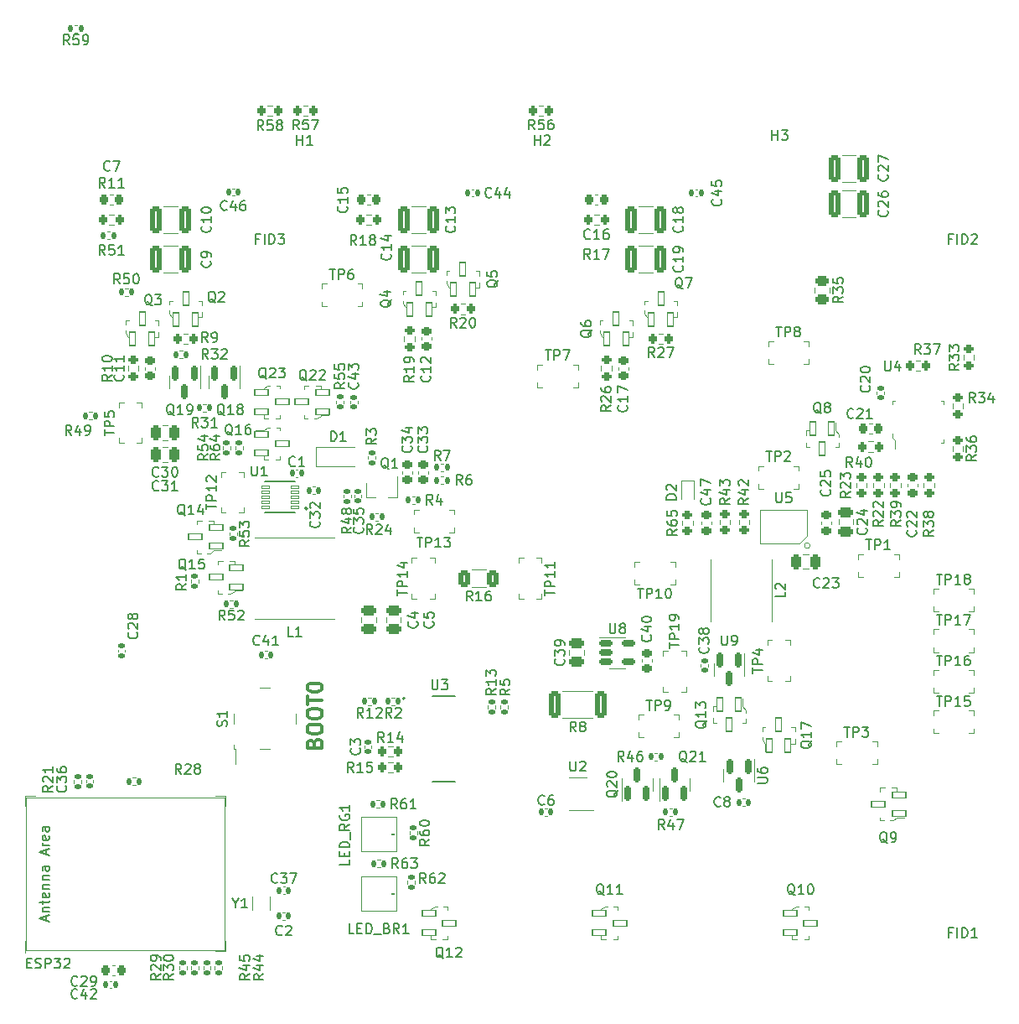
<source format=gto>
G04 #@! TF.GenerationSoftware,KiCad,Pcbnew,(6.0.6)*
G04 #@! TF.CreationDate,2023-10-25T22:22:06+02:00*
G04 #@! TF.ProjectId,SHS_DCDC,5348535f-4443-4444-932e-6b696361645f,rev?*
G04 #@! TF.SameCoordinates,Original*
G04 #@! TF.FileFunction,Legend,Top*
G04 #@! TF.FilePolarity,Positive*
%FSLAX46Y46*%
G04 Gerber Fmt 4.6, Leading zero omitted, Abs format (unit mm)*
G04 Created by KiCad (PCBNEW (6.0.6)) date 2023-10-25 22:22:06*
%MOMM*%
%LPD*%
G01*
G04 APERTURE LIST*
G04 Aperture macros list*
%AMRoundRect*
0 Rectangle with rounded corners*
0 $1 Rounding radius*
0 $2 $3 $4 $5 $6 $7 $8 $9 X,Y pos of 4 corners*
0 Add a 4 corners polygon primitive as box body*
4,1,4,$2,$3,$4,$5,$6,$7,$8,$9,$2,$3,0*
0 Add four circle primitives for the rounded corners*
1,1,$1+$1,$2,$3*
1,1,$1+$1,$4,$5*
1,1,$1+$1,$6,$7*
1,1,$1+$1,$8,$9*
0 Add four rect primitives between the rounded corners*
20,1,$1+$1,$2,$3,$4,$5,0*
20,1,$1+$1,$4,$5,$6,$7,0*
20,1,$1+$1,$6,$7,$8,$9,0*
20,1,$1+$1,$8,$9,$2,$3,0*%
%AMFreePoly0*
4,1,6,0.600000,-0.600000,-0.600000,-0.600000,-0.600000,0.000000,0.000000,0.600000,0.600000,0.600000,0.600000,-0.600000,0.600000,-0.600000,$1*%
G04 Aperture macros list end*
%ADD10C,0.300000*%
%ADD11C,0.150000*%
%ADD12C,0.100000*%
%ADD13C,0.120000*%
%ADD14C,0.127000*%
%ADD15C,0.200000*%
%ADD16R,2.030000X3.800000*%
%ADD17C,2.700000*%
%ADD18C,2.000000*%
%ADD19RoundRect,0.200000X-0.275000X0.200000X-0.275000X-0.200000X0.275000X-0.200000X0.275000X0.200000X0*%
%ADD20RoundRect,0.070000X0.300000X-0.650000X0.300000X0.650000X-0.300000X0.650000X-0.300000X-0.650000X0*%
%ADD21RoundRect,0.225000X0.225000X0.250000X-0.225000X0.250000X-0.225000X-0.250000X0.225000X-0.250000X0*%
%ADD22RoundRect,0.250000X0.325000X1.100000X-0.325000X1.100000X-0.325000X-1.100000X0.325000X-1.100000X0*%
%ADD23RoundRect,0.140000X-0.140000X-0.170000X0.140000X-0.170000X0.140000X0.170000X-0.140000X0.170000X0*%
%ADD24R,1.060000X0.650000*%
%ADD25RoundRect,0.250000X0.362500X1.075000X-0.362500X1.075000X-0.362500X-1.075000X0.362500X-1.075000X0*%
%ADD26RoundRect,0.225000X-0.250000X0.225000X-0.250000X-0.225000X0.250000X-0.225000X0.250000X0.225000X0*%
%ADD27RoundRect,0.200000X0.200000X0.275000X-0.200000X0.275000X-0.200000X-0.275000X0.200000X-0.275000X0*%
%ADD28R,0.600000X2.000000*%
%ADD29RoundRect,0.140000X-0.170000X0.140000X-0.170000X-0.140000X0.170000X-0.140000X0.170000X0.140000X0*%
%ADD30RoundRect,0.200000X-0.200000X-0.275000X0.200000X-0.275000X0.200000X0.275000X-0.200000X0.275000X0*%
%ADD31RoundRect,0.200000X0.275000X-0.200000X0.275000X0.200000X-0.275000X0.200000X-0.275000X-0.200000X0*%
%ADD32R,1.200000X0.400000*%
%ADD33RoundRect,0.250000X-0.250000X-0.475000X0.250000X-0.475000X0.250000X0.475000X-0.250000X0.475000X0*%
%ADD34RoundRect,0.250000X-0.475000X0.250000X-0.475000X-0.250000X0.475000X-0.250000X0.475000X0.250000X0*%
%ADD35RoundRect,0.070000X-0.300000X0.650000X-0.300000X-0.650000X0.300000X-0.650000X0.300000X0.650000X0*%
%ADD36RoundRect,0.070000X-0.650000X-0.300000X0.650000X-0.300000X0.650000X0.300000X-0.650000X0.300000X0*%
%ADD37RoundRect,0.070000X0.650000X0.300000X-0.650000X0.300000X-0.650000X-0.300000X0.650000X-0.300000X0*%
%ADD38RoundRect,0.250000X-0.325000X-1.100000X0.325000X-1.100000X0.325000X1.100000X-0.325000X1.100000X0*%
%ADD39RoundRect,0.250000X-0.450000X0.262500X-0.450000X-0.262500X0.450000X-0.262500X0.450000X0.262500X0*%
%ADD40R,5.900000X1.600000*%
%ADD41R,0.800000X0.900000*%
%ADD42RoundRect,0.135000X-0.185000X0.135000X-0.185000X-0.135000X0.185000X-0.135000X0.185000X0.135000X0*%
%ADD43RoundRect,0.135000X0.135000X0.185000X-0.135000X0.185000X-0.135000X-0.185000X0.135000X-0.185000X0*%
%ADD44R,1.800000X7.700000*%
%ADD45RoundRect,0.135000X-0.135000X-0.185000X0.135000X-0.185000X0.135000X0.185000X-0.135000X0.185000X0*%
%ADD46R,0.400000X0.800000*%
%ADD47R,0.800000X0.400000*%
%ADD48R,0.800000X0.800000*%
%ADD49FreePoly0,90.000000*%
%ADD50R,1.200000X1.200000*%
%ADD51RoundRect,0.140000X0.170000X-0.140000X0.170000X0.140000X-0.170000X0.140000X-0.170000X-0.140000X0*%
%ADD52R,3.800000X2.030000*%
%ADD53RoundRect,0.135000X0.185000X-0.135000X0.185000X0.135000X-0.185000X0.135000X-0.185000X-0.135000X0*%
%ADD54RoundRect,0.250000X0.312500X0.625000X-0.312500X0.625000X-0.312500X-0.625000X0.312500X-0.625000X0*%
%ADD55R,0.900000X1.200000*%
%ADD56R,1.970000X0.600000*%
%ADD57RoundRect,0.150000X0.150000X-0.587500X0.150000X0.587500X-0.150000X0.587500X-0.150000X-0.587500X0*%
%ADD58RoundRect,0.140000X0.140000X0.170000X-0.140000X0.170000X-0.140000X-0.170000X0.140000X-0.170000X0*%
%ADD59RoundRect,0.250000X0.475000X-0.250000X0.475000X0.250000X-0.475000X0.250000X-0.475000X-0.250000X0*%
%ADD60RoundRect,0.225000X0.250000X-0.225000X0.250000X0.225000X-0.250000X0.225000X-0.250000X-0.225000X0*%
%ADD61C,0.610000*%
%ADD62RoundRect,0.250000X0.250000X0.475000X-0.250000X0.475000X-0.250000X-0.475000X0.250000X-0.475000X0*%
%ADD63R,1.200000X0.600000*%
%ADD64R,0.700000X0.600000*%
%ADD65RoundRect,0.150000X-0.150000X0.587500X-0.150000X-0.587500X0.150000X-0.587500X0.150000X0.587500X0*%
%ADD66R,1.800000X1.000000*%
%ADD67RoundRect,0.150000X-0.512500X-0.150000X0.512500X-0.150000X0.512500X0.150000X-0.512500X0.150000X0*%
%ADD68RoundRect,0.009000X0.416000X0.141000X-0.416000X0.141000X-0.416000X-0.141000X0.416000X-0.141000X0*%
%ADD69R,1.700000X2.550000*%
%ADD70R,1.300000X1.550000*%
%ADD71R,1.524000X1.524000*%
%ADD72C,1.524000*%
%ADD73C,3.500000*%
%ADD74C,2.200000*%
%ADD75O,2.000000X4.000000*%
%ADD76O,4.000000X2.000000*%
%ADD77C,2.600000*%
%ADD78R,1.000000X1.000000*%
%ADD79O,1.000000X1.000000*%
%ADD80C,3.200000*%
%ADD81R,1.500000X1.500000*%
%ADD82C,1.500000*%
%ADD83C,2.020000*%
%ADD84C,3.600000*%
G04 APERTURE END LIST*
D10*
X29492857Y-73850000D02*
X29564285Y-73635714D01*
X29635714Y-73564285D01*
X29778571Y-73492857D01*
X29992857Y-73492857D01*
X30135714Y-73564285D01*
X30207142Y-73635714D01*
X30278571Y-73778571D01*
X30278571Y-74350000D01*
X28778571Y-74350000D01*
X28778571Y-73850000D01*
X28850000Y-73707142D01*
X28921428Y-73635714D01*
X29064285Y-73564285D01*
X29207142Y-73564285D01*
X29350000Y-73635714D01*
X29421428Y-73707142D01*
X29492857Y-73850000D01*
X29492857Y-74350000D01*
X28778571Y-72564285D02*
X28778571Y-72278571D01*
X28850000Y-72135714D01*
X28992857Y-71992857D01*
X29278571Y-71921428D01*
X29778571Y-71921428D01*
X30064285Y-71992857D01*
X30207142Y-72135714D01*
X30278571Y-72278571D01*
X30278571Y-72564285D01*
X30207142Y-72707142D01*
X30064285Y-72850000D01*
X29778571Y-72921428D01*
X29278571Y-72921428D01*
X28992857Y-72850000D01*
X28850000Y-72707142D01*
X28778571Y-72564285D01*
X28778571Y-70992857D02*
X28778571Y-70707142D01*
X28850000Y-70564285D01*
X28992857Y-70421428D01*
X29278571Y-70350000D01*
X29778571Y-70350000D01*
X30064285Y-70421428D01*
X30207142Y-70564285D01*
X30278571Y-70707142D01*
X30278571Y-70992857D01*
X30207142Y-71135714D01*
X30064285Y-71278571D01*
X29778571Y-71350000D01*
X29278571Y-71350000D01*
X28992857Y-71278571D01*
X28850000Y-71135714D01*
X28778571Y-70992857D01*
X28778571Y-69921428D02*
X28778571Y-69064285D01*
X30278571Y-69492857D02*
X28778571Y-69492857D01*
X28778571Y-68278571D02*
X28778571Y-68135714D01*
X28850000Y-67992857D01*
X28921428Y-67921428D01*
X29064285Y-67850000D01*
X29350000Y-67778571D01*
X29707142Y-67778571D01*
X29992857Y-67850000D01*
X30135714Y-67921428D01*
X30207142Y-67992857D01*
X30278571Y-68135714D01*
X30278571Y-68278571D01*
X30207142Y-68421428D01*
X30135714Y-68492857D01*
X29992857Y-68564285D01*
X29707142Y-68635714D01*
X29350000Y-68635714D01*
X29064285Y-68564285D01*
X28921428Y-68492857D01*
X28850000Y-68421428D01*
X28778571Y-68278571D01*
D11*
X65352380Y-64238095D02*
X65352380Y-63666666D01*
X66352380Y-63952380D02*
X65352380Y-63952380D01*
X66352380Y-63333333D02*
X65352380Y-63333333D01*
X65352380Y-62952380D01*
X65400000Y-62857142D01*
X65447619Y-62809523D01*
X65542857Y-62761904D01*
X65685714Y-62761904D01*
X65780952Y-62809523D01*
X65828571Y-62857142D01*
X65876190Y-62952380D01*
X65876190Y-63333333D01*
X66352380Y-61809523D02*
X66352380Y-62380952D01*
X66352380Y-62095238D02*
X65352380Y-62095238D01*
X65495238Y-62190476D01*
X65590476Y-62285714D01*
X65638095Y-62380952D01*
X66352380Y-61333333D02*
X66352380Y-61142857D01*
X66304761Y-61047619D01*
X66257142Y-61000000D01*
X66114285Y-60904761D01*
X65923809Y-60857142D01*
X65542857Y-60857142D01*
X65447619Y-60904761D01*
X65400000Y-60952380D01*
X65352380Y-61047619D01*
X65352380Y-61238095D01*
X65400000Y-61333333D01*
X65447619Y-61380952D01*
X65542857Y-61428571D01*
X65780952Y-61428571D01*
X65876190Y-61380952D01*
X65923809Y-61333333D01*
X65971428Y-61238095D01*
X65971428Y-61047619D01*
X65923809Y-60952380D01*
X65876190Y-60904761D01*
X65780952Y-60857142D01*
X75738095Y-12952380D02*
X75738095Y-11952380D01*
X75738095Y-12428571D02*
X76309523Y-12428571D01*
X76309523Y-12952380D02*
X76309523Y-11952380D01*
X76690476Y-11952380D02*
X77309523Y-11952380D01*
X76976190Y-12333333D01*
X77119047Y-12333333D01*
X77214285Y-12380952D01*
X77261904Y-12428571D01*
X77309523Y-12523809D01*
X77309523Y-12761904D01*
X77261904Y-12857142D01*
X77214285Y-12904761D01*
X77119047Y-12952380D01*
X76833333Y-12952380D01*
X76738095Y-12904761D01*
X76690476Y-12857142D01*
X51738095Y-13452380D02*
X51738095Y-12452380D01*
X51738095Y-12928571D02*
X52309523Y-12928571D01*
X52309523Y-13452380D02*
X52309523Y-12452380D01*
X52738095Y-12547619D02*
X52785714Y-12500000D01*
X52880952Y-12452380D01*
X53119047Y-12452380D01*
X53214285Y-12500000D01*
X53261904Y-12547619D01*
X53309523Y-12642857D01*
X53309523Y-12738095D01*
X53261904Y-12880952D01*
X52690476Y-13452380D01*
X53309523Y-13452380D01*
X27738095Y-13452380D02*
X27738095Y-12452380D01*
X27738095Y-12928571D02*
X28309523Y-12928571D01*
X28309523Y-13452380D02*
X28309523Y-12452380D01*
X29309523Y-13452380D02*
X28738095Y-13452380D01*
X29023809Y-13452380D02*
X29023809Y-12452380D01*
X28928571Y-12595238D01*
X28833333Y-12690476D01*
X28738095Y-12738095D01*
X23928571Y-22928571D02*
X23595238Y-22928571D01*
X23595238Y-23452380D02*
X23595238Y-22452380D01*
X24071428Y-22452380D01*
X24452380Y-23452380D02*
X24452380Y-22452380D01*
X24928571Y-23452380D02*
X24928571Y-22452380D01*
X25166666Y-22452380D01*
X25309523Y-22500000D01*
X25404761Y-22595238D01*
X25452380Y-22690476D01*
X25500000Y-22880952D01*
X25500000Y-23023809D01*
X25452380Y-23214285D01*
X25404761Y-23309523D01*
X25309523Y-23404761D01*
X25166666Y-23452380D01*
X24928571Y-23452380D01*
X25833333Y-22452380D02*
X26452380Y-22452380D01*
X26119047Y-22833333D01*
X26261904Y-22833333D01*
X26357142Y-22880952D01*
X26404761Y-22928571D01*
X26452380Y-23023809D01*
X26452380Y-23261904D01*
X26404761Y-23357142D01*
X26357142Y-23404761D01*
X26261904Y-23452380D01*
X25976190Y-23452380D01*
X25880952Y-23404761D01*
X25833333Y-23357142D01*
X93928571Y-22928571D02*
X93595238Y-22928571D01*
X93595238Y-23452380D02*
X93595238Y-22452380D01*
X94071428Y-22452380D01*
X94452380Y-23452380D02*
X94452380Y-22452380D01*
X94928571Y-23452380D02*
X94928571Y-22452380D01*
X95166666Y-22452380D01*
X95309523Y-22500000D01*
X95404761Y-22595238D01*
X95452380Y-22690476D01*
X95500000Y-22880952D01*
X95500000Y-23023809D01*
X95452380Y-23214285D01*
X95404761Y-23309523D01*
X95309523Y-23404761D01*
X95166666Y-23452380D01*
X94928571Y-23452380D01*
X95880952Y-22547619D02*
X95928571Y-22500000D01*
X96023809Y-22452380D01*
X96261904Y-22452380D01*
X96357142Y-22500000D01*
X96404761Y-22547619D01*
X96452380Y-22642857D01*
X96452380Y-22738095D01*
X96404761Y-22880952D01*
X95833333Y-23452380D01*
X96452380Y-23452380D01*
X93928571Y-92928571D02*
X93595238Y-92928571D01*
X93595238Y-93452380D02*
X93595238Y-92452380D01*
X94071428Y-92452380D01*
X94452380Y-93452380D02*
X94452380Y-92452380D01*
X94928571Y-93452380D02*
X94928571Y-92452380D01*
X95166666Y-92452380D01*
X95309523Y-92500000D01*
X95404761Y-92595238D01*
X95452380Y-92690476D01*
X95500000Y-92880952D01*
X95500000Y-93023809D01*
X95452380Y-93214285D01*
X95404761Y-93309523D01*
X95309523Y-93404761D01*
X95166666Y-93452380D01*
X94928571Y-93452380D01*
X96452380Y-93452380D02*
X95880952Y-93452380D01*
X96166666Y-93452380D02*
X96166666Y-92452380D01*
X96071428Y-92595238D01*
X95976190Y-92690476D01*
X95880952Y-92738095D01*
X9052380Y-36642857D02*
X8576190Y-36976190D01*
X9052380Y-37214285D02*
X8052380Y-37214285D01*
X8052380Y-36833333D01*
X8100000Y-36738095D01*
X8147619Y-36690476D01*
X8242857Y-36642857D01*
X8385714Y-36642857D01*
X8480952Y-36690476D01*
X8528571Y-36738095D01*
X8576190Y-36833333D01*
X8576190Y-37214285D01*
X9052380Y-35690476D02*
X9052380Y-36261904D01*
X9052380Y-35976190D02*
X8052380Y-35976190D01*
X8195238Y-36071428D01*
X8290476Y-36166666D01*
X8338095Y-36261904D01*
X8052380Y-35071428D02*
X8052380Y-34976190D01*
X8100000Y-34880952D01*
X8147619Y-34833333D01*
X8242857Y-34785714D01*
X8433333Y-34738095D01*
X8671428Y-34738095D01*
X8861904Y-34785714D01*
X8957142Y-34833333D01*
X9004761Y-34880952D01*
X9052380Y-34976190D01*
X9052380Y-35071428D01*
X9004761Y-35166666D01*
X8957142Y-35214285D01*
X8861904Y-35261904D01*
X8671428Y-35309523D01*
X8433333Y-35309523D01*
X8242857Y-35261904D01*
X8147619Y-35214285D01*
X8100000Y-35166666D01*
X8052380Y-35071428D01*
X13104761Y-29647619D02*
X13009523Y-29600000D01*
X12914285Y-29504761D01*
X12771428Y-29361904D01*
X12676190Y-29314285D01*
X12580952Y-29314285D01*
X12628571Y-29552380D02*
X12533333Y-29504761D01*
X12438095Y-29409523D01*
X12390476Y-29219047D01*
X12390476Y-28885714D01*
X12438095Y-28695238D01*
X12533333Y-28600000D01*
X12628571Y-28552380D01*
X12819047Y-28552380D01*
X12914285Y-28600000D01*
X13009523Y-28695238D01*
X13057142Y-28885714D01*
X13057142Y-29219047D01*
X13009523Y-29409523D01*
X12914285Y-29504761D01*
X12819047Y-29552380D01*
X12628571Y-29552380D01*
X13390476Y-28552380D02*
X14009523Y-28552380D01*
X13676190Y-28933333D01*
X13819047Y-28933333D01*
X13914285Y-28980952D01*
X13961904Y-29028571D01*
X14009523Y-29123809D01*
X14009523Y-29361904D01*
X13961904Y-29457142D01*
X13914285Y-29504761D01*
X13819047Y-29552380D01*
X13533333Y-29552380D01*
X13438095Y-29504761D01*
X13390476Y-29457142D01*
X19504761Y-29347619D02*
X19409523Y-29300000D01*
X19314285Y-29204761D01*
X19171428Y-29061904D01*
X19076190Y-29014285D01*
X18980952Y-29014285D01*
X19028571Y-29252380D02*
X18933333Y-29204761D01*
X18838095Y-29109523D01*
X18790476Y-28919047D01*
X18790476Y-28585714D01*
X18838095Y-28395238D01*
X18933333Y-28300000D01*
X19028571Y-28252380D01*
X19219047Y-28252380D01*
X19314285Y-28300000D01*
X19409523Y-28395238D01*
X19457142Y-28585714D01*
X19457142Y-28919047D01*
X19409523Y-29109523D01*
X19314285Y-29204761D01*
X19219047Y-29252380D01*
X19028571Y-29252380D01*
X19838095Y-28347619D02*
X19885714Y-28300000D01*
X19980952Y-28252380D01*
X20219047Y-28252380D01*
X20314285Y-28300000D01*
X20361904Y-28347619D01*
X20409523Y-28442857D01*
X20409523Y-28538095D01*
X20361904Y-28680952D01*
X19790476Y-29252380D01*
X20409523Y-29252380D01*
X8833333Y-15957142D02*
X8785714Y-16004761D01*
X8642857Y-16052380D01*
X8547619Y-16052380D01*
X8404761Y-16004761D01*
X8309523Y-15909523D01*
X8261904Y-15814285D01*
X8214285Y-15623809D01*
X8214285Y-15480952D01*
X8261904Y-15290476D01*
X8309523Y-15195238D01*
X8404761Y-15100000D01*
X8547619Y-15052380D01*
X8642857Y-15052380D01*
X8785714Y-15100000D01*
X8833333Y-15147619D01*
X9166666Y-15052380D02*
X9833333Y-15052380D01*
X9404761Y-16052380D01*
X18957142Y-25166666D02*
X19004761Y-25214285D01*
X19052380Y-25357142D01*
X19052380Y-25452380D01*
X19004761Y-25595238D01*
X18909523Y-25690476D01*
X18814285Y-25738095D01*
X18623809Y-25785714D01*
X18480952Y-25785714D01*
X18290476Y-25738095D01*
X18195238Y-25690476D01*
X18100000Y-25595238D01*
X18052380Y-25452380D01*
X18052380Y-25357142D01*
X18100000Y-25214285D01*
X18147619Y-25166666D01*
X19052380Y-24690476D02*
X19052380Y-24500000D01*
X19004761Y-24404761D01*
X18957142Y-24357142D01*
X18814285Y-24261904D01*
X18623809Y-24214285D01*
X18242857Y-24214285D01*
X18147619Y-24261904D01*
X18100000Y-24309523D01*
X18052380Y-24404761D01*
X18052380Y-24595238D01*
X18100000Y-24690476D01*
X18147619Y-24738095D01*
X18242857Y-24785714D01*
X18480952Y-24785714D01*
X18576190Y-24738095D01*
X18623809Y-24690476D01*
X18671428Y-24595238D01*
X18671428Y-24404761D01*
X18623809Y-24309523D01*
X18576190Y-24261904D01*
X18480952Y-24214285D01*
X18957142Y-21642857D02*
X19004761Y-21690476D01*
X19052380Y-21833333D01*
X19052380Y-21928571D01*
X19004761Y-22071428D01*
X18909523Y-22166666D01*
X18814285Y-22214285D01*
X18623809Y-22261904D01*
X18480952Y-22261904D01*
X18290476Y-22214285D01*
X18195238Y-22166666D01*
X18100000Y-22071428D01*
X18052380Y-21928571D01*
X18052380Y-21833333D01*
X18100000Y-21690476D01*
X18147619Y-21642857D01*
X19052380Y-20690476D02*
X19052380Y-21261904D01*
X19052380Y-20976190D02*
X18052380Y-20976190D01*
X18195238Y-21071428D01*
X18290476Y-21166666D01*
X18338095Y-21261904D01*
X18052380Y-20071428D02*
X18052380Y-19976190D01*
X18100000Y-19880952D01*
X18147619Y-19833333D01*
X18242857Y-19785714D01*
X18433333Y-19738095D01*
X18671428Y-19738095D01*
X18861904Y-19785714D01*
X18957142Y-19833333D01*
X19004761Y-19880952D01*
X19052380Y-19976190D01*
X19052380Y-20071428D01*
X19004761Y-20166666D01*
X18957142Y-20214285D01*
X18861904Y-20261904D01*
X18671428Y-20309523D01*
X18433333Y-20309523D01*
X18242857Y-20261904D01*
X18147619Y-20214285D01*
X18100000Y-20166666D01*
X18052380Y-20071428D01*
X52733333Y-79997142D02*
X52685714Y-80044761D01*
X52542857Y-80092380D01*
X52447619Y-80092380D01*
X52304761Y-80044761D01*
X52209523Y-79949523D01*
X52161904Y-79854285D01*
X52114285Y-79663809D01*
X52114285Y-79520952D01*
X52161904Y-79330476D01*
X52209523Y-79235238D01*
X52304761Y-79140000D01*
X52447619Y-79092380D01*
X52542857Y-79092380D01*
X52685714Y-79140000D01*
X52733333Y-79187619D01*
X53590476Y-79092380D02*
X53400000Y-79092380D01*
X53304761Y-79140000D01*
X53257142Y-79187619D01*
X53161904Y-79330476D01*
X53114285Y-79520952D01*
X53114285Y-79901904D01*
X53161904Y-79997142D01*
X53209523Y-80044761D01*
X53304761Y-80092380D01*
X53495238Y-80092380D01*
X53590476Y-80044761D01*
X53638095Y-79997142D01*
X53685714Y-79901904D01*
X53685714Y-79663809D01*
X53638095Y-79568571D01*
X53590476Y-79520952D01*
X53495238Y-79473333D01*
X53304761Y-79473333D01*
X53209523Y-79520952D01*
X53161904Y-79568571D01*
X53114285Y-79663809D01*
X55338095Y-75652380D02*
X55338095Y-76461904D01*
X55385714Y-76557142D01*
X55433333Y-76604761D01*
X55528571Y-76652380D01*
X55719047Y-76652380D01*
X55814285Y-76604761D01*
X55861904Y-76557142D01*
X55909523Y-76461904D01*
X55909523Y-75652380D01*
X56338095Y-75747619D02*
X56385714Y-75700000D01*
X56480952Y-75652380D01*
X56719047Y-75652380D01*
X56814285Y-75700000D01*
X56861904Y-75747619D01*
X56909523Y-75842857D01*
X56909523Y-75938095D01*
X56861904Y-76080952D01*
X56290476Y-76652380D01*
X56909523Y-76652380D01*
X55933333Y-72682380D02*
X55600000Y-72206190D01*
X55361904Y-72682380D02*
X55361904Y-71682380D01*
X55742857Y-71682380D01*
X55838095Y-71730000D01*
X55885714Y-71777619D01*
X55933333Y-71872857D01*
X55933333Y-72015714D01*
X55885714Y-72110952D01*
X55838095Y-72158571D01*
X55742857Y-72206190D01*
X55361904Y-72206190D01*
X56504761Y-72110952D02*
X56409523Y-72063333D01*
X56361904Y-72015714D01*
X56314285Y-71920476D01*
X56314285Y-71872857D01*
X56361904Y-71777619D01*
X56409523Y-71730000D01*
X56504761Y-71682380D01*
X56695238Y-71682380D01*
X56790476Y-71730000D01*
X56838095Y-71777619D01*
X56885714Y-71872857D01*
X56885714Y-71920476D01*
X56838095Y-72015714D01*
X56790476Y-72063333D01*
X56695238Y-72110952D01*
X56504761Y-72110952D01*
X56409523Y-72158571D01*
X56361904Y-72206190D01*
X56314285Y-72301428D01*
X56314285Y-72491904D01*
X56361904Y-72587142D01*
X56409523Y-72634761D01*
X56504761Y-72682380D01*
X56695238Y-72682380D01*
X56790476Y-72634761D01*
X56838095Y-72587142D01*
X56885714Y-72491904D01*
X56885714Y-72301428D01*
X56838095Y-72206190D01*
X56790476Y-72158571D01*
X56695238Y-72110952D01*
X10157142Y-36642857D02*
X10204761Y-36690476D01*
X10252380Y-36833333D01*
X10252380Y-36928571D01*
X10204761Y-37071428D01*
X10109523Y-37166666D01*
X10014285Y-37214285D01*
X9823809Y-37261904D01*
X9680952Y-37261904D01*
X9490476Y-37214285D01*
X9395238Y-37166666D01*
X9300000Y-37071428D01*
X9252380Y-36928571D01*
X9252380Y-36833333D01*
X9300000Y-36690476D01*
X9347619Y-36642857D01*
X10252380Y-35690476D02*
X10252380Y-36261904D01*
X10252380Y-35976190D02*
X9252380Y-35976190D01*
X9395238Y-36071428D01*
X9490476Y-36166666D01*
X9538095Y-36261904D01*
X10252380Y-34738095D02*
X10252380Y-35309523D01*
X10252380Y-35023809D02*
X9252380Y-35023809D01*
X9395238Y-35119047D01*
X9490476Y-35214285D01*
X9538095Y-35309523D01*
X33757142Y-23552380D02*
X33423809Y-23076190D01*
X33185714Y-23552380D02*
X33185714Y-22552380D01*
X33566666Y-22552380D01*
X33661904Y-22600000D01*
X33709523Y-22647619D01*
X33757142Y-22742857D01*
X33757142Y-22885714D01*
X33709523Y-22980952D01*
X33661904Y-23028571D01*
X33566666Y-23076190D01*
X33185714Y-23076190D01*
X34709523Y-23552380D02*
X34138095Y-23552380D01*
X34423809Y-23552380D02*
X34423809Y-22552380D01*
X34328571Y-22695238D01*
X34233333Y-22790476D01*
X34138095Y-22838095D01*
X35280952Y-22980952D02*
X35185714Y-22933333D01*
X35138095Y-22885714D01*
X35090476Y-22790476D01*
X35090476Y-22742857D01*
X35138095Y-22647619D01*
X35185714Y-22600000D01*
X35280952Y-22552380D01*
X35471428Y-22552380D01*
X35566666Y-22600000D01*
X35614285Y-22647619D01*
X35661904Y-22742857D01*
X35661904Y-22790476D01*
X35614285Y-22885714D01*
X35566666Y-22933333D01*
X35471428Y-22980952D01*
X35280952Y-22980952D01*
X35185714Y-23028571D01*
X35138095Y-23076190D01*
X35090476Y-23171428D01*
X35090476Y-23361904D01*
X35138095Y-23457142D01*
X35185714Y-23504761D01*
X35280952Y-23552380D01*
X35471428Y-23552380D01*
X35566666Y-23504761D01*
X35614285Y-23457142D01*
X35661904Y-23361904D01*
X35661904Y-23171428D01*
X35614285Y-23076190D01*
X35566666Y-23028571D01*
X35471428Y-22980952D01*
X41157142Y-36742857D02*
X41204761Y-36790476D01*
X41252380Y-36933333D01*
X41252380Y-37028571D01*
X41204761Y-37171428D01*
X41109523Y-37266666D01*
X41014285Y-37314285D01*
X40823809Y-37361904D01*
X40680952Y-37361904D01*
X40490476Y-37314285D01*
X40395238Y-37266666D01*
X40300000Y-37171428D01*
X40252380Y-37028571D01*
X40252380Y-36933333D01*
X40300000Y-36790476D01*
X40347619Y-36742857D01*
X41252380Y-35790476D02*
X41252380Y-36361904D01*
X41252380Y-36076190D02*
X40252380Y-36076190D01*
X40395238Y-36171428D01*
X40490476Y-36266666D01*
X40538095Y-36361904D01*
X40347619Y-35409523D02*
X40300000Y-35361904D01*
X40252380Y-35266666D01*
X40252380Y-35028571D01*
X40300000Y-34933333D01*
X40347619Y-34885714D01*
X40442857Y-34838095D01*
X40538095Y-34838095D01*
X40680952Y-34885714D01*
X41252380Y-35457142D01*
X41252380Y-34838095D01*
X43657142Y-21642857D02*
X43704761Y-21690476D01*
X43752380Y-21833333D01*
X43752380Y-21928571D01*
X43704761Y-22071428D01*
X43609523Y-22166666D01*
X43514285Y-22214285D01*
X43323809Y-22261904D01*
X43180952Y-22261904D01*
X42990476Y-22214285D01*
X42895238Y-22166666D01*
X42800000Y-22071428D01*
X42752380Y-21928571D01*
X42752380Y-21833333D01*
X42800000Y-21690476D01*
X42847619Y-21642857D01*
X43752380Y-20690476D02*
X43752380Y-21261904D01*
X43752380Y-20976190D02*
X42752380Y-20976190D01*
X42895238Y-21071428D01*
X42990476Y-21166666D01*
X43038095Y-21261904D01*
X42752380Y-20357142D02*
X42752380Y-19738095D01*
X43133333Y-20071428D01*
X43133333Y-19928571D01*
X43180952Y-19833333D01*
X43228571Y-19785714D01*
X43323809Y-19738095D01*
X43561904Y-19738095D01*
X43657142Y-19785714D01*
X43704761Y-19833333D01*
X43752380Y-19928571D01*
X43752380Y-20214285D01*
X43704761Y-20309523D01*
X43657142Y-20357142D01*
X37157142Y-24442857D02*
X37204761Y-24490476D01*
X37252380Y-24633333D01*
X37252380Y-24728571D01*
X37204761Y-24871428D01*
X37109523Y-24966666D01*
X37014285Y-25014285D01*
X36823809Y-25061904D01*
X36680952Y-25061904D01*
X36490476Y-25014285D01*
X36395238Y-24966666D01*
X36300000Y-24871428D01*
X36252380Y-24728571D01*
X36252380Y-24633333D01*
X36300000Y-24490476D01*
X36347619Y-24442857D01*
X37252380Y-23490476D02*
X37252380Y-24061904D01*
X37252380Y-23776190D02*
X36252380Y-23776190D01*
X36395238Y-23871428D01*
X36490476Y-23966666D01*
X36538095Y-24061904D01*
X36585714Y-22633333D02*
X37252380Y-22633333D01*
X36204761Y-22871428D02*
X36919047Y-23109523D01*
X36919047Y-22490476D01*
X32757142Y-19642857D02*
X32804761Y-19690476D01*
X32852380Y-19833333D01*
X32852380Y-19928571D01*
X32804761Y-20071428D01*
X32709523Y-20166666D01*
X32614285Y-20214285D01*
X32423809Y-20261904D01*
X32280952Y-20261904D01*
X32090476Y-20214285D01*
X31995238Y-20166666D01*
X31900000Y-20071428D01*
X31852380Y-19928571D01*
X31852380Y-19833333D01*
X31900000Y-19690476D01*
X31947619Y-19642857D01*
X32852380Y-18690476D02*
X32852380Y-19261904D01*
X32852380Y-18976190D02*
X31852380Y-18976190D01*
X31995238Y-19071428D01*
X32090476Y-19166666D01*
X32138095Y-19261904D01*
X31852380Y-17785714D02*
X31852380Y-18261904D01*
X32328571Y-18309523D01*
X32280952Y-18261904D01*
X32233333Y-18166666D01*
X32233333Y-17928571D01*
X32280952Y-17833333D01*
X32328571Y-17785714D01*
X32423809Y-17738095D01*
X32661904Y-17738095D01*
X32757142Y-17785714D01*
X32804761Y-17833333D01*
X32852380Y-17928571D01*
X32852380Y-18166666D01*
X32804761Y-18261904D01*
X32757142Y-18309523D01*
X57357142Y-22857142D02*
X57309523Y-22904761D01*
X57166666Y-22952380D01*
X57071428Y-22952380D01*
X56928571Y-22904761D01*
X56833333Y-22809523D01*
X56785714Y-22714285D01*
X56738095Y-22523809D01*
X56738095Y-22380952D01*
X56785714Y-22190476D01*
X56833333Y-22095238D01*
X56928571Y-22000000D01*
X57071428Y-21952380D01*
X57166666Y-21952380D01*
X57309523Y-22000000D01*
X57357142Y-22047619D01*
X58309523Y-22952380D02*
X57738095Y-22952380D01*
X58023809Y-22952380D02*
X58023809Y-21952380D01*
X57928571Y-22095238D01*
X57833333Y-22190476D01*
X57738095Y-22238095D01*
X59166666Y-21952380D02*
X58976190Y-21952380D01*
X58880952Y-22000000D01*
X58833333Y-22047619D01*
X58738095Y-22190476D01*
X58690476Y-22380952D01*
X58690476Y-22761904D01*
X58738095Y-22857142D01*
X58785714Y-22904761D01*
X58880952Y-22952380D01*
X59071428Y-22952380D01*
X59166666Y-22904761D01*
X59214285Y-22857142D01*
X59261904Y-22761904D01*
X59261904Y-22523809D01*
X59214285Y-22428571D01*
X59166666Y-22380952D01*
X59071428Y-22333333D01*
X58880952Y-22333333D01*
X58785714Y-22380952D01*
X58738095Y-22428571D01*
X58690476Y-22523809D01*
X61057142Y-39742857D02*
X61104761Y-39790476D01*
X61152380Y-39933333D01*
X61152380Y-40028571D01*
X61104761Y-40171428D01*
X61009523Y-40266666D01*
X60914285Y-40314285D01*
X60723809Y-40361904D01*
X60580952Y-40361904D01*
X60390476Y-40314285D01*
X60295238Y-40266666D01*
X60200000Y-40171428D01*
X60152380Y-40028571D01*
X60152380Y-39933333D01*
X60200000Y-39790476D01*
X60247619Y-39742857D01*
X61152380Y-38790476D02*
X61152380Y-39361904D01*
X61152380Y-39076190D02*
X60152380Y-39076190D01*
X60295238Y-39171428D01*
X60390476Y-39266666D01*
X60438095Y-39361904D01*
X60152380Y-38457142D02*
X60152380Y-37790476D01*
X61152380Y-38219047D01*
X66657142Y-21642857D02*
X66704761Y-21690476D01*
X66752380Y-21833333D01*
X66752380Y-21928571D01*
X66704761Y-22071428D01*
X66609523Y-22166666D01*
X66514285Y-22214285D01*
X66323809Y-22261904D01*
X66180952Y-22261904D01*
X65990476Y-22214285D01*
X65895238Y-22166666D01*
X65800000Y-22071428D01*
X65752380Y-21928571D01*
X65752380Y-21833333D01*
X65800000Y-21690476D01*
X65847619Y-21642857D01*
X66752380Y-20690476D02*
X66752380Y-21261904D01*
X66752380Y-20976190D02*
X65752380Y-20976190D01*
X65895238Y-21071428D01*
X65990476Y-21166666D01*
X66038095Y-21261904D01*
X66180952Y-20119047D02*
X66133333Y-20214285D01*
X66085714Y-20261904D01*
X65990476Y-20309523D01*
X65942857Y-20309523D01*
X65847619Y-20261904D01*
X65800000Y-20214285D01*
X65752380Y-20119047D01*
X65752380Y-19928571D01*
X65800000Y-19833333D01*
X65847619Y-19785714D01*
X65942857Y-19738095D01*
X65990476Y-19738095D01*
X66085714Y-19785714D01*
X66133333Y-19833333D01*
X66180952Y-19928571D01*
X66180952Y-20119047D01*
X66228571Y-20214285D01*
X66276190Y-20261904D01*
X66371428Y-20309523D01*
X66561904Y-20309523D01*
X66657142Y-20261904D01*
X66704761Y-20214285D01*
X66752380Y-20119047D01*
X66752380Y-19928571D01*
X66704761Y-19833333D01*
X66657142Y-19785714D01*
X66561904Y-19738095D01*
X66371428Y-19738095D01*
X66276190Y-19785714D01*
X66228571Y-19833333D01*
X66180952Y-19928571D01*
X66657142Y-25642857D02*
X66704761Y-25690476D01*
X66752380Y-25833333D01*
X66752380Y-25928571D01*
X66704761Y-26071428D01*
X66609523Y-26166666D01*
X66514285Y-26214285D01*
X66323809Y-26261904D01*
X66180952Y-26261904D01*
X65990476Y-26214285D01*
X65895238Y-26166666D01*
X65800000Y-26071428D01*
X65752380Y-25928571D01*
X65752380Y-25833333D01*
X65800000Y-25690476D01*
X65847619Y-25642857D01*
X66752380Y-24690476D02*
X66752380Y-25261904D01*
X66752380Y-24976190D02*
X65752380Y-24976190D01*
X65895238Y-25071428D01*
X65990476Y-25166666D01*
X66038095Y-25261904D01*
X66752380Y-24214285D02*
X66752380Y-24023809D01*
X66704761Y-23928571D01*
X66657142Y-23880952D01*
X66514285Y-23785714D01*
X66323809Y-23738095D01*
X65942857Y-23738095D01*
X65847619Y-23785714D01*
X65800000Y-23833333D01*
X65752380Y-23928571D01*
X65752380Y-24119047D01*
X65800000Y-24214285D01*
X65847619Y-24261904D01*
X65942857Y-24309523D01*
X66180952Y-24309523D01*
X66276190Y-24261904D01*
X66323809Y-24214285D01*
X66371428Y-24119047D01*
X66371428Y-23928571D01*
X66323809Y-23833333D01*
X66276190Y-23785714D01*
X66180952Y-23738095D01*
X48047619Y-27070238D02*
X48000000Y-27165476D01*
X47904761Y-27260714D01*
X47761904Y-27403571D01*
X47714285Y-27498809D01*
X47714285Y-27594047D01*
X47952380Y-27546428D02*
X47904761Y-27641666D01*
X47809523Y-27736904D01*
X47619047Y-27784523D01*
X47285714Y-27784523D01*
X47095238Y-27736904D01*
X47000000Y-27641666D01*
X46952380Y-27546428D01*
X46952380Y-27355952D01*
X47000000Y-27260714D01*
X47095238Y-27165476D01*
X47285714Y-27117857D01*
X47619047Y-27117857D01*
X47809523Y-27165476D01*
X47904761Y-27260714D01*
X47952380Y-27355952D01*
X47952380Y-27546428D01*
X46952380Y-26213095D02*
X46952380Y-26689285D01*
X47428571Y-26736904D01*
X47380952Y-26689285D01*
X47333333Y-26594047D01*
X47333333Y-26355952D01*
X47380952Y-26260714D01*
X47428571Y-26213095D01*
X47523809Y-26165476D01*
X47761904Y-26165476D01*
X47857142Y-26213095D01*
X47904761Y-26260714D01*
X47952380Y-26355952D01*
X47952380Y-26594047D01*
X47904761Y-26689285D01*
X47857142Y-26736904D01*
X57547619Y-32095238D02*
X57500000Y-32190476D01*
X57404761Y-32285714D01*
X57261904Y-32428571D01*
X57214285Y-32523809D01*
X57214285Y-32619047D01*
X57452380Y-32571428D02*
X57404761Y-32666666D01*
X57309523Y-32761904D01*
X57119047Y-32809523D01*
X56785714Y-32809523D01*
X56595238Y-32761904D01*
X56500000Y-32666666D01*
X56452380Y-32571428D01*
X56452380Y-32380952D01*
X56500000Y-32285714D01*
X56595238Y-32190476D01*
X56785714Y-32142857D01*
X57119047Y-32142857D01*
X57309523Y-32190476D01*
X57404761Y-32285714D01*
X57452380Y-32380952D01*
X57452380Y-32571428D01*
X56452380Y-31285714D02*
X56452380Y-31476190D01*
X56500000Y-31571428D01*
X56547619Y-31619047D01*
X56690476Y-31714285D01*
X56880952Y-31761904D01*
X57261904Y-31761904D01*
X57357142Y-31714285D01*
X57404761Y-31666666D01*
X57452380Y-31571428D01*
X57452380Y-31380952D01*
X57404761Y-31285714D01*
X57357142Y-31238095D01*
X57261904Y-31190476D01*
X57023809Y-31190476D01*
X56928571Y-31238095D01*
X56880952Y-31285714D01*
X56833333Y-31380952D01*
X56833333Y-31571428D01*
X56880952Y-31666666D01*
X56928571Y-31714285D01*
X57023809Y-31761904D01*
X66704761Y-27947619D02*
X66609523Y-27900000D01*
X66514285Y-27804761D01*
X66371428Y-27661904D01*
X66276190Y-27614285D01*
X66180952Y-27614285D01*
X66228571Y-27852380D02*
X66133333Y-27804761D01*
X66038095Y-27709523D01*
X65990476Y-27519047D01*
X65990476Y-27185714D01*
X66038095Y-26995238D01*
X66133333Y-26900000D01*
X66228571Y-26852380D01*
X66419047Y-26852380D01*
X66514285Y-26900000D01*
X66609523Y-26995238D01*
X66657142Y-27185714D01*
X66657142Y-27519047D01*
X66609523Y-27709523D01*
X66514285Y-27804761D01*
X66419047Y-27852380D01*
X66228571Y-27852380D01*
X66990476Y-26852380D02*
X67657142Y-26852380D01*
X67228571Y-27852380D01*
X39552380Y-36742857D02*
X39076190Y-37076190D01*
X39552380Y-37314285D02*
X38552380Y-37314285D01*
X38552380Y-36933333D01*
X38600000Y-36838095D01*
X38647619Y-36790476D01*
X38742857Y-36742857D01*
X38885714Y-36742857D01*
X38980952Y-36790476D01*
X39028571Y-36838095D01*
X39076190Y-36933333D01*
X39076190Y-37314285D01*
X39552380Y-35790476D02*
X39552380Y-36361904D01*
X39552380Y-36076190D02*
X38552380Y-36076190D01*
X38695238Y-36171428D01*
X38790476Y-36266666D01*
X38838095Y-36361904D01*
X39552380Y-35314285D02*
X39552380Y-35123809D01*
X39504761Y-35028571D01*
X39457142Y-34980952D01*
X39314285Y-34885714D01*
X39123809Y-34838095D01*
X38742857Y-34838095D01*
X38647619Y-34885714D01*
X38600000Y-34933333D01*
X38552380Y-35028571D01*
X38552380Y-35219047D01*
X38600000Y-35314285D01*
X38647619Y-35361904D01*
X38742857Y-35409523D01*
X38980952Y-35409523D01*
X39076190Y-35361904D01*
X39123809Y-35314285D01*
X39171428Y-35219047D01*
X39171428Y-35028571D01*
X39123809Y-34933333D01*
X39076190Y-34885714D01*
X38980952Y-34838095D01*
X43857142Y-31882380D02*
X43523809Y-31406190D01*
X43285714Y-31882380D02*
X43285714Y-30882380D01*
X43666666Y-30882380D01*
X43761904Y-30930000D01*
X43809523Y-30977619D01*
X43857142Y-31072857D01*
X43857142Y-31215714D01*
X43809523Y-31310952D01*
X43761904Y-31358571D01*
X43666666Y-31406190D01*
X43285714Y-31406190D01*
X44238095Y-30977619D02*
X44285714Y-30930000D01*
X44380952Y-30882380D01*
X44619047Y-30882380D01*
X44714285Y-30930000D01*
X44761904Y-30977619D01*
X44809523Y-31072857D01*
X44809523Y-31168095D01*
X44761904Y-31310952D01*
X44190476Y-31882380D01*
X44809523Y-31882380D01*
X45428571Y-30882380D02*
X45523809Y-30882380D01*
X45619047Y-30930000D01*
X45666666Y-30977619D01*
X45714285Y-31072857D01*
X45761904Y-31263333D01*
X45761904Y-31501428D01*
X45714285Y-31691904D01*
X45666666Y-31787142D01*
X45619047Y-31834761D01*
X45523809Y-31882380D01*
X45428571Y-31882380D01*
X45333333Y-31834761D01*
X45285714Y-31787142D01*
X45238095Y-31691904D01*
X45190476Y-31501428D01*
X45190476Y-31263333D01*
X45238095Y-31072857D01*
X45285714Y-30977619D01*
X45333333Y-30930000D01*
X45428571Y-30882380D01*
X59452380Y-39742857D02*
X58976190Y-40076190D01*
X59452380Y-40314285D02*
X58452380Y-40314285D01*
X58452380Y-39933333D01*
X58500000Y-39838095D01*
X58547619Y-39790476D01*
X58642857Y-39742857D01*
X58785714Y-39742857D01*
X58880952Y-39790476D01*
X58928571Y-39838095D01*
X58976190Y-39933333D01*
X58976190Y-40314285D01*
X58547619Y-39361904D02*
X58500000Y-39314285D01*
X58452380Y-39219047D01*
X58452380Y-38980952D01*
X58500000Y-38885714D01*
X58547619Y-38838095D01*
X58642857Y-38790476D01*
X58738095Y-38790476D01*
X58880952Y-38838095D01*
X59452380Y-39409523D01*
X59452380Y-38790476D01*
X58452380Y-37933333D02*
X58452380Y-38123809D01*
X58500000Y-38219047D01*
X58547619Y-38266666D01*
X58690476Y-38361904D01*
X58880952Y-38409523D01*
X59261904Y-38409523D01*
X59357142Y-38361904D01*
X59404761Y-38314285D01*
X59452380Y-38219047D01*
X59452380Y-38028571D01*
X59404761Y-37933333D01*
X59357142Y-37885714D01*
X59261904Y-37838095D01*
X59023809Y-37838095D01*
X58928571Y-37885714D01*
X58880952Y-37933333D01*
X58833333Y-38028571D01*
X58833333Y-38219047D01*
X58880952Y-38314285D01*
X58928571Y-38361904D01*
X59023809Y-38409523D01*
X63857142Y-34882380D02*
X63523809Y-34406190D01*
X63285714Y-34882380D02*
X63285714Y-33882380D01*
X63666666Y-33882380D01*
X63761904Y-33930000D01*
X63809523Y-33977619D01*
X63857142Y-34072857D01*
X63857142Y-34215714D01*
X63809523Y-34310952D01*
X63761904Y-34358571D01*
X63666666Y-34406190D01*
X63285714Y-34406190D01*
X64238095Y-33977619D02*
X64285714Y-33930000D01*
X64380952Y-33882380D01*
X64619047Y-33882380D01*
X64714285Y-33930000D01*
X64761904Y-33977619D01*
X64809523Y-34072857D01*
X64809523Y-34168095D01*
X64761904Y-34310952D01*
X64190476Y-34882380D01*
X64809523Y-34882380D01*
X65142857Y-33882380D02*
X65809523Y-33882380D01*
X65380952Y-34882380D01*
X18733333Y-33352380D02*
X18400000Y-32876190D01*
X18161904Y-33352380D02*
X18161904Y-32352380D01*
X18542857Y-32352380D01*
X18638095Y-32400000D01*
X18685714Y-32447619D01*
X18733333Y-32542857D01*
X18733333Y-32685714D01*
X18685714Y-32780952D01*
X18638095Y-32828571D01*
X18542857Y-32876190D01*
X18161904Y-32876190D01*
X19209523Y-33352380D02*
X19400000Y-33352380D01*
X19495238Y-33304761D01*
X19542857Y-33257142D01*
X19638095Y-33114285D01*
X19685714Y-32923809D01*
X19685714Y-32542857D01*
X19638095Y-32447619D01*
X19590476Y-32400000D01*
X19495238Y-32352380D01*
X19304761Y-32352380D01*
X19209523Y-32400000D01*
X19161904Y-32447619D01*
X19114285Y-32542857D01*
X19114285Y-32780952D01*
X19161904Y-32876190D01*
X19209523Y-32923809D01*
X19304761Y-32971428D01*
X19495238Y-32971428D01*
X19590476Y-32923809D01*
X19638095Y-32876190D01*
X19685714Y-32780952D01*
X37272619Y-29070238D02*
X37225000Y-29165476D01*
X37129761Y-29260714D01*
X36986904Y-29403571D01*
X36939285Y-29498809D01*
X36939285Y-29594047D01*
X37177380Y-29546428D02*
X37129761Y-29641666D01*
X37034523Y-29736904D01*
X36844047Y-29784523D01*
X36510714Y-29784523D01*
X36320238Y-29736904D01*
X36225000Y-29641666D01*
X36177380Y-29546428D01*
X36177380Y-29355952D01*
X36225000Y-29260714D01*
X36320238Y-29165476D01*
X36510714Y-29117857D01*
X36844047Y-29117857D01*
X37034523Y-29165476D01*
X37129761Y-29260714D01*
X37177380Y-29355952D01*
X37177380Y-29546428D01*
X36510714Y-28260714D02*
X37177380Y-28260714D01*
X36129761Y-28498809D02*
X36844047Y-28736904D01*
X36844047Y-28117857D01*
X8357142Y-17752380D02*
X8023809Y-17276190D01*
X7785714Y-17752380D02*
X7785714Y-16752380D01*
X8166666Y-16752380D01*
X8261904Y-16800000D01*
X8309523Y-16847619D01*
X8357142Y-16942857D01*
X8357142Y-17085714D01*
X8309523Y-17180952D01*
X8261904Y-17228571D01*
X8166666Y-17276190D01*
X7785714Y-17276190D01*
X9309523Y-17752380D02*
X8738095Y-17752380D01*
X9023809Y-17752380D02*
X9023809Y-16752380D01*
X8928571Y-16895238D01*
X8833333Y-16990476D01*
X8738095Y-17038095D01*
X10261904Y-17752380D02*
X9690476Y-17752380D01*
X9976190Y-17752380D02*
X9976190Y-16752380D01*
X9880952Y-16895238D01*
X9785714Y-16990476D01*
X9690476Y-17038095D01*
X57357142Y-24952380D02*
X57023809Y-24476190D01*
X56785714Y-24952380D02*
X56785714Y-23952380D01*
X57166666Y-23952380D01*
X57261904Y-24000000D01*
X57309523Y-24047619D01*
X57357142Y-24142857D01*
X57357142Y-24285714D01*
X57309523Y-24380952D01*
X57261904Y-24428571D01*
X57166666Y-24476190D01*
X56785714Y-24476190D01*
X58309523Y-24952380D02*
X57738095Y-24952380D01*
X58023809Y-24952380D02*
X58023809Y-23952380D01*
X57928571Y-24095238D01*
X57833333Y-24190476D01*
X57738095Y-24238095D01*
X58642857Y-23952380D02*
X59309523Y-23952380D01*
X58880952Y-24952380D01*
X87138095Y-35252380D02*
X87138095Y-36061904D01*
X87185714Y-36157142D01*
X87233333Y-36204761D01*
X87328571Y-36252380D01*
X87519047Y-36252380D01*
X87614285Y-36204761D01*
X87661904Y-36157142D01*
X87709523Y-36061904D01*
X87709523Y-35252380D01*
X88614285Y-35585714D02*
X88614285Y-36252380D01*
X88376190Y-35204761D02*
X88138095Y-35919047D01*
X88757142Y-35919047D01*
X85557142Y-37742857D02*
X85604761Y-37790476D01*
X85652380Y-37933333D01*
X85652380Y-38028571D01*
X85604761Y-38171428D01*
X85509523Y-38266666D01*
X85414285Y-38314285D01*
X85223809Y-38361904D01*
X85080952Y-38361904D01*
X84890476Y-38314285D01*
X84795238Y-38266666D01*
X84700000Y-38171428D01*
X84652380Y-38028571D01*
X84652380Y-37933333D01*
X84700000Y-37790476D01*
X84747619Y-37742857D01*
X84747619Y-37361904D02*
X84700000Y-37314285D01*
X84652380Y-37219047D01*
X84652380Y-36980952D01*
X84700000Y-36885714D01*
X84747619Y-36838095D01*
X84842857Y-36790476D01*
X84938095Y-36790476D01*
X85080952Y-36838095D01*
X85652380Y-37409523D01*
X85652380Y-36790476D01*
X84652380Y-36171428D02*
X84652380Y-36076190D01*
X84700000Y-35980952D01*
X84747619Y-35933333D01*
X84842857Y-35885714D01*
X85033333Y-35838095D01*
X85271428Y-35838095D01*
X85461904Y-35885714D01*
X85557142Y-35933333D01*
X85604761Y-35980952D01*
X85652380Y-36076190D01*
X85652380Y-36171428D01*
X85604761Y-36266666D01*
X85557142Y-36314285D01*
X85461904Y-36361904D01*
X85271428Y-36409523D01*
X85033333Y-36409523D01*
X84842857Y-36361904D01*
X84747619Y-36314285D01*
X84700000Y-36266666D01*
X84652380Y-36171428D01*
X90257142Y-52342857D02*
X90304761Y-52390476D01*
X90352380Y-52533333D01*
X90352380Y-52628571D01*
X90304761Y-52771428D01*
X90209523Y-52866666D01*
X90114285Y-52914285D01*
X89923809Y-52961904D01*
X89780952Y-52961904D01*
X89590476Y-52914285D01*
X89495238Y-52866666D01*
X89400000Y-52771428D01*
X89352380Y-52628571D01*
X89352380Y-52533333D01*
X89400000Y-52390476D01*
X89447619Y-52342857D01*
X89447619Y-51961904D02*
X89400000Y-51914285D01*
X89352380Y-51819047D01*
X89352380Y-51580952D01*
X89400000Y-51485714D01*
X89447619Y-51438095D01*
X89542857Y-51390476D01*
X89638095Y-51390476D01*
X89780952Y-51438095D01*
X90352380Y-52009523D01*
X90352380Y-51390476D01*
X89447619Y-51009523D02*
X89400000Y-50961904D01*
X89352380Y-50866666D01*
X89352380Y-50628571D01*
X89400000Y-50533333D01*
X89447619Y-50485714D01*
X89542857Y-50438095D01*
X89638095Y-50438095D01*
X89780952Y-50485714D01*
X90352380Y-51057142D01*
X90352380Y-50438095D01*
X88752380Y-51342857D02*
X88276190Y-51676190D01*
X88752380Y-51914285D02*
X87752380Y-51914285D01*
X87752380Y-51533333D01*
X87800000Y-51438095D01*
X87847619Y-51390476D01*
X87942857Y-51342857D01*
X88085714Y-51342857D01*
X88180952Y-51390476D01*
X88228571Y-51438095D01*
X88276190Y-51533333D01*
X88276190Y-51914285D01*
X87752380Y-51009523D02*
X87752380Y-50390476D01*
X88133333Y-50723809D01*
X88133333Y-50580952D01*
X88180952Y-50485714D01*
X88228571Y-50438095D01*
X88323809Y-50390476D01*
X88561904Y-50390476D01*
X88657142Y-50438095D01*
X88704761Y-50485714D01*
X88752380Y-50580952D01*
X88752380Y-50866666D01*
X88704761Y-50961904D01*
X88657142Y-51009523D01*
X88752380Y-49914285D02*
X88752380Y-49723809D01*
X88704761Y-49628571D01*
X88657142Y-49580952D01*
X88514285Y-49485714D01*
X88323809Y-49438095D01*
X87942857Y-49438095D01*
X87847619Y-49485714D01*
X87800000Y-49533333D01*
X87752380Y-49628571D01*
X87752380Y-49819047D01*
X87800000Y-49914285D01*
X87847619Y-49961904D01*
X87942857Y-50009523D01*
X88180952Y-50009523D01*
X88276190Y-49961904D01*
X88323809Y-49914285D01*
X88371428Y-49819047D01*
X88371428Y-49628571D01*
X88323809Y-49533333D01*
X88276190Y-49485714D01*
X88180952Y-49438095D01*
X83857142Y-45952380D02*
X83523809Y-45476190D01*
X83285714Y-45952380D02*
X83285714Y-44952380D01*
X83666666Y-44952380D01*
X83761904Y-45000000D01*
X83809523Y-45047619D01*
X83857142Y-45142857D01*
X83857142Y-45285714D01*
X83809523Y-45380952D01*
X83761904Y-45428571D01*
X83666666Y-45476190D01*
X83285714Y-45476190D01*
X84714285Y-45285714D02*
X84714285Y-45952380D01*
X84476190Y-44904761D02*
X84238095Y-45619047D01*
X84857142Y-45619047D01*
X85428571Y-44952380D02*
X85523809Y-44952380D01*
X85619047Y-45000000D01*
X85666666Y-45047619D01*
X85714285Y-45142857D01*
X85761904Y-45333333D01*
X85761904Y-45571428D01*
X85714285Y-45761904D01*
X85666666Y-45857142D01*
X85619047Y-45904761D01*
X85523809Y-45952380D01*
X85428571Y-45952380D01*
X85333333Y-45904761D01*
X85285714Y-45857142D01*
X85238095Y-45761904D01*
X85190476Y-45571428D01*
X85190476Y-45333333D01*
X85238095Y-45142857D01*
X85285714Y-45047619D01*
X85333333Y-45000000D01*
X85428571Y-44952380D01*
X94622380Y-35542857D02*
X94146190Y-35876190D01*
X94622380Y-36114285D02*
X93622380Y-36114285D01*
X93622380Y-35733333D01*
X93670000Y-35638095D01*
X93717619Y-35590476D01*
X93812857Y-35542857D01*
X93955714Y-35542857D01*
X94050952Y-35590476D01*
X94098571Y-35638095D01*
X94146190Y-35733333D01*
X94146190Y-36114285D01*
X93622380Y-35209523D02*
X93622380Y-34590476D01*
X94003333Y-34923809D01*
X94003333Y-34780952D01*
X94050952Y-34685714D01*
X94098571Y-34638095D01*
X94193809Y-34590476D01*
X94431904Y-34590476D01*
X94527142Y-34638095D01*
X94574761Y-34685714D01*
X94622380Y-34780952D01*
X94622380Y-35066666D01*
X94574761Y-35161904D01*
X94527142Y-35209523D01*
X93622380Y-34257142D02*
X93622380Y-33638095D01*
X94003333Y-33971428D01*
X94003333Y-33828571D01*
X94050952Y-33733333D01*
X94098571Y-33685714D01*
X94193809Y-33638095D01*
X94431904Y-33638095D01*
X94527142Y-33685714D01*
X94574761Y-33733333D01*
X94622380Y-33828571D01*
X94622380Y-34114285D01*
X94574761Y-34209523D01*
X94527142Y-34257142D01*
X96257142Y-39452380D02*
X95923809Y-38976190D01*
X95685714Y-39452380D02*
X95685714Y-38452380D01*
X96066666Y-38452380D01*
X96161904Y-38500000D01*
X96209523Y-38547619D01*
X96257142Y-38642857D01*
X96257142Y-38785714D01*
X96209523Y-38880952D01*
X96161904Y-38928571D01*
X96066666Y-38976190D01*
X95685714Y-38976190D01*
X96590476Y-38452380D02*
X97209523Y-38452380D01*
X96876190Y-38833333D01*
X97019047Y-38833333D01*
X97114285Y-38880952D01*
X97161904Y-38928571D01*
X97209523Y-39023809D01*
X97209523Y-39261904D01*
X97161904Y-39357142D01*
X97114285Y-39404761D01*
X97019047Y-39452380D01*
X96733333Y-39452380D01*
X96638095Y-39404761D01*
X96590476Y-39357142D01*
X98066666Y-38785714D02*
X98066666Y-39452380D01*
X97828571Y-38404761D02*
X97590476Y-39119047D01*
X98209523Y-39119047D01*
X96382380Y-44742857D02*
X95906190Y-45076190D01*
X96382380Y-45314285D02*
X95382380Y-45314285D01*
X95382380Y-44933333D01*
X95430000Y-44838095D01*
X95477619Y-44790476D01*
X95572857Y-44742857D01*
X95715714Y-44742857D01*
X95810952Y-44790476D01*
X95858571Y-44838095D01*
X95906190Y-44933333D01*
X95906190Y-45314285D01*
X95382380Y-44409523D02*
X95382380Y-43790476D01*
X95763333Y-44123809D01*
X95763333Y-43980952D01*
X95810952Y-43885714D01*
X95858571Y-43838095D01*
X95953809Y-43790476D01*
X96191904Y-43790476D01*
X96287142Y-43838095D01*
X96334761Y-43885714D01*
X96382380Y-43980952D01*
X96382380Y-44266666D01*
X96334761Y-44361904D01*
X96287142Y-44409523D01*
X95382380Y-42933333D02*
X95382380Y-43123809D01*
X95430000Y-43219047D01*
X95477619Y-43266666D01*
X95620476Y-43361904D01*
X95810952Y-43409523D01*
X96191904Y-43409523D01*
X96287142Y-43361904D01*
X96334761Y-43314285D01*
X96382380Y-43219047D01*
X96382380Y-43028571D01*
X96334761Y-42933333D01*
X96287142Y-42885714D01*
X96191904Y-42838095D01*
X95953809Y-42838095D01*
X95858571Y-42885714D01*
X95810952Y-42933333D01*
X95763333Y-43028571D01*
X95763333Y-43219047D01*
X95810952Y-43314285D01*
X95858571Y-43361904D01*
X95953809Y-43409523D01*
X92052380Y-52342857D02*
X91576190Y-52676190D01*
X92052380Y-52914285D02*
X91052380Y-52914285D01*
X91052380Y-52533333D01*
X91100000Y-52438095D01*
X91147619Y-52390476D01*
X91242857Y-52342857D01*
X91385714Y-52342857D01*
X91480952Y-52390476D01*
X91528571Y-52438095D01*
X91576190Y-52533333D01*
X91576190Y-52914285D01*
X91052380Y-52009523D02*
X91052380Y-51390476D01*
X91433333Y-51723809D01*
X91433333Y-51580952D01*
X91480952Y-51485714D01*
X91528571Y-51438095D01*
X91623809Y-51390476D01*
X91861904Y-51390476D01*
X91957142Y-51438095D01*
X92004761Y-51485714D01*
X92052380Y-51580952D01*
X92052380Y-51866666D01*
X92004761Y-51961904D01*
X91957142Y-52009523D01*
X91480952Y-50819047D02*
X91433333Y-50914285D01*
X91385714Y-50961904D01*
X91290476Y-51009523D01*
X91242857Y-51009523D01*
X91147619Y-50961904D01*
X91100000Y-50914285D01*
X91052380Y-50819047D01*
X91052380Y-50628571D01*
X91100000Y-50533333D01*
X91147619Y-50485714D01*
X91242857Y-50438095D01*
X91290476Y-50438095D01*
X91385714Y-50485714D01*
X91433333Y-50533333D01*
X91480952Y-50628571D01*
X91480952Y-50819047D01*
X91528571Y-50914285D01*
X91576190Y-50961904D01*
X91671428Y-51009523D01*
X91861904Y-51009523D01*
X91957142Y-50961904D01*
X92004761Y-50914285D01*
X92052380Y-50819047D01*
X92052380Y-50628571D01*
X92004761Y-50533333D01*
X91957142Y-50485714D01*
X91861904Y-50438095D01*
X91671428Y-50438095D01*
X91576190Y-50485714D01*
X91528571Y-50533333D01*
X91480952Y-50628571D01*
X76138095Y-48552380D02*
X76138095Y-49361904D01*
X76185714Y-49457142D01*
X76233333Y-49504761D01*
X76328571Y-49552380D01*
X76519047Y-49552380D01*
X76614285Y-49504761D01*
X76661904Y-49457142D01*
X76709523Y-49361904D01*
X76709523Y-48552380D01*
X77661904Y-48552380D02*
X77185714Y-48552380D01*
X77138095Y-49028571D01*
X77185714Y-48980952D01*
X77280952Y-48933333D01*
X77519047Y-48933333D01*
X77614285Y-48980952D01*
X77661904Y-49028571D01*
X77709523Y-49123809D01*
X77709523Y-49361904D01*
X77661904Y-49457142D01*
X77614285Y-49504761D01*
X77519047Y-49552380D01*
X77280952Y-49552380D01*
X77185714Y-49504761D01*
X77138095Y-49457142D01*
X80557142Y-58057142D02*
X80509523Y-58104761D01*
X80366666Y-58152380D01*
X80271428Y-58152380D01*
X80128571Y-58104761D01*
X80033333Y-58009523D01*
X79985714Y-57914285D01*
X79938095Y-57723809D01*
X79938095Y-57580952D01*
X79985714Y-57390476D01*
X80033333Y-57295238D01*
X80128571Y-57200000D01*
X80271428Y-57152380D01*
X80366666Y-57152380D01*
X80509523Y-57200000D01*
X80557142Y-57247619D01*
X80938095Y-57247619D02*
X80985714Y-57200000D01*
X81080952Y-57152380D01*
X81319047Y-57152380D01*
X81414285Y-57200000D01*
X81461904Y-57247619D01*
X81509523Y-57342857D01*
X81509523Y-57438095D01*
X81461904Y-57580952D01*
X80890476Y-58152380D01*
X81509523Y-58152380D01*
X81842857Y-57152380D02*
X82461904Y-57152380D01*
X82128571Y-57533333D01*
X82271428Y-57533333D01*
X82366666Y-57580952D01*
X82414285Y-57628571D01*
X82461904Y-57723809D01*
X82461904Y-57961904D01*
X82414285Y-58057142D01*
X82366666Y-58104761D01*
X82271428Y-58152380D01*
X81985714Y-58152380D01*
X81890476Y-58104761D01*
X81842857Y-58057142D01*
X73352380Y-49142857D02*
X72876190Y-49476190D01*
X73352380Y-49714285D02*
X72352380Y-49714285D01*
X72352380Y-49333333D01*
X72400000Y-49238095D01*
X72447619Y-49190476D01*
X72542857Y-49142857D01*
X72685714Y-49142857D01*
X72780952Y-49190476D01*
X72828571Y-49238095D01*
X72876190Y-49333333D01*
X72876190Y-49714285D01*
X72685714Y-48285714D02*
X73352380Y-48285714D01*
X72304761Y-48523809D02*
X73019047Y-48761904D01*
X73019047Y-48142857D01*
X72447619Y-47809523D02*
X72400000Y-47761904D01*
X72352380Y-47666666D01*
X72352380Y-47428571D01*
X72400000Y-47333333D01*
X72447619Y-47285714D01*
X72542857Y-47238095D01*
X72638095Y-47238095D01*
X72780952Y-47285714D01*
X73352380Y-47857142D01*
X73352380Y-47238095D01*
X71452380Y-49142857D02*
X70976190Y-49476190D01*
X71452380Y-49714285D02*
X70452380Y-49714285D01*
X70452380Y-49333333D01*
X70500000Y-49238095D01*
X70547619Y-49190476D01*
X70642857Y-49142857D01*
X70785714Y-49142857D01*
X70880952Y-49190476D01*
X70928571Y-49238095D01*
X70976190Y-49333333D01*
X70976190Y-49714285D01*
X70785714Y-48285714D02*
X71452380Y-48285714D01*
X70404761Y-48523809D02*
X71119047Y-48761904D01*
X71119047Y-48142857D01*
X70452380Y-47857142D02*
X70452380Y-47238095D01*
X70833333Y-47571428D01*
X70833333Y-47428571D01*
X70880952Y-47333333D01*
X70928571Y-47285714D01*
X71023809Y-47238095D01*
X71261904Y-47238095D01*
X71357142Y-47285714D01*
X71404761Y-47333333D01*
X71452380Y-47428571D01*
X71452380Y-47714285D01*
X71404761Y-47809523D01*
X71357142Y-47857142D01*
X85237142Y-52142857D02*
X85284761Y-52190476D01*
X85332380Y-52333333D01*
X85332380Y-52428571D01*
X85284761Y-52571428D01*
X85189523Y-52666666D01*
X85094285Y-52714285D01*
X84903809Y-52761904D01*
X84760952Y-52761904D01*
X84570476Y-52714285D01*
X84475238Y-52666666D01*
X84380000Y-52571428D01*
X84332380Y-52428571D01*
X84332380Y-52333333D01*
X84380000Y-52190476D01*
X84427619Y-52142857D01*
X84427619Y-51761904D02*
X84380000Y-51714285D01*
X84332380Y-51619047D01*
X84332380Y-51380952D01*
X84380000Y-51285714D01*
X84427619Y-51238095D01*
X84522857Y-51190476D01*
X84618095Y-51190476D01*
X84760952Y-51238095D01*
X85332380Y-51809523D01*
X85332380Y-51190476D01*
X84665714Y-50333333D02*
X85332380Y-50333333D01*
X84284761Y-50571428D02*
X84999047Y-50809523D01*
X84999047Y-50190476D01*
X81557142Y-48242857D02*
X81604761Y-48290476D01*
X81652380Y-48433333D01*
X81652380Y-48528571D01*
X81604761Y-48671428D01*
X81509523Y-48766666D01*
X81414285Y-48814285D01*
X81223809Y-48861904D01*
X81080952Y-48861904D01*
X80890476Y-48814285D01*
X80795238Y-48766666D01*
X80700000Y-48671428D01*
X80652380Y-48528571D01*
X80652380Y-48433333D01*
X80700000Y-48290476D01*
X80747619Y-48242857D01*
X80747619Y-47861904D02*
X80700000Y-47814285D01*
X80652380Y-47719047D01*
X80652380Y-47480952D01*
X80700000Y-47385714D01*
X80747619Y-47338095D01*
X80842857Y-47290476D01*
X80938095Y-47290476D01*
X81080952Y-47338095D01*
X81652380Y-47909523D01*
X81652380Y-47290476D01*
X80652380Y-46385714D02*
X80652380Y-46861904D01*
X81128571Y-46909523D01*
X81080952Y-46861904D01*
X81033333Y-46766666D01*
X81033333Y-46528571D01*
X81080952Y-46433333D01*
X81128571Y-46385714D01*
X81223809Y-46338095D01*
X81461904Y-46338095D01*
X81557142Y-46385714D01*
X81604761Y-46433333D01*
X81652380Y-46528571D01*
X81652380Y-46766666D01*
X81604761Y-46861904D01*
X81557142Y-46909523D01*
X80704761Y-40547619D02*
X80609523Y-40500000D01*
X80514285Y-40404761D01*
X80371428Y-40261904D01*
X80276190Y-40214285D01*
X80180952Y-40214285D01*
X80228571Y-40452380D02*
X80133333Y-40404761D01*
X80038095Y-40309523D01*
X79990476Y-40119047D01*
X79990476Y-39785714D01*
X80038095Y-39595238D01*
X80133333Y-39500000D01*
X80228571Y-39452380D01*
X80419047Y-39452380D01*
X80514285Y-39500000D01*
X80609523Y-39595238D01*
X80657142Y-39785714D01*
X80657142Y-40119047D01*
X80609523Y-40309523D01*
X80514285Y-40404761D01*
X80419047Y-40452380D01*
X80228571Y-40452380D01*
X81228571Y-39880952D02*
X81133333Y-39833333D01*
X81085714Y-39785714D01*
X81038095Y-39690476D01*
X81038095Y-39642857D01*
X81085714Y-39547619D01*
X81133333Y-39500000D01*
X81228571Y-39452380D01*
X81419047Y-39452380D01*
X81514285Y-39500000D01*
X81561904Y-39547619D01*
X81609523Y-39642857D01*
X81609523Y-39690476D01*
X81561904Y-39785714D01*
X81514285Y-39833333D01*
X81419047Y-39880952D01*
X81228571Y-39880952D01*
X81133333Y-39928571D01*
X81085714Y-39976190D01*
X81038095Y-40071428D01*
X81038095Y-40261904D01*
X81085714Y-40357142D01*
X81133333Y-40404761D01*
X81228571Y-40452380D01*
X81419047Y-40452380D01*
X81514285Y-40404761D01*
X81561904Y-40357142D01*
X81609523Y-40261904D01*
X81609523Y-40071428D01*
X81561904Y-39976190D01*
X81514285Y-39928571D01*
X81419047Y-39880952D01*
X78053571Y-89172619D02*
X77958333Y-89125000D01*
X77863095Y-89029761D01*
X77720238Y-88886904D01*
X77625000Y-88839285D01*
X77529761Y-88839285D01*
X77577380Y-89077380D02*
X77482142Y-89029761D01*
X77386904Y-88934523D01*
X77339285Y-88744047D01*
X77339285Y-88410714D01*
X77386904Y-88220238D01*
X77482142Y-88125000D01*
X77577380Y-88077380D01*
X77767857Y-88077380D01*
X77863095Y-88125000D01*
X77958333Y-88220238D01*
X78005952Y-88410714D01*
X78005952Y-88744047D01*
X77958333Y-88934523D01*
X77863095Y-89029761D01*
X77767857Y-89077380D01*
X77577380Y-89077380D01*
X78958333Y-89077380D02*
X78386904Y-89077380D01*
X78672619Y-89077380D02*
X78672619Y-88077380D01*
X78577380Y-88220238D01*
X78482142Y-88315476D01*
X78386904Y-88363095D01*
X79577380Y-88077380D02*
X79672619Y-88077380D01*
X79767857Y-88125000D01*
X79815476Y-88172619D01*
X79863095Y-88267857D01*
X79910714Y-88458333D01*
X79910714Y-88696428D01*
X79863095Y-88886904D01*
X79815476Y-88982142D01*
X79767857Y-89029761D01*
X79672619Y-89077380D01*
X79577380Y-89077380D01*
X79482142Y-89029761D01*
X79434523Y-88982142D01*
X79386904Y-88886904D01*
X79339285Y-88696428D01*
X79339285Y-88458333D01*
X79386904Y-88267857D01*
X79434523Y-88172619D01*
X79482142Y-88125000D01*
X79577380Y-88077380D01*
X58753571Y-89172619D02*
X58658333Y-89125000D01*
X58563095Y-89029761D01*
X58420238Y-88886904D01*
X58325000Y-88839285D01*
X58229761Y-88839285D01*
X58277380Y-89077380D02*
X58182142Y-89029761D01*
X58086904Y-88934523D01*
X58039285Y-88744047D01*
X58039285Y-88410714D01*
X58086904Y-88220238D01*
X58182142Y-88125000D01*
X58277380Y-88077380D01*
X58467857Y-88077380D01*
X58563095Y-88125000D01*
X58658333Y-88220238D01*
X58705952Y-88410714D01*
X58705952Y-88744047D01*
X58658333Y-88934523D01*
X58563095Y-89029761D01*
X58467857Y-89077380D01*
X58277380Y-89077380D01*
X59658333Y-89077380D02*
X59086904Y-89077380D01*
X59372619Y-89077380D02*
X59372619Y-88077380D01*
X59277380Y-88220238D01*
X59182142Y-88315476D01*
X59086904Y-88363095D01*
X60610714Y-89077380D02*
X60039285Y-89077380D01*
X60325000Y-89077380D02*
X60325000Y-88077380D01*
X60229761Y-88220238D01*
X60134523Y-88315476D01*
X60039285Y-88363095D01*
X87379761Y-83922619D02*
X87284523Y-83875000D01*
X87189285Y-83779761D01*
X87046428Y-83636904D01*
X86951190Y-83589285D01*
X86855952Y-83589285D01*
X86903571Y-83827380D02*
X86808333Y-83779761D01*
X86713095Y-83684523D01*
X86665476Y-83494047D01*
X86665476Y-83160714D01*
X86713095Y-82970238D01*
X86808333Y-82875000D01*
X86903571Y-82827380D01*
X87094047Y-82827380D01*
X87189285Y-82875000D01*
X87284523Y-82970238D01*
X87332142Y-83160714D01*
X87332142Y-83494047D01*
X87284523Y-83684523D01*
X87189285Y-83779761D01*
X87094047Y-83827380D01*
X86903571Y-83827380D01*
X87808333Y-83827380D02*
X87998809Y-83827380D01*
X88094047Y-83779761D01*
X88141666Y-83732142D01*
X88236904Y-83589285D01*
X88284523Y-83398809D01*
X88284523Y-83017857D01*
X88236904Y-82922619D01*
X88189285Y-82875000D01*
X88094047Y-82827380D01*
X87903571Y-82827380D01*
X87808333Y-82875000D01*
X87760714Y-82922619D01*
X87713095Y-83017857D01*
X87713095Y-83255952D01*
X87760714Y-83351190D01*
X87808333Y-83398809D01*
X87903571Y-83446428D01*
X88094047Y-83446428D01*
X88189285Y-83398809D01*
X88236904Y-83351190D01*
X88284523Y-83255952D01*
X90757142Y-34552380D02*
X90423809Y-34076190D01*
X90185714Y-34552380D02*
X90185714Y-33552380D01*
X90566666Y-33552380D01*
X90661904Y-33600000D01*
X90709523Y-33647619D01*
X90757142Y-33742857D01*
X90757142Y-33885714D01*
X90709523Y-33980952D01*
X90661904Y-34028571D01*
X90566666Y-34076190D01*
X90185714Y-34076190D01*
X91090476Y-33552380D02*
X91709523Y-33552380D01*
X91376190Y-33933333D01*
X91519047Y-33933333D01*
X91614285Y-33980952D01*
X91661904Y-34028571D01*
X91709523Y-34123809D01*
X91709523Y-34361904D01*
X91661904Y-34457142D01*
X91614285Y-34504761D01*
X91519047Y-34552380D01*
X91233333Y-34552380D01*
X91138095Y-34504761D01*
X91090476Y-34457142D01*
X92042857Y-33552380D02*
X92709523Y-33552380D01*
X92280952Y-34552380D01*
X83957142Y-40957142D02*
X83909523Y-41004761D01*
X83766666Y-41052380D01*
X83671428Y-41052380D01*
X83528571Y-41004761D01*
X83433333Y-40909523D01*
X83385714Y-40814285D01*
X83338095Y-40623809D01*
X83338095Y-40480952D01*
X83385714Y-40290476D01*
X83433333Y-40195238D01*
X83528571Y-40100000D01*
X83671428Y-40052380D01*
X83766666Y-40052380D01*
X83909523Y-40100000D01*
X83957142Y-40147619D01*
X84338095Y-40147619D02*
X84385714Y-40100000D01*
X84480952Y-40052380D01*
X84719047Y-40052380D01*
X84814285Y-40100000D01*
X84861904Y-40147619D01*
X84909523Y-40242857D01*
X84909523Y-40338095D01*
X84861904Y-40480952D01*
X84290476Y-41052380D01*
X84909523Y-41052380D01*
X85861904Y-41052380D02*
X85290476Y-41052380D01*
X85576190Y-41052380D02*
X85576190Y-40052380D01*
X85480952Y-40195238D01*
X85385714Y-40290476D01*
X85290476Y-40338095D01*
X87357142Y-20042857D02*
X87404761Y-20090476D01*
X87452380Y-20233333D01*
X87452380Y-20328571D01*
X87404761Y-20471428D01*
X87309523Y-20566666D01*
X87214285Y-20614285D01*
X87023809Y-20661904D01*
X86880952Y-20661904D01*
X86690476Y-20614285D01*
X86595238Y-20566666D01*
X86500000Y-20471428D01*
X86452380Y-20328571D01*
X86452380Y-20233333D01*
X86500000Y-20090476D01*
X86547619Y-20042857D01*
X86547619Y-19661904D02*
X86500000Y-19614285D01*
X86452380Y-19519047D01*
X86452380Y-19280952D01*
X86500000Y-19185714D01*
X86547619Y-19138095D01*
X86642857Y-19090476D01*
X86738095Y-19090476D01*
X86880952Y-19138095D01*
X87452380Y-19709523D01*
X87452380Y-19090476D01*
X86452380Y-18233333D02*
X86452380Y-18423809D01*
X86500000Y-18519047D01*
X86547619Y-18566666D01*
X86690476Y-18661904D01*
X86880952Y-18709523D01*
X87261904Y-18709523D01*
X87357142Y-18661904D01*
X87404761Y-18614285D01*
X87452380Y-18519047D01*
X87452380Y-18328571D01*
X87404761Y-18233333D01*
X87357142Y-18185714D01*
X87261904Y-18138095D01*
X87023809Y-18138095D01*
X86928571Y-18185714D01*
X86880952Y-18233333D01*
X86833333Y-18328571D01*
X86833333Y-18519047D01*
X86880952Y-18614285D01*
X86928571Y-18661904D01*
X87023809Y-18709523D01*
X82902380Y-28742857D02*
X82426190Y-29076190D01*
X82902380Y-29314285D02*
X81902380Y-29314285D01*
X81902380Y-28933333D01*
X81950000Y-28838095D01*
X81997619Y-28790476D01*
X82092857Y-28742857D01*
X82235714Y-28742857D01*
X82330952Y-28790476D01*
X82378571Y-28838095D01*
X82426190Y-28933333D01*
X82426190Y-29314285D01*
X81902380Y-28409523D02*
X81902380Y-27790476D01*
X82283333Y-28123809D01*
X82283333Y-27980952D01*
X82330952Y-27885714D01*
X82378571Y-27838095D01*
X82473809Y-27790476D01*
X82711904Y-27790476D01*
X82807142Y-27838095D01*
X82854761Y-27885714D01*
X82902380Y-27980952D01*
X82902380Y-28266666D01*
X82854761Y-28361904D01*
X82807142Y-28409523D01*
X81902380Y-26885714D02*
X81902380Y-27361904D01*
X82378571Y-27409523D01*
X82330952Y-27361904D01*
X82283333Y-27266666D01*
X82283333Y-27028571D01*
X82330952Y-26933333D01*
X82378571Y-26885714D01*
X82473809Y-26838095D01*
X82711904Y-26838095D01*
X82807142Y-26885714D01*
X82854761Y-26933333D01*
X82902380Y-27028571D01*
X82902380Y-27266666D01*
X82854761Y-27361904D01*
X82807142Y-27409523D01*
X87357142Y-16442857D02*
X87404761Y-16490476D01*
X87452380Y-16633333D01*
X87452380Y-16728571D01*
X87404761Y-16871428D01*
X87309523Y-16966666D01*
X87214285Y-17014285D01*
X87023809Y-17061904D01*
X86880952Y-17061904D01*
X86690476Y-17014285D01*
X86595238Y-16966666D01*
X86500000Y-16871428D01*
X86452380Y-16728571D01*
X86452380Y-16633333D01*
X86500000Y-16490476D01*
X86547619Y-16442857D01*
X86547619Y-16061904D02*
X86500000Y-16014285D01*
X86452380Y-15919047D01*
X86452380Y-15680952D01*
X86500000Y-15585714D01*
X86547619Y-15538095D01*
X86642857Y-15490476D01*
X86738095Y-15490476D01*
X86880952Y-15538095D01*
X87452380Y-16109523D01*
X87452380Y-15490476D01*
X86452380Y-15157142D02*
X86452380Y-14490476D01*
X87452380Y-14919047D01*
X77052380Y-58566666D02*
X77052380Y-59042857D01*
X76052380Y-59042857D01*
X76147619Y-58280952D02*
X76100000Y-58233333D01*
X76052380Y-58138095D01*
X76052380Y-57900000D01*
X76100000Y-57804761D01*
X76147619Y-57757142D01*
X76242857Y-57709523D01*
X76338095Y-57709523D01*
X76480952Y-57757142D01*
X77052380Y-58328571D01*
X77052380Y-57709523D01*
X42528571Y-95547619D02*
X42433333Y-95500000D01*
X42338095Y-95404761D01*
X42195238Y-95261904D01*
X42100000Y-95214285D01*
X42004761Y-95214285D01*
X42052380Y-95452380D02*
X41957142Y-95404761D01*
X41861904Y-95309523D01*
X41814285Y-95119047D01*
X41814285Y-94785714D01*
X41861904Y-94595238D01*
X41957142Y-94500000D01*
X42052380Y-94452380D01*
X42242857Y-94452380D01*
X42338095Y-94500000D01*
X42433333Y-94595238D01*
X42480952Y-94785714D01*
X42480952Y-95119047D01*
X42433333Y-95309523D01*
X42338095Y-95404761D01*
X42242857Y-95452380D01*
X42052380Y-95452380D01*
X43433333Y-95452380D02*
X42861904Y-95452380D01*
X43147619Y-95452380D02*
X43147619Y-94452380D01*
X43052380Y-94595238D01*
X42957142Y-94690476D01*
X42861904Y-94738095D01*
X43814285Y-94547619D02*
X43861904Y-94500000D01*
X43957142Y-94452380D01*
X44195238Y-94452380D01*
X44290476Y-94500000D01*
X44338095Y-94547619D01*
X44385714Y-94642857D01*
X44385714Y-94738095D01*
X44338095Y-94880952D01*
X43766666Y-95452380D01*
X44385714Y-95452380D01*
X27558333Y-45797142D02*
X27510714Y-45844761D01*
X27367857Y-45892380D01*
X27272619Y-45892380D01*
X27129761Y-45844761D01*
X27034523Y-45749523D01*
X26986904Y-45654285D01*
X26939285Y-45463809D01*
X26939285Y-45320952D01*
X26986904Y-45130476D01*
X27034523Y-45035238D01*
X27129761Y-44940000D01*
X27272619Y-44892380D01*
X27367857Y-44892380D01*
X27510714Y-44940000D01*
X27558333Y-44987619D01*
X28510714Y-45892380D02*
X27939285Y-45892380D01*
X28225000Y-45892380D02*
X28225000Y-44892380D01*
X28129761Y-45035238D01*
X28034523Y-45130476D01*
X27939285Y-45178095D01*
X37004761Y-46147619D02*
X36909523Y-46100000D01*
X36814285Y-46004761D01*
X36671428Y-45861904D01*
X36576190Y-45814285D01*
X36480952Y-45814285D01*
X36528571Y-46052380D02*
X36433333Y-46004761D01*
X36338095Y-45909523D01*
X36290476Y-45719047D01*
X36290476Y-45385714D01*
X36338095Y-45195238D01*
X36433333Y-45100000D01*
X36528571Y-45052380D01*
X36719047Y-45052380D01*
X36814285Y-45100000D01*
X36909523Y-45195238D01*
X36957142Y-45385714D01*
X36957142Y-45719047D01*
X36909523Y-45909523D01*
X36814285Y-46004761D01*
X36719047Y-46052380D01*
X36528571Y-46052380D01*
X37909523Y-46052380D02*
X37338095Y-46052380D01*
X37623809Y-46052380D02*
X37623809Y-45052380D01*
X37528571Y-45195238D01*
X37433333Y-45290476D01*
X37338095Y-45338095D01*
X35752380Y-43066666D02*
X35276190Y-43400000D01*
X35752380Y-43638095D02*
X34752380Y-43638095D01*
X34752380Y-43257142D01*
X34800000Y-43161904D01*
X34847619Y-43114285D01*
X34942857Y-43066666D01*
X35085714Y-43066666D01*
X35180952Y-43114285D01*
X35228571Y-43161904D01*
X35276190Y-43257142D01*
X35276190Y-43638095D01*
X34752380Y-42733333D02*
X34752380Y-42114285D01*
X35133333Y-42447619D01*
X35133333Y-42304761D01*
X35180952Y-42209523D01*
X35228571Y-42161904D01*
X35323809Y-42114285D01*
X35561904Y-42114285D01*
X35657142Y-42161904D01*
X35704761Y-42209523D01*
X35752380Y-42304761D01*
X35752380Y-42590476D01*
X35704761Y-42685714D01*
X35657142Y-42733333D01*
X39857142Y-61566666D02*
X39904761Y-61614285D01*
X39952380Y-61757142D01*
X39952380Y-61852380D01*
X39904761Y-61995238D01*
X39809523Y-62090476D01*
X39714285Y-62138095D01*
X39523809Y-62185714D01*
X39380952Y-62185714D01*
X39190476Y-62138095D01*
X39095238Y-62090476D01*
X39000000Y-61995238D01*
X38952380Y-61852380D01*
X38952380Y-61757142D01*
X39000000Y-61614285D01*
X39047619Y-61566666D01*
X39285714Y-60709523D02*
X39952380Y-60709523D01*
X38904761Y-60947619D02*
X39619047Y-61185714D01*
X39619047Y-60566666D01*
X44433333Y-47752380D02*
X44100000Y-47276190D01*
X43861904Y-47752380D02*
X43861904Y-46752380D01*
X44242857Y-46752380D01*
X44338095Y-46800000D01*
X44385714Y-46847619D01*
X44433333Y-46942857D01*
X44433333Y-47085714D01*
X44385714Y-47180952D01*
X44338095Y-47228571D01*
X44242857Y-47276190D01*
X43861904Y-47276190D01*
X45290476Y-46752380D02*
X45100000Y-46752380D01*
X45004761Y-46800000D01*
X44957142Y-46847619D01*
X44861904Y-46990476D01*
X44814285Y-47180952D01*
X44814285Y-47561904D01*
X44861904Y-47657142D01*
X44909523Y-47704761D01*
X45004761Y-47752380D01*
X45195238Y-47752380D01*
X45290476Y-47704761D01*
X45338095Y-47657142D01*
X45385714Y-47561904D01*
X45385714Y-47323809D01*
X45338095Y-47228571D01*
X45290476Y-47180952D01*
X45195238Y-47133333D01*
X45004761Y-47133333D01*
X44909523Y-47180952D01*
X44861904Y-47228571D01*
X44814285Y-47323809D01*
X27333333Y-63052380D02*
X26857142Y-63052380D01*
X26857142Y-62052380D01*
X28190476Y-63052380D02*
X27619047Y-63052380D01*
X27904761Y-63052380D02*
X27904761Y-62052380D01*
X27809523Y-62195238D01*
X27714285Y-62290476D01*
X27619047Y-62338095D01*
X42233333Y-45282380D02*
X41900000Y-44806190D01*
X41661904Y-45282380D02*
X41661904Y-44282380D01*
X42042857Y-44282380D01*
X42138095Y-44330000D01*
X42185714Y-44377619D01*
X42233333Y-44472857D01*
X42233333Y-44615714D01*
X42185714Y-44710952D01*
X42138095Y-44758571D01*
X42042857Y-44806190D01*
X41661904Y-44806190D01*
X42566666Y-44282380D02*
X43233333Y-44282380D01*
X42804761Y-45282380D01*
X41433333Y-49752380D02*
X41100000Y-49276190D01*
X40861904Y-49752380D02*
X40861904Y-48752380D01*
X41242857Y-48752380D01*
X41338095Y-48800000D01*
X41385714Y-48847619D01*
X41433333Y-48942857D01*
X41433333Y-49085714D01*
X41385714Y-49180952D01*
X41338095Y-49228571D01*
X41242857Y-49276190D01*
X40861904Y-49276190D01*
X42290476Y-49085714D02*
X42290476Y-49752380D01*
X42052380Y-48704761D02*
X41814285Y-49419047D01*
X42433333Y-49419047D01*
X41457142Y-61566666D02*
X41504761Y-61614285D01*
X41552380Y-61757142D01*
X41552380Y-61852380D01*
X41504761Y-61995238D01*
X41409523Y-62090476D01*
X41314285Y-62138095D01*
X41123809Y-62185714D01*
X40980952Y-62185714D01*
X40790476Y-62138095D01*
X40695238Y-62090476D01*
X40600000Y-61995238D01*
X40552380Y-61852380D01*
X40552380Y-61757142D01*
X40600000Y-61614285D01*
X40647619Y-61566666D01*
X40552380Y-60661904D02*
X40552380Y-61138095D01*
X41028571Y-61185714D01*
X40980952Y-61138095D01*
X40933333Y-61042857D01*
X40933333Y-60804761D01*
X40980952Y-60709523D01*
X41028571Y-60661904D01*
X41123809Y-60614285D01*
X41361904Y-60614285D01*
X41457142Y-60661904D01*
X41504761Y-60709523D01*
X41552380Y-60804761D01*
X41552380Y-61042857D01*
X41504761Y-61138095D01*
X41457142Y-61185714D01*
X457142Y-96028571D02*
X790476Y-96028571D01*
X933333Y-96552380D02*
X457142Y-96552380D01*
X457142Y-95552380D01*
X933333Y-95552380D01*
X1314285Y-96504761D02*
X1457142Y-96552380D01*
X1695238Y-96552380D01*
X1790476Y-96504761D01*
X1838095Y-96457142D01*
X1885714Y-96361904D01*
X1885714Y-96266666D01*
X1838095Y-96171428D01*
X1790476Y-96123809D01*
X1695238Y-96076190D01*
X1504761Y-96028571D01*
X1409523Y-95980952D01*
X1361904Y-95933333D01*
X1314285Y-95838095D01*
X1314285Y-95742857D01*
X1361904Y-95647619D01*
X1409523Y-95600000D01*
X1504761Y-95552380D01*
X1742857Y-95552380D01*
X1885714Y-95600000D01*
X2314285Y-96552380D02*
X2314285Y-95552380D01*
X2695238Y-95552380D01*
X2790476Y-95600000D01*
X2838095Y-95647619D01*
X2885714Y-95742857D01*
X2885714Y-95885714D01*
X2838095Y-95980952D01*
X2790476Y-96028571D01*
X2695238Y-96076190D01*
X2314285Y-96076190D01*
X3219047Y-95552380D02*
X3838095Y-95552380D01*
X3504761Y-95933333D01*
X3647619Y-95933333D01*
X3742857Y-95980952D01*
X3790476Y-96028571D01*
X3838095Y-96123809D01*
X3838095Y-96361904D01*
X3790476Y-96457142D01*
X3742857Y-96504761D01*
X3647619Y-96552380D01*
X3361904Y-96552380D01*
X3266666Y-96504761D01*
X3219047Y-96457142D01*
X4219047Y-95647619D02*
X4266666Y-95600000D01*
X4361904Y-95552380D01*
X4600000Y-95552380D01*
X4695238Y-95600000D01*
X4742857Y-95647619D01*
X4790476Y-95742857D01*
X4790476Y-95838095D01*
X4742857Y-95980952D01*
X4171428Y-96552380D01*
X4790476Y-96552380D01*
X2416666Y-91761904D02*
X2416666Y-91285714D01*
X2702380Y-91857142D02*
X1702380Y-91523809D01*
X2702380Y-91190476D01*
X2035714Y-90857142D02*
X2702380Y-90857142D01*
X2130952Y-90857142D02*
X2083333Y-90809523D01*
X2035714Y-90714285D01*
X2035714Y-90571428D01*
X2083333Y-90476190D01*
X2178571Y-90428571D01*
X2702380Y-90428571D01*
X2035714Y-90095238D02*
X2035714Y-89714285D01*
X1702380Y-89952380D02*
X2559523Y-89952380D01*
X2654761Y-89904761D01*
X2702380Y-89809523D01*
X2702380Y-89714285D01*
X2654761Y-89000000D02*
X2702380Y-89095238D01*
X2702380Y-89285714D01*
X2654761Y-89380952D01*
X2559523Y-89428571D01*
X2178571Y-89428571D01*
X2083333Y-89380952D01*
X2035714Y-89285714D01*
X2035714Y-89095238D01*
X2083333Y-89000000D01*
X2178571Y-88952380D01*
X2273809Y-88952380D01*
X2369047Y-89428571D01*
X2035714Y-88523809D02*
X2702380Y-88523809D01*
X2130952Y-88523809D02*
X2083333Y-88476190D01*
X2035714Y-88380952D01*
X2035714Y-88238095D01*
X2083333Y-88142857D01*
X2178571Y-88095238D01*
X2702380Y-88095238D01*
X2035714Y-87619047D02*
X2702380Y-87619047D01*
X2130952Y-87619047D02*
X2083333Y-87571428D01*
X2035714Y-87476190D01*
X2035714Y-87333333D01*
X2083333Y-87238095D01*
X2178571Y-87190476D01*
X2702380Y-87190476D01*
X2702380Y-86285714D02*
X2178571Y-86285714D01*
X2083333Y-86333333D01*
X2035714Y-86428571D01*
X2035714Y-86619047D01*
X2083333Y-86714285D01*
X2654761Y-86285714D02*
X2702380Y-86380952D01*
X2702380Y-86619047D01*
X2654761Y-86714285D01*
X2559523Y-86761904D01*
X2464285Y-86761904D01*
X2369047Y-86714285D01*
X2321428Y-86619047D01*
X2321428Y-86380952D01*
X2273809Y-86285714D01*
X2416666Y-85095238D02*
X2416666Y-84619047D01*
X2702380Y-85190476D02*
X1702380Y-84857142D01*
X2702380Y-84523809D01*
X2702380Y-84190476D02*
X2035714Y-84190476D01*
X2226190Y-84190476D02*
X2130952Y-84142857D01*
X2083333Y-84095238D01*
X2035714Y-84000000D01*
X2035714Y-83904761D01*
X2654761Y-83190476D02*
X2702380Y-83285714D01*
X2702380Y-83476190D01*
X2654761Y-83571428D01*
X2559523Y-83619047D01*
X2178571Y-83619047D01*
X2083333Y-83571428D01*
X2035714Y-83476190D01*
X2035714Y-83285714D01*
X2083333Y-83190476D01*
X2178571Y-83142857D01*
X2273809Y-83142857D01*
X2369047Y-83619047D01*
X2702380Y-82285714D02*
X2178571Y-82285714D01*
X2083333Y-82333333D01*
X2035714Y-82428571D01*
X2035714Y-82619047D01*
X2083333Y-82714285D01*
X2654761Y-82285714D02*
X2702380Y-82380952D01*
X2702380Y-82619047D01*
X2654761Y-82714285D01*
X2559523Y-82761904D01*
X2464285Y-82761904D01*
X2369047Y-82714285D01*
X2321428Y-82619047D01*
X2321428Y-82380952D01*
X2273809Y-82285714D01*
X5557142Y-98257142D02*
X5509523Y-98304761D01*
X5366666Y-98352380D01*
X5271428Y-98352380D01*
X5128571Y-98304761D01*
X5033333Y-98209523D01*
X4985714Y-98114285D01*
X4938095Y-97923809D01*
X4938095Y-97780952D01*
X4985714Y-97590476D01*
X5033333Y-97495238D01*
X5128571Y-97400000D01*
X5271428Y-97352380D01*
X5366666Y-97352380D01*
X5509523Y-97400000D01*
X5557142Y-97447619D01*
X5938095Y-97447619D02*
X5985714Y-97400000D01*
X6080952Y-97352380D01*
X6319047Y-97352380D01*
X6414285Y-97400000D01*
X6461904Y-97447619D01*
X6509523Y-97542857D01*
X6509523Y-97638095D01*
X6461904Y-97780952D01*
X5890476Y-98352380D01*
X6509523Y-98352380D01*
X6985714Y-98352380D02*
X7176190Y-98352380D01*
X7271428Y-98304761D01*
X7319047Y-98257142D01*
X7414285Y-98114285D01*
X7461904Y-97923809D01*
X7461904Y-97542857D01*
X7414285Y-97447619D01*
X7366666Y-97400000D01*
X7271428Y-97352380D01*
X7080952Y-97352380D01*
X6985714Y-97400000D01*
X6938095Y-97447619D01*
X6890476Y-97542857D01*
X6890476Y-97780952D01*
X6938095Y-97876190D01*
X6985714Y-97923809D01*
X7080952Y-97971428D01*
X7271428Y-97971428D01*
X7366666Y-97923809D01*
X7414285Y-97876190D01*
X7461904Y-97780952D01*
X4357142Y-78142857D02*
X4404761Y-78190476D01*
X4452380Y-78333333D01*
X4452380Y-78428571D01*
X4404761Y-78571428D01*
X4309523Y-78666666D01*
X4214285Y-78714285D01*
X4023809Y-78761904D01*
X3880952Y-78761904D01*
X3690476Y-78714285D01*
X3595238Y-78666666D01*
X3500000Y-78571428D01*
X3452380Y-78428571D01*
X3452380Y-78333333D01*
X3500000Y-78190476D01*
X3547619Y-78142857D01*
X3452380Y-77809523D02*
X3452380Y-77190476D01*
X3833333Y-77523809D01*
X3833333Y-77380952D01*
X3880952Y-77285714D01*
X3928571Y-77238095D01*
X4023809Y-77190476D01*
X4261904Y-77190476D01*
X4357142Y-77238095D01*
X4404761Y-77285714D01*
X4452380Y-77380952D01*
X4452380Y-77666666D01*
X4404761Y-77761904D01*
X4357142Y-77809523D01*
X3452380Y-76333333D02*
X3452380Y-76523809D01*
X3500000Y-76619047D01*
X3547619Y-76666666D01*
X3690476Y-76761904D01*
X3880952Y-76809523D01*
X4261904Y-76809523D01*
X4357142Y-76761904D01*
X4404761Y-76714285D01*
X4452380Y-76619047D01*
X4452380Y-76428571D01*
X4404761Y-76333333D01*
X4357142Y-76285714D01*
X4261904Y-76238095D01*
X4023809Y-76238095D01*
X3928571Y-76285714D01*
X3880952Y-76333333D01*
X3833333Y-76428571D01*
X3833333Y-76619047D01*
X3880952Y-76714285D01*
X3928571Y-76761904D01*
X4023809Y-76809523D01*
X31038095Y-25992380D02*
X31609523Y-25992380D01*
X31323809Y-26992380D02*
X31323809Y-25992380D01*
X31942857Y-26992380D02*
X31942857Y-25992380D01*
X32323809Y-25992380D01*
X32419047Y-26040000D01*
X32466666Y-26087619D01*
X32514285Y-26182857D01*
X32514285Y-26325714D01*
X32466666Y-26420952D01*
X32419047Y-26468571D01*
X32323809Y-26516190D01*
X31942857Y-26516190D01*
X33371428Y-25992380D02*
X33180952Y-25992380D01*
X33085714Y-26040000D01*
X33038095Y-26087619D01*
X32942857Y-26230476D01*
X32895238Y-26420952D01*
X32895238Y-26801904D01*
X32942857Y-26897142D01*
X32990476Y-26944761D01*
X33085714Y-26992380D01*
X33276190Y-26992380D01*
X33371428Y-26944761D01*
X33419047Y-26897142D01*
X33466666Y-26801904D01*
X33466666Y-26563809D01*
X33419047Y-26468571D01*
X33371428Y-26420952D01*
X33276190Y-26373333D01*
X33085714Y-26373333D01*
X32990476Y-26420952D01*
X32942857Y-26468571D01*
X32895238Y-26563809D01*
X33252380Y-52042857D02*
X32776190Y-52376190D01*
X33252380Y-52614285D02*
X32252380Y-52614285D01*
X32252380Y-52233333D01*
X32300000Y-52138095D01*
X32347619Y-52090476D01*
X32442857Y-52042857D01*
X32585714Y-52042857D01*
X32680952Y-52090476D01*
X32728571Y-52138095D01*
X32776190Y-52233333D01*
X32776190Y-52614285D01*
X32585714Y-51185714D02*
X33252380Y-51185714D01*
X32204761Y-51423809D02*
X32919047Y-51661904D01*
X32919047Y-51042857D01*
X32680952Y-50519047D02*
X32633333Y-50614285D01*
X32585714Y-50661904D01*
X32490476Y-50709523D01*
X32442857Y-50709523D01*
X32347619Y-50661904D01*
X32300000Y-50614285D01*
X32252380Y-50519047D01*
X32252380Y-50328571D01*
X32300000Y-50233333D01*
X32347619Y-50185714D01*
X32442857Y-50138095D01*
X32490476Y-50138095D01*
X32585714Y-50185714D01*
X32633333Y-50233333D01*
X32680952Y-50328571D01*
X32680952Y-50519047D01*
X32728571Y-50614285D01*
X32776190Y-50661904D01*
X32871428Y-50709523D01*
X33061904Y-50709523D01*
X33157142Y-50661904D01*
X33204761Y-50614285D01*
X33252380Y-50519047D01*
X33252380Y-50328571D01*
X33204761Y-50233333D01*
X33157142Y-50185714D01*
X33061904Y-50138095D01*
X32871428Y-50138095D01*
X32776190Y-50185714D01*
X32728571Y-50233333D01*
X32680952Y-50328571D01*
X63038095Y-69492380D02*
X63609523Y-69492380D01*
X63323809Y-70492380D02*
X63323809Y-69492380D01*
X63942857Y-70492380D02*
X63942857Y-69492380D01*
X64323809Y-69492380D01*
X64419047Y-69540000D01*
X64466666Y-69587619D01*
X64514285Y-69682857D01*
X64514285Y-69825714D01*
X64466666Y-69920952D01*
X64419047Y-69968571D01*
X64323809Y-70016190D01*
X63942857Y-70016190D01*
X64990476Y-70492380D02*
X65180952Y-70492380D01*
X65276190Y-70444761D01*
X65323809Y-70397142D01*
X65419047Y-70254285D01*
X65466666Y-70063809D01*
X65466666Y-69682857D01*
X65419047Y-69587619D01*
X65371428Y-69540000D01*
X65276190Y-69492380D01*
X65085714Y-69492380D01*
X64990476Y-69540000D01*
X64942857Y-69587619D01*
X64895238Y-69682857D01*
X64895238Y-69920952D01*
X64942857Y-70016190D01*
X64990476Y-70063809D01*
X65085714Y-70111428D01*
X65276190Y-70111428D01*
X65371428Y-70063809D01*
X65419047Y-70016190D01*
X65466666Y-69920952D01*
X11557142Y-62662857D02*
X11604761Y-62710476D01*
X11652380Y-62853333D01*
X11652380Y-62948571D01*
X11604761Y-63091428D01*
X11509523Y-63186666D01*
X11414285Y-63234285D01*
X11223809Y-63281904D01*
X11080952Y-63281904D01*
X10890476Y-63234285D01*
X10795238Y-63186666D01*
X10700000Y-63091428D01*
X10652380Y-62948571D01*
X10652380Y-62853333D01*
X10700000Y-62710476D01*
X10747619Y-62662857D01*
X10747619Y-62281904D02*
X10700000Y-62234285D01*
X10652380Y-62139047D01*
X10652380Y-61900952D01*
X10700000Y-61805714D01*
X10747619Y-61758095D01*
X10842857Y-61710476D01*
X10938095Y-61710476D01*
X11080952Y-61758095D01*
X11652380Y-62329523D01*
X11652380Y-61710476D01*
X11080952Y-61139047D02*
X11033333Y-61234285D01*
X10985714Y-61281904D01*
X10890476Y-61329523D01*
X10842857Y-61329523D01*
X10747619Y-61281904D01*
X10700000Y-61234285D01*
X10652380Y-61139047D01*
X10652380Y-60948571D01*
X10700000Y-60853333D01*
X10747619Y-60805714D01*
X10842857Y-60758095D01*
X10890476Y-60758095D01*
X10985714Y-60805714D01*
X11033333Y-60853333D01*
X11080952Y-60948571D01*
X11080952Y-61139047D01*
X11128571Y-61234285D01*
X11176190Y-61281904D01*
X11271428Y-61329523D01*
X11461904Y-61329523D01*
X11557142Y-61281904D01*
X11604761Y-61234285D01*
X11652380Y-61139047D01*
X11652380Y-60948571D01*
X11604761Y-60853333D01*
X11557142Y-60805714D01*
X11461904Y-60758095D01*
X11271428Y-60758095D01*
X11176190Y-60805714D01*
X11128571Y-60853333D01*
X11080952Y-60948571D01*
X45457142Y-59472380D02*
X45123809Y-58996190D01*
X44885714Y-59472380D02*
X44885714Y-58472380D01*
X45266666Y-58472380D01*
X45361904Y-58520000D01*
X45409523Y-58567619D01*
X45457142Y-58662857D01*
X45457142Y-58805714D01*
X45409523Y-58900952D01*
X45361904Y-58948571D01*
X45266666Y-58996190D01*
X44885714Y-58996190D01*
X46409523Y-59472380D02*
X45838095Y-59472380D01*
X46123809Y-59472380D02*
X46123809Y-58472380D01*
X46028571Y-58615238D01*
X45933333Y-58710476D01*
X45838095Y-58758095D01*
X47266666Y-58472380D02*
X47076190Y-58472380D01*
X46980952Y-58520000D01*
X46933333Y-58567619D01*
X46838095Y-58710476D01*
X46790476Y-58900952D01*
X46790476Y-59281904D01*
X46838095Y-59377142D01*
X46885714Y-59424761D01*
X46980952Y-59472380D01*
X47171428Y-59472380D01*
X47266666Y-59424761D01*
X47314285Y-59377142D01*
X47361904Y-59281904D01*
X47361904Y-59043809D01*
X47314285Y-58948571D01*
X47266666Y-58900952D01*
X47171428Y-58853333D01*
X46980952Y-58853333D01*
X46885714Y-58900952D01*
X46838095Y-58948571D01*
X46790476Y-59043809D01*
X31161904Y-43352380D02*
X31161904Y-42352380D01*
X31400000Y-42352380D01*
X31542857Y-42400000D01*
X31638095Y-42495238D01*
X31685714Y-42590476D01*
X31733333Y-42780952D01*
X31733333Y-42923809D01*
X31685714Y-43114285D01*
X31638095Y-43209523D01*
X31542857Y-43304761D01*
X31400000Y-43352380D01*
X31161904Y-43352380D01*
X32685714Y-43352380D02*
X32114285Y-43352380D01*
X32400000Y-43352380D02*
X32400000Y-42352380D01*
X32304761Y-42495238D01*
X32209523Y-42590476D01*
X32114285Y-42638095D01*
X41383095Y-67417380D02*
X41383095Y-68226904D01*
X41430714Y-68322142D01*
X41478333Y-68369761D01*
X41573571Y-68417380D01*
X41764047Y-68417380D01*
X41859285Y-68369761D01*
X41906904Y-68322142D01*
X41954523Y-68226904D01*
X41954523Y-67417380D01*
X42335476Y-67417380D02*
X42954523Y-67417380D01*
X42621190Y-67798333D01*
X42764047Y-67798333D01*
X42859285Y-67845952D01*
X42906904Y-67893571D01*
X42954523Y-67988809D01*
X42954523Y-68226904D01*
X42906904Y-68322142D01*
X42859285Y-68369761D01*
X42764047Y-68417380D01*
X42478333Y-68417380D01*
X42383095Y-68369761D01*
X42335476Y-68322142D01*
X63457142Y-62942857D02*
X63504761Y-62990476D01*
X63552380Y-63133333D01*
X63552380Y-63228571D01*
X63504761Y-63371428D01*
X63409523Y-63466666D01*
X63314285Y-63514285D01*
X63123809Y-63561904D01*
X62980952Y-63561904D01*
X62790476Y-63514285D01*
X62695238Y-63466666D01*
X62600000Y-63371428D01*
X62552380Y-63228571D01*
X62552380Y-63133333D01*
X62600000Y-62990476D01*
X62647619Y-62942857D01*
X62885714Y-62085714D02*
X63552380Y-62085714D01*
X62504761Y-62323809D02*
X63219047Y-62561904D01*
X63219047Y-61942857D01*
X62552380Y-61371428D02*
X62552380Y-61276190D01*
X62600000Y-61180952D01*
X62647619Y-61133333D01*
X62742857Y-61085714D01*
X62933333Y-61038095D01*
X63171428Y-61038095D01*
X63361904Y-61085714D01*
X63457142Y-61133333D01*
X63504761Y-61180952D01*
X63552380Y-61276190D01*
X63552380Y-61371428D01*
X63504761Y-61466666D01*
X63457142Y-61514285D01*
X63361904Y-61561904D01*
X63171428Y-61609523D01*
X62933333Y-61609523D01*
X62742857Y-61561904D01*
X62647619Y-61514285D01*
X62600000Y-61466666D01*
X62552380Y-61371428D01*
X27957142Y-11882380D02*
X27623809Y-11406190D01*
X27385714Y-11882380D02*
X27385714Y-10882380D01*
X27766666Y-10882380D01*
X27861904Y-10930000D01*
X27909523Y-10977619D01*
X27957142Y-11072857D01*
X27957142Y-11215714D01*
X27909523Y-11310952D01*
X27861904Y-11358571D01*
X27766666Y-11406190D01*
X27385714Y-11406190D01*
X28861904Y-10882380D02*
X28385714Y-10882380D01*
X28338095Y-11358571D01*
X28385714Y-11310952D01*
X28480952Y-11263333D01*
X28719047Y-11263333D01*
X28814285Y-11310952D01*
X28861904Y-11358571D01*
X28909523Y-11453809D01*
X28909523Y-11691904D01*
X28861904Y-11787142D01*
X28814285Y-11834761D01*
X28719047Y-11882380D01*
X28480952Y-11882380D01*
X28385714Y-11834761D01*
X28338095Y-11787142D01*
X29242857Y-10882380D02*
X29909523Y-10882380D01*
X29480952Y-11882380D01*
X4757142Y-3322380D02*
X4423809Y-2846190D01*
X4185714Y-3322380D02*
X4185714Y-2322380D01*
X4566666Y-2322380D01*
X4661904Y-2370000D01*
X4709523Y-2417619D01*
X4757142Y-2512857D01*
X4757142Y-2655714D01*
X4709523Y-2750952D01*
X4661904Y-2798571D01*
X4566666Y-2846190D01*
X4185714Y-2846190D01*
X5661904Y-2322380D02*
X5185714Y-2322380D01*
X5138095Y-2798571D01*
X5185714Y-2750952D01*
X5280952Y-2703333D01*
X5519047Y-2703333D01*
X5614285Y-2750952D01*
X5661904Y-2798571D01*
X5709523Y-2893809D01*
X5709523Y-3131904D01*
X5661904Y-3227142D01*
X5614285Y-3274761D01*
X5519047Y-3322380D01*
X5280952Y-3322380D01*
X5185714Y-3274761D01*
X5138095Y-3227142D01*
X6185714Y-3322380D02*
X6376190Y-3322380D01*
X6471428Y-3274761D01*
X6519047Y-3227142D01*
X6614285Y-3084285D01*
X6661904Y-2893809D01*
X6661904Y-2512857D01*
X6614285Y-2417619D01*
X6566666Y-2370000D01*
X6471428Y-2322380D01*
X6280952Y-2322380D01*
X6185714Y-2370000D01*
X6138095Y-2417619D01*
X6090476Y-2512857D01*
X6090476Y-2750952D01*
X6138095Y-2846190D01*
X6185714Y-2893809D01*
X6280952Y-2941428D01*
X6471428Y-2941428D01*
X6566666Y-2893809D01*
X6614285Y-2846190D01*
X6661904Y-2750952D01*
X34057142Y-74366666D02*
X34104761Y-74414285D01*
X34152380Y-74557142D01*
X34152380Y-74652380D01*
X34104761Y-74795238D01*
X34009523Y-74890476D01*
X33914285Y-74938095D01*
X33723809Y-74985714D01*
X33580952Y-74985714D01*
X33390476Y-74938095D01*
X33295238Y-74890476D01*
X33200000Y-74795238D01*
X33152380Y-74652380D01*
X33152380Y-74557142D01*
X33200000Y-74414285D01*
X33247619Y-74366666D01*
X33152380Y-74033333D02*
X33152380Y-73414285D01*
X33533333Y-73747619D01*
X33533333Y-73604761D01*
X33580952Y-73509523D01*
X33628571Y-73461904D01*
X33723809Y-73414285D01*
X33961904Y-73414285D01*
X34057142Y-73461904D01*
X34104761Y-73509523D01*
X34152380Y-73604761D01*
X34152380Y-73890476D01*
X34104761Y-73985714D01*
X34057142Y-74033333D01*
X19952380Y-44642857D02*
X19476190Y-44976190D01*
X19952380Y-45214285D02*
X18952380Y-45214285D01*
X18952380Y-44833333D01*
X19000000Y-44738095D01*
X19047619Y-44690476D01*
X19142857Y-44642857D01*
X19285714Y-44642857D01*
X19380952Y-44690476D01*
X19428571Y-44738095D01*
X19476190Y-44833333D01*
X19476190Y-45214285D01*
X18952380Y-43785714D02*
X18952380Y-43976190D01*
X19000000Y-44071428D01*
X19047619Y-44119047D01*
X19190476Y-44214285D01*
X19380952Y-44261904D01*
X19761904Y-44261904D01*
X19857142Y-44214285D01*
X19904761Y-44166666D01*
X19952380Y-44071428D01*
X19952380Y-43880952D01*
X19904761Y-43785714D01*
X19857142Y-43738095D01*
X19761904Y-43690476D01*
X19523809Y-43690476D01*
X19428571Y-43738095D01*
X19380952Y-43785714D01*
X19333333Y-43880952D01*
X19333333Y-44071428D01*
X19380952Y-44166666D01*
X19428571Y-44214285D01*
X19523809Y-44261904D01*
X19285714Y-42833333D02*
X19952380Y-42833333D01*
X18904761Y-43071428D02*
X19619047Y-43309523D01*
X19619047Y-42690476D01*
X83038095Y-72192380D02*
X83609523Y-72192380D01*
X83323809Y-73192380D02*
X83323809Y-72192380D01*
X83942857Y-73192380D02*
X83942857Y-72192380D01*
X84323809Y-72192380D01*
X84419047Y-72240000D01*
X84466666Y-72287619D01*
X84514285Y-72382857D01*
X84514285Y-72525714D01*
X84466666Y-72620952D01*
X84419047Y-72668571D01*
X84323809Y-72716190D01*
X83942857Y-72716190D01*
X84847619Y-72192380D02*
X85466666Y-72192380D01*
X85133333Y-72573333D01*
X85276190Y-72573333D01*
X85371428Y-72620952D01*
X85419047Y-72668571D01*
X85466666Y-72763809D01*
X85466666Y-73001904D01*
X85419047Y-73097142D01*
X85371428Y-73144761D01*
X85276190Y-73192380D01*
X84990476Y-73192380D01*
X84895238Y-73144761D01*
X84847619Y-73097142D01*
X67128571Y-75747619D02*
X67033333Y-75700000D01*
X66938095Y-75604761D01*
X66795238Y-75461904D01*
X66700000Y-75414285D01*
X66604761Y-75414285D01*
X66652380Y-75652380D02*
X66557142Y-75604761D01*
X66461904Y-75509523D01*
X66414285Y-75319047D01*
X66414285Y-74985714D01*
X66461904Y-74795238D01*
X66557142Y-74700000D01*
X66652380Y-74652380D01*
X66842857Y-74652380D01*
X66938095Y-74700000D01*
X67033333Y-74795238D01*
X67080952Y-74985714D01*
X67080952Y-75319047D01*
X67033333Y-75509523D01*
X66938095Y-75604761D01*
X66842857Y-75652380D01*
X66652380Y-75652380D01*
X67461904Y-74747619D02*
X67509523Y-74700000D01*
X67604761Y-74652380D01*
X67842857Y-74652380D01*
X67938095Y-74700000D01*
X67985714Y-74747619D01*
X68033333Y-74842857D01*
X68033333Y-74938095D01*
X67985714Y-75080952D01*
X67414285Y-75652380D01*
X68033333Y-75652380D01*
X68985714Y-75652380D02*
X68414285Y-75652380D01*
X68700000Y-75652380D02*
X68700000Y-74652380D01*
X68604761Y-74795238D01*
X68509523Y-74890476D01*
X68414285Y-74938095D01*
X76138095Y-31792380D02*
X76709523Y-31792380D01*
X76423809Y-32792380D02*
X76423809Y-31792380D01*
X77042857Y-32792380D02*
X77042857Y-31792380D01*
X77423809Y-31792380D01*
X77519047Y-31840000D01*
X77566666Y-31887619D01*
X77614285Y-31982857D01*
X77614285Y-32125714D01*
X77566666Y-32220952D01*
X77519047Y-32268571D01*
X77423809Y-32316190D01*
X77042857Y-32316190D01*
X78185714Y-32220952D02*
X78090476Y-32173333D01*
X78042857Y-32125714D01*
X77995238Y-32030476D01*
X77995238Y-31982857D01*
X78042857Y-31887619D01*
X78090476Y-31840000D01*
X78185714Y-31792380D01*
X78376190Y-31792380D01*
X78471428Y-31840000D01*
X78519047Y-31887619D01*
X78566666Y-31982857D01*
X78566666Y-32030476D01*
X78519047Y-32125714D01*
X78471428Y-32173333D01*
X78376190Y-32220952D01*
X78185714Y-32220952D01*
X78090476Y-32268571D01*
X78042857Y-32316190D01*
X77995238Y-32411428D01*
X77995238Y-32601904D01*
X78042857Y-32697142D01*
X78090476Y-32744761D01*
X78185714Y-32792380D01*
X78376190Y-32792380D01*
X78471428Y-32744761D01*
X78519047Y-32697142D01*
X78566666Y-32601904D01*
X78566666Y-32411428D01*
X78519047Y-32316190D01*
X78471428Y-32268571D01*
X78376190Y-32220952D01*
X5557142Y-99557142D02*
X5509523Y-99604761D01*
X5366666Y-99652380D01*
X5271428Y-99652380D01*
X5128571Y-99604761D01*
X5033333Y-99509523D01*
X4985714Y-99414285D01*
X4938095Y-99223809D01*
X4938095Y-99080952D01*
X4985714Y-98890476D01*
X5033333Y-98795238D01*
X5128571Y-98700000D01*
X5271428Y-98652380D01*
X5366666Y-98652380D01*
X5509523Y-98700000D01*
X5557142Y-98747619D01*
X6414285Y-98985714D02*
X6414285Y-99652380D01*
X6176190Y-98604761D02*
X5938095Y-99319047D01*
X6557142Y-99319047D01*
X6890476Y-98747619D02*
X6938095Y-98700000D01*
X7033333Y-98652380D01*
X7271428Y-98652380D01*
X7366666Y-98700000D01*
X7414285Y-98747619D01*
X7461904Y-98842857D01*
X7461904Y-98938095D01*
X7414285Y-99080952D01*
X6842857Y-99652380D01*
X7461904Y-99652380D01*
X54677142Y-65342857D02*
X54724761Y-65390476D01*
X54772380Y-65533333D01*
X54772380Y-65628571D01*
X54724761Y-65771428D01*
X54629523Y-65866666D01*
X54534285Y-65914285D01*
X54343809Y-65961904D01*
X54200952Y-65961904D01*
X54010476Y-65914285D01*
X53915238Y-65866666D01*
X53820000Y-65771428D01*
X53772380Y-65628571D01*
X53772380Y-65533333D01*
X53820000Y-65390476D01*
X53867619Y-65342857D01*
X53772380Y-65009523D02*
X53772380Y-64390476D01*
X54153333Y-64723809D01*
X54153333Y-64580952D01*
X54200952Y-64485714D01*
X54248571Y-64438095D01*
X54343809Y-64390476D01*
X54581904Y-64390476D01*
X54677142Y-64438095D01*
X54724761Y-64485714D01*
X54772380Y-64580952D01*
X54772380Y-64866666D01*
X54724761Y-64961904D01*
X54677142Y-65009523D01*
X54772380Y-63914285D02*
X54772380Y-63723809D01*
X54724761Y-63628571D01*
X54677142Y-63580952D01*
X54534285Y-63485714D01*
X54343809Y-63438095D01*
X53962857Y-63438095D01*
X53867619Y-63485714D01*
X53820000Y-63533333D01*
X53772380Y-63628571D01*
X53772380Y-63819047D01*
X53820000Y-63914285D01*
X53867619Y-63961904D01*
X53962857Y-64009523D01*
X54200952Y-64009523D01*
X54296190Y-63961904D01*
X54343809Y-63914285D01*
X54391428Y-63819047D01*
X54391428Y-63628571D01*
X54343809Y-63533333D01*
X54296190Y-63485714D01*
X54200952Y-63438095D01*
X69457142Y-49142857D02*
X69504761Y-49190476D01*
X69552380Y-49333333D01*
X69552380Y-49428571D01*
X69504761Y-49571428D01*
X69409523Y-49666666D01*
X69314285Y-49714285D01*
X69123809Y-49761904D01*
X68980952Y-49761904D01*
X68790476Y-49714285D01*
X68695238Y-49666666D01*
X68600000Y-49571428D01*
X68552380Y-49428571D01*
X68552380Y-49333333D01*
X68600000Y-49190476D01*
X68647619Y-49142857D01*
X68885714Y-48285714D02*
X69552380Y-48285714D01*
X68504761Y-48523809D02*
X69219047Y-48761904D01*
X69219047Y-48142857D01*
X68552380Y-47857142D02*
X68552380Y-47190476D01*
X69552380Y-47619047D01*
X37957142Y-86452380D02*
X37623809Y-85976190D01*
X37385714Y-86452380D02*
X37385714Y-85452380D01*
X37766666Y-85452380D01*
X37861904Y-85500000D01*
X37909523Y-85547619D01*
X37957142Y-85642857D01*
X37957142Y-85785714D01*
X37909523Y-85880952D01*
X37861904Y-85928571D01*
X37766666Y-85976190D01*
X37385714Y-85976190D01*
X38814285Y-85452380D02*
X38623809Y-85452380D01*
X38528571Y-85500000D01*
X38480952Y-85547619D01*
X38385714Y-85690476D01*
X38338095Y-85880952D01*
X38338095Y-86261904D01*
X38385714Y-86357142D01*
X38433333Y-86404761D01*
X38528571Y-86452380D01*
X38719047Y-86452380D01*
X38814285Y-86404761D01*
X38861904Y-86357142D01*
X38909523Y-86261904D01*
X38909523Y-86023809D01*
X38861904Y-85928571D01*
X38814285Y-85880952D01*
X38719047Y-85833333D01*
X38528571Y-85833333D01*
X38433333Y-85880952D01*
X38385714Y-85928571D01*
X38338095Y-86023809D01*
X39242857Y-85452380D02*
X39861904Y-85452380D01*
X39528571Y-85833333D01*
X39671428Y-85833333D01*
X39766666Y-85880952D01*
X39814285Y-85928571D01*
X39861904Y-86023809D01*
X39861904Y-86261904D01*
X39814285Y-86357142D01*
X39766666Y-86404761D01*
X39671428Y-86452380D01*
X39385714Y-86452380D01*
X39290476Y-86404761D01*
X39242857Y-86357142D01*
X24357142Y-11952380D02*
X24023809Y-11476190D01*
X23785714Y-11952380D02*
X23785714Y-10952380D01*
X24166666Y-10952380D01*
X24261904Y-11000000D01*
X24309523Y-11047619D01*
X24357142Y-11142857D01*
X24357142Y-11285714D01*
X24309523Y-11380952D01*
X24261904Y-11428571D01*
X24166666Y-11476190D01*
X23785714Y-11476190D01*
X25261904Y-10952380D02*
X24785714Y-10952380D01*
X24738095Y-11428571D01*
X24785714Y-11380952D01*
X24880952Y-11333333D01*
X25119047Y-11333333D01*
X25214285Y-11380952D01*
X25261904Y-11428571D01*
X25309523Y-11523809D01*
X25309523Y-11761904D01*
X25261904Y-11857142D01*
X25214285Y-11904761D01*
X25119047Y-11952380D01*
X24880952Y-11952380D01*
X24785714Y-11904761D01*
X24738095Y-11857142D01*
X25880952Y-11380952D02*
X25785714Y-11333333D01*
X25738095Y-11285714D01*
X25690476Y-11190476D01*
X25690476Y-11142857D01*
X25738095Y-11047619D01*
X25785714Y-11000000D01*
X25880952Y-10952380D01*
X26071428Y-10952380D01*
X26166666Y-11000000D01*
X26214285Y-11047619D01*
X26261904Y-11142857D01*
X26261904Y-11190476D01*
X26214285Y-11285714D01*
X26166666Y-11333333D01*
X26071428Y-11380952D01*
X25880952Y-11380952D01*
X25785714Y-11428571D01*
X25738095Y-11476190D01*
X25690476Y-11571428D01*
X25690476Y-11761904D01*
X25738095Y-11857142D01*
X25785714Y-11904761D01*
X25880952Y-11952380D01*
X26071428Y-11952380D01*
X26166666Y-11904761D01*
X26214285Y-11857142D01*
X26261904Y-11761904D01*
X26261904Y-11571428D01*
X26214285Y-11476190D01*
X26166666Y-11428571D01*
X26071428Y-11380952D01*
X92361904Y-60892380D02*
X92933333Y-60892380D01*
X92647619Y-61892380D02*
X92647619Y-60892380D01*
X93266666Y-61892380D02*
X93266666Y-60892380D01*
X93647619Y-60892380D01*
X93742857Y-60940000D01*
X93790476Y-60987619D01*
X93838095Y-61082857D01*
X93838095Y-61225714D01*
X93790476Y-61320952D01*
X93742857Y-61368571D01*
X93647619Y-61416190D01*
X93266666Y-61416190D01*
X94790476Y-61892380D02*
X94219047Y-61892380D01*
X94504761Y-61892380D02*
X94504761Y-60892380D01*
X94409523Y-61035238D01*
X94314285Y-61130476D01*
X94219047Y-61178095D01*
X95123809Y-60892380D02*
X95790476Y-60892380D01*
X95361904Y-61892380D01*
X13757142Y-46857142D02*
X13709523Y-46904761D01*
X13566666Y-46952380D01*
X13471428Y-46952380D01*
X13328571Y-46904761D01*
X13233333Y-46809523D01*
X13185714Y-46714285D01*
X13138095Y-46523809D01*
X13138095Y-46380952D01*
X13185714Y-46190476D01*
X13233333Y-46095238D01*
X13328571Y-46000000D01*
X13471428Y-45952380D01*
X13566666Y-45952380D01*
X13709523Y-46000000D01*
X13757142Y-46047619D01*
X14090476Y-45952380D02*
X14709523Y-45952380D01*
X14376190Y-46333333D01*
X14519047Y-46333333D01*
X14614285Y-46380952D01*
X14661904Y-46428571D01*
X14709523Y-46523809D01*
X14709523Y-46761904D01*
X14661904Y-46857142D01*
X14614285Y-46904761D01*
X14519047Y-46952380D01*
X14233333Y-46952380D01*
X14138095Y-46904761D01*
X14090476Y-46857142D01*
X15328571Y-45952380D02*
X15423809Y-45952380D01*
X15519047Y-46000000D01*
X15566666Y-46047619D01*
X15614285Y-46142857D01*
X15661904Y-46333333D01*
X15661904Y-46571428D01*
X15614285Y-46761904D01*
X15566666Y-46857142D01*
X15519047Y-46904761D01*
X15423809Y-46952380D01*
X15328571Y-46952380D01*
X15233333Y-46904761D01*
X15185714Y-46857142D01*
X15138095Y-46761904D01*
X15090476Y-46571428D01*
X15090476Y-46333333D01*
X15138095Y-46142857D01*
X15185714Y-46047619D01*
X15233333Y-46000000D01*
X15328571Y-45952380D01*
X92361904Y-69092380D02*
X92933333Y-69092380D01*
X92647619Y-70092380D02*
X92647619Y-69092380D01*
X93266666Y-70092380D02*
X93266666Y-69092380D01*
X93647619Y-69092380D01*
X93742857Y-69140000D01*
X93790476Y-69187619D01*
X93838095Y-69282857D01*
X93838095Y-69425714D01*
X93790476Y-69520952D01*
X93742857Y-69568571D01*
X93647619Y-69616190D01*
X93266666Y-69616190D01*
X94790476Y-70092380D02*
X94219047Y-70092380D01*
X94504761Y-70092380D02*
X94504761Y-69092380D01*
X94409523Y-69235238D01*
X94314285Y-69330476D01*
X94219047Y-69378095D01*
X95695238Y-69092380D02*
X95219047Y-69092380D01*
X95171428Y-69568571D01*
X95219047Y-69520952D01*
X95314285Y-69473333D01*
X95552380Y-69473333D01*
X95647619Y-69520952D01*
X95695238Y-69568571D01*
X95742857Y-69663809D01*
X95742857Y-69901904D01*
X95695238Y-69997142D01*
X95647619Y-70044761D01*
X95552380Y-70092380D01*
X95314285Y-70092380D01*
X95219047Y-70044761D01*
X95171428Y-69997142D01*
X9857142Y-27452380D02*
X9523809Y-26976190D01*
X9285714Y-27452380D02*
X9285714Y-26452380D01*
X9666666Y-26452380D01*
X9761904Y-26500000D01*
X9809523Y-26547619D01*
X9857142Y-26642857D01*
X9857142Y-26785714D01*
X9809523Y-26880952D01*
X9761904Y-26928571D01*
X9666666Y-26976190D01*
X9285714Y-26976190D01*
X10761904Y-26452380D02*
X10285714Y-26452380D01*
X10238095Y-26928571D01*
X10285714Y-26880952D01*
X10380952Y-26833333D01*
X10619047Y-26833333D01*
X10714285Y-26880952D01*
X10761904Y-26928571D01*
X10809523Y-27023809D01*
X10809523Y-27261904D01*
X10761904Y-27357142D01*
X10714285Y-27404761D01*
X10619047Y-27452380D01*
X10380952Y-27452380D01*
X10285714Y-27404761D01*
X10238095Y-27357142D01*
X11428571Y-26452380D02*
X11523809Y-26452380D01*
X11619047Y-26500000D01*
X11666666Y-26547619D01*
X11714285Y-26642857D01*
X11761904Y-26833333D01*
X11761904Y-27071428D01*
X11714285Y-27261904D01*
X11666666Y-27357142D01*
X11619047Y-27404761D01*
X11523809Y-27452380D01*
X11428571Y-27452380D01*
X11333333Y-27404761D01*
X11285714Y-27357142D01*
X11238095Y-27261904D01*
X11190476Y-27071428D01*
X11190476Y-26833333D01*
X11238095Y-26642857D01*
X11285714Y-26547619D01*
X11333333Y-26500000D01*
X11428571Y-26452380D01*
X52838095Y-34152380D02*
X53409523Y-34152380D01*
X53123809Y-35152380D02*
X53123809Y-34152380D01*
X53742857Y-35152380D02*
X53742857Y-34152380D01*
X54123809Y-34152380D01*
X54219047Y-34200000D01*
X54266666Y-34247619D01*
X54314285Y-34342857D01*
X54314285Y-34485714D01*
X54266666Y-34580952D01*
X54219047Y-34628571D01*
X54123809Y-34676190D01*
X53742857Y-34676190D01*
X54647619Y-34152380D02*
X55314285Y-34152380D01*
X54885714Y-35152380D01*
X73792380Y-66761904D02*
X73792380Y-66190476D01*
X74792380Y-66476190D02*
X73792380Y-66476190D01*
X74792380Y-65857142D02*
X73792380Y-65857142D01*
X73792380Y-65476190D01*
X73840000Y-65380952D01*
X73887619Y-65333333D01*
X73982857Y-65285714D01*
X74125714Y-65285714D01*
X74220952Y-65333333D01*
X74268571Y-65380952D01*
X74316190Y-65476190D01*
X74316190Y-65857142D01*
X74125714Y-64428571D02*
X74792380Y-64428571D01*
X73744761Y-64666666D02*
X74459047Y-64904761D01*
X74459047Y-64285714D01*
X69257142Y-64142857D02*
X69304761Y-64190476D01*
X69352380Y-64333333D01*
X69352380Y-64428571D01*
X69304761Y-64571428D01*
X69209523Y-64666666D01*
X69114285Y-64714285D01*
X68923809Y-64761904D01*
X68780952Y-64761904D01*
X68590476Y-64714285D01*
X68495238Y-64666666D01*
X68400000Y-64571428D01*
X68352380Y-64428571D01*
X68352380Y-64333333D01*
X68400000Y-64190476D01*
X68447619Y-64142857D01*
X68352380Y-63809523D02*
X68352380Y-63190476D01*
X68733333Y-63523809D01*
X68733333Y-63380952D01*
X68780952Y-63285714D01*
X68828571Y-63238095D01*
X68923809Y-63190476D01*
X69161904Y-63190476D01*
X69257142Y-63238095D01*
X69304761Y-63285714D01*
X69352380Y-63380952D01*
X69352380Y-63666666D01*
X69304761Y-63761904D01*
X69257142Y-63809523D01*
X68780952Y-62619047D02*
X68733333Y-62714285D01*
X68685714Y-62761904D01*
X68590476Y-62809523D01*
X68542857Y-62809523D01*
X68447619Y-62761904D01*
X68400000Y-62714285D01*
X68352380Y-62619047D01*
X68352380Y-62428571D01*
X68400000Y-62333333D01*
X68447619Y-62285714D01*
X68542857Y-62238095D01*
X68590476Y-62238095D01*
X68685714Y-62285714D01*
X68733333Y-62333333D01*
X68780952Y-62428571D01*
X68780952Y-62619047D01*
X68828571Y-62714285D01*
X68876190Y-62761904D01*
X68971428Y-62809523D01*
X69161904Y-62809523D01*
X69257142Y-62761904D01*
X69304761Y-62714285D01*
X69352380Y-62619047D01*
X69352380Y-62428571D01*
X69304761Y-62333333D01*
X69257142Y-62285714D01*
X69161904Y-62238095D01*
X68971428Y-62238095D01*
X68876190Y-62285714D01*
X68828571Y-62333333D01*
X68780952Y-62428571D01*
X33500000Y-93052380D02*
X33023809Y-93052380D01*
X33023809Y-92052380D01*
X33833333Y-92528571D02*
X34166666Y-92528571D01*
X34309523Y-93052380D02*
X33833333Y-93052380D01*
X33833333Y-92052380D01*
X34309523Y-92052380D01*
X34738095Y-93052380D02*
X34738095Y-92052380D01*
X34976190Y-92052380D01*
X35119047Y-92100000D01*
X35214285Y-92195238D01*
X35261904Y-92290476D01*
X35309523Y-92480952D01*
X35309523Y-92623809D01*
X35261904Y-92814285D01*
X35214285Y-92909523D01*
X35119047Y-93004761D01*
X34976190Y-93052380D01*
X34738095Y-93052380D01*
X35500000Y-93147619D02*
X36261904Y-93147619D01*
X36833333Y-92528571D02*
X36976190Y-92576190D01*
X37023809Y-92623809D01*
X37071428Y-92719047D01*
X37071428Y-92861904D01*
X37023809Y-92957142D01*
X36976190Y-93004761D01*
X36880952Y-93052380D01*
X36500000Y-93052380D01*
X36500000Y-92052380D01*
X36833333Y-92052380D01*
X36928571Y-92100000D01*
X36976190Y-92147619D01*
X37023809Y-92242857D01*
X37023809Y-92338095D01*
X36976190Y-92433333D01*
X36928571Y-92480952D01*
X36833333Y-92528571D01*
X36500000Y-92528571D01*
X38071428Y-93052380D02*
X37738095Y-92576190D01*
X37500000Y-93052380D02*
X37500000Y-92052380D01*
X37880952Y-92052380D01*
X37976190Y-92100000D01*
X38023809Y-92147619D01*
X38071428Y-92242857D01*
X38071428Y-92385714D01*
X38023809Y-92480952D01*
X37976190Y-92528571D01*
X37880952Y-92576190D01*
X37500000Y-92576190D01*
X39023809Y-93052380D02*
X38452380Y-93052380D01*
X38738095Y-93052380D02*
X38738095Y-92052380D01*
X38642857Y-92195238D01*
X38547619Y-92290476D01*
X38452380Y-92338095D01*
X39861904Y-53052380D02*
X40433333Y-53052380D01*
X40147619Y-54052380D02*
X40147619Y-53052380D01*
X40766666Y-54052380D02*
X40766666Y-53052380D01*
X41147619Y-53052380D01*
X41242857Y-53100000D01*
X41290476Y-53147619D01*
X41338095Y-53242857D01*
X41338095Y-53385714D01*
X41290476Y-53480952D01*
X41242857Y-53528571D01*
X41147619Y-53576190D01*
X40766666Y-53576190D01*
X42290476Y-54052380D02*
X41719047Y-54052380D01*
X42004761Y-54052380D02*
X42004761Y-53052380D01*
X41909523Y-53195238D01*
X41814285Y-53290476D01*
X41719047Y-53338095D01*
X42623809Y-53052380D02*
X43242857Y-53052380D01*
X42909523Y-53433333D01*
X43052380Y-53433333D01*
X43147619Y-53480952D01*
X43195238Y-53528571D01*
X43242857Y-53623809D01*
X43242857Y-53861904D01*
X43195238Y-53957142D01*
X43147619Y-54004761D01*
X43052380Y-54052380D01*
X42766666Y-54052380D01*
X42671428Y-54004761D01*
X42623809Y-53957142D01*
X69147619Y-71546428D02*
X69100000Y-71641666D01*
X69004761Y-71736904D01*
X68861904Y-71879761D01*
X68814285Y-71975000D01*
X68814285Y-72070238D01*
X69052380Y-72022619D02*
X69004761Y-72117857D01*
X68909523Y-72213095D01*
X68719047Y-72260714D01*
X68385714Y-72260714D01*
X68195238Y-72213095D01*
X68100000Y-72117857D01*
X68052380Y-72022619D01*
X68052380Y-71832142D01*
X68100000Y-71736904D01*
X68195238Y-71641666D01*
X68385714Y-71594047D01*
X68719047Y-71594047D01*
X68909523Y-71641666D01*
X69004761Y-71736904D01*
X69052380Y-71832142D01*
X69052380Y-72022619D01*
X69052380Y-70641666D02*
X69052380Y-71213095D01*
X69052380Y-70927380D02*
X68052380Y-70927380D01*
X68195238Y-71022619D01*
X68290476Y-71117857D01*
X68338095Y-71213095D01*
X68052380Y-70308333D02*
X68052380Y-69689285D01*
X68433333Y-70022619D01*
X68433333Y-69879761D01*
X68480952Y-69784523D01*
X68528571Y-69736904D01*
X68623809Y-69689285D01*
X68861904Y-69689285D01*
X68957142Y-69736904D01*
X69004761Y-69784523D01*
X69052380Y-69879761D01*
X69052380Y-70165476D01*
X69004761Y-70260714D01*
X68957142Y-70308333D01*
X26233333Y-93157142D02*
X26185714Y-93204761D01*
X26042857Y-93252380D01*
X25947619Y-93252380D01*
X25804761Y-93204761D01*
X25709523Y-93109523D01*
X25661904Y-93014285D01*
X25614285Y-92823809D01*
X25614285Y-92680952D01*
X25661904Y-92490476D01*
X25709523Y-92395238D01*
X25804761Y-92300000D01*
X25947619Y-92252380D01*
X26042857Y-92252380D01*
X26185714Y-92300000D01*
X26233333Y-92347619D01*
X26614285Y-92347619D02*
X26661904Y-92300000D01*
X26757142Y-92252380D01*
X26995238Y-92252380D01*
X27090476Y-92300000D01*
X27138095Y-92347619D01*
X27185714Y-92442857D01*
X27185714Y-92538095D01*
X27138095Y-92680952D01*
X26566666Y-93252380D01*
X27185714Y-93252380D01*
X20657142Y-19957142D02*
X20609523Y-20004761D01*
X20466666Y-20052380D01*
X20371428Y-20052380D01*
X20228571Y-20004761D01*
X20133333Y-19909523D01*
X20085714Y-19814285D01*
X20038095Y-19623809D01*
X20038095Y-19480952D01*
X20085714Y-19290476D01*
X20133333Y-19195238D01*
X20228571Y-19100000D01*
X20371428Y-19052380D01*
X20466666Y-19052380D01*
X20609523Y-19100000D01*
X20657142Y-19147619D01*
X21514285Y-19385714D02*
X21514285Y-20052380D01*
X21276190Y-19004761D02*
X21038095Y-19719047D01*
X21657142Y-19719047D01*
X22466666Y-19052380D02*
X22276190Y-19052380D01*
X22180952Y-19100000D01*
X22133333Y-19147619D01*
X22038095Y-19290476D01*
X21990476Y-19480952D01*
X21990476Y-19861904D01*
X22038095Y-19957142D01*
X22085714Y-20004761D01*
X22180952Y-20052380D01*
X22371428Y-20052380D01*
X22466666Y-20004761D01*
X22514285Y-19957142D01*
X22561904Y-19861904D01*
X22561904Y-19623809D01*
X22514285Y-19528571D01*
X22466666Y-19480952D01*
X22371428Y-19433333D01*
X22180952Y-19433333D01*
X22085714Y-19480952D01*
X22038095Y-19528571D01*
X21990476Y-19623809D01*
X70557142Y-18942857D02*
X70604761Y-18990476D01*
X70652380Y-19133333D01*
X70652380Y-19228571D01*
X70604761Y-19371428D01*
X70509523Y-19466666D01*
X70414285Y-19514285D01*
X70223809Y-19561904D01*
X70080952Y-19561904D01*
X69890476Y-19514285D01*
X69795238Y-19466666D01*
X69700000Y-19371428D01*
X69652380Y-19228571D01*
X69652380Y-19133333D01*
X69700000Y-18990476D01*
X69747619Y-18942857D01*
X69985714Y-18085714D02*
X70652380Y-18085714D01*
X69604761Y-18323809D02*
X70319047Y-18561904D01*
X70319047Y-17942857D01*
X69652380Y-17085714D02*
X69652380Y-17561904D01*
X70128571Y-17609523D01*
X70080952Y-17561904D01*
X70033333Y-17466666D01*
X70033333Y-17228571D01*
X70080952Y-17133333D01*
X70128571Y-17085714D01*
X70223809Y-17038095D01*
X70461904Y-17038095D01*
X70557142Y-17085714D01*
X70604761Y-17133333D01*
X70652380Y-17228571D01*
X70652380Y-17466666D01*
X70604761Y-17561904D01*
X70557142Y-17609523D01*
X66052380Y-49238095D02*
X65052380Y-49238095D01*
X65052380Y-49000000D01*
X65100000Y-48857142D01*
X65195238Y-48761904D01*
X65290476Y-48714285D01*
X65480952Y-48666666D01*
X65623809Y-48666666D01*
X65814285Y-48714285D01*
X65909523Y-48761904D01*
X66004761Y-48857142D01*
X66052380Y-49000000D01*
X66052380Y-49238095D01*
X65147619Y-48285714D02*
X65100000Y-48238095D01*
X65052380Y-48142857D01*
X65052380Y-47904761D01*
X65100000Y-47809523D01*
X65147619Y-47761904D01*
X65242857Y-47714285D01*
X65338095Y-47714285D01*
X65480952Y-47761904D01*
X66052380Y-48333333D01*
X66052380Y-47714285D01*
X20428571Y-40747619D02*
X20333333Y-40700000D01*
X20238095Y-40604761D01*
X20095238Y-40461904D01*
X20000000Y-40414285D01*
X19904761Y-40414285D01*
X19952380Y-40652380D02*
X19857142Y-40604761D01*
X19761904Y-40509523D01*
X19714285Y-40319047D01*
X19714285Y-39985714D01*
X19761904Y-39795238D01*
X19857142Y-39700000D01*
X19952380Y-39652380D01*
X20142857Y-39652380D01*
X20238095Y-39700000D01*
X20333333Y-39795238D01*
X20380952Y-39985714D01*
X20380952Y-40319047D01*
X20333333Y-40509523D01*
X20238095Y-40604761D01*
X20142857Y-40652380D01*
X19952380Y-40652380D01*
X21333333Y-40652380D02*
X20761904Y-40652380D01*
X21047619Y-40652380D02*
X21047619Y-39652380D01*
X20952380Y-39795238D01*
X20857142Y-39890476D01*
X20761904Y-39938095D01*
X21904761Y-40080952D02*
X21809523Y-40033333D01*
X21761904Y-39985714D01*
X21714285Y-39890476D01*
X21714285Y-39842857D01*
X21761904Y-39747619D01*
X21809523Y-39700000D01*
X21904761Y-39652380D01*
X22095238Y-39652380D01*
X22190476Y-39700000D01*
X22238095Y-39747619D01*
X22285714Y-39842857D01*
X22285714Y-39890476D01*
X22238095Y-39985714D01*
X22190476Y-40033333D01*
X22095238Y-40080952D01*
X21904761Y-40080952D01*
X21809523Y-40128571D01*
X21761904Y-40176190D01*
X21714285Y-40271428D01*
X21714285Y-40461904D01*
X21761904Y-40557142D01*
X21809523Y-40604761D01*
X21904761Y-40652380D01*
X22095238Y-40652380D01*
X22190476Y-40604761D01*
X22238095Y-40557142D01*
X22285714Y-40461904D01*
X22285714Y-40271428D01*
X22238095Y-40176190D01*
X22190476Y-40128571D01*
X22095238Y-40080952D01*
X92361904Y-64992380D02*
X92933333Y-64992380D01*
X92647619Y-65992380D02*
X92647619Y-64992380D01*
X93266666Y-65992380D02*
X93266666Y-64992380D01*
X93647619Y-64992380D01*
X93742857Y-65040000D01*
X93790476Y-65087619D01*
X93838095Y-65182857D01*
X93838095Y-65325714D01*
X93790476Y-65420952D01*
X93742857Y-65468571D01*
X93647619Y-65516190D01*
X93266666Y-65516190D01*
X94790476Y-65992380D02*
X94219047Y-65992380D01*
X94504761Y-65992380D02*
X94504761Y-64992380D01*
X94409523Y-65135238D01*
X94314285Y-65230476D01*
X94219047Y-65278095D01*
X95647619Y-64992380D02*
X95457142Y-64992380D01*
X95361904Y-65040000D01*
X95314285Y-65087619D01*
X95219047Y-65230476D01*
X95171428Y-65420952D01*
X95171428Y-65801904D01*
X95219047Y-65897142D01*
X95266666Y-65944761D01*
X95361904Y-65992380D01*
X95552380Y-65992380D01*
X95647619Y-65944761D01*
X95695238Y-65897142D01*
X95742857Y-65801904D01*
X95742857Y-65563809D01*
X95695238Y-65468571D01*
X95647619Y-65420952D01*
X95552380Y-65373333D01*
X95361904Y-65373333D01*
X95266666Y-65420952D01*
X95219047Y-65468571D01*
X95171428Y-65563809D01*
X79747619Y-73596428D02*
X79700000Y-73691666D01*
X79604761Y-73786904D01*
X79461904Y-73929761D01*
X79414285Y-74025000D01*
X79414285Y-74120238D01*
X79652380Y-74072619D02*
X79604761Y-74167857D01*
X79509523Y-74263095D01*
X79319047Y-74310714D01*
X78985714Y-74310714D01*
X78795238Y-74263095D01*
X78700000Y-74167857D01*
X78652380Y-74072619D01*
X78652380Y-73882142D01*
X78700000Y-73786904D01*
X78795238Y-73691666D01*
X78985714Y-73644047D01*
X79319047Y-73644047D01*
X79509523Y-73691666D01*
X79604761Y-73786904D01*
X79652380Y-73882142D01*
X79652380Y-74072619D01*
X79652380Y-72691666D02*
X79652380Y-73263095D01*
X79652380Y-72977380D02*
X78652380Y-72977380D01*
X78795238Y-73072619D01*
X78890476Y-73167857D01*
X78938095Y-73263095D01*
X78652380Y-72358333D02*
X78652380Y-71691666D01*
X79652380Y-72120238D01*
X74252380Y-77861904D02*
X75061904Y-77861904D01*
X75157142Y-77814285D01*
X75204761Y-77766666D01*
X75252380Y-77671428D01*
X75252380Y-77480952D01*
X75204761Y-77385714D01*
X75157142Y-77338095D01*
X75061904Y-77290476D01*
X74252380Y-77290476D01*
X74252380Y-76385714D02*
X74252380Y-76576190D01*
X74300000Y-76671428D01*
X74347619Y-76719047D01*
X74490476Y-76814285D01*
X74680952Y-76861904D01*
X75061904Y-76861904D01*
X75157142Y-76814285D01*
X75204761Y-76766666D01*
X75252380Y-76671428D01*
X75252380Y-76480952D01*
X75204761Y-76385714D01*
X75157142Y-76338095D01*
X75061904Y-76290476D01*
X74823809Y-76290476D01*
X74728571Y-76338095D01*
X74680952Y-76385714D01*
X74633333Y-76480952D01*
X74633333Y-76671428D01*
X74680952Y-76766666D01*
X74728571Y-76814285D01*
X74823809Y-76861904D01*
X75138095Y-44352380D02*
X75709523Y-44352380D01*
X75423809Y-45352380D02*
X75423809Y-44352380D01*
X76042857Y-45352380D02*
X76042857Y-44352380D01*
X76423809Y-44352380D01*
X76519047Y-44400000D01*
X76566666Y-44447619D01*
X76614285Y-44542857D01*
X76614285Y-44685714D01*
X76566666Y-44780952D01*
X76519047Y-44828571D01*
X76423809Y-44876190D01*
X76042857Y-44876190D01*
X76995238Y-44447619D02*
X77042857Y-44400000D01*
X77138095Y-44352380D01*
X77376190Y-44352380D01*
X77471428Y-44400000D01*
X77519047Y-44447619D01*
X77566666Y-44542857D01*
X77566666Y-44638095D01*
X77519047Y-44780952D01*
X76947619Y-45352380D01*
X77566666Y-45352380D01*
X21228571Y-42747619D02*
X21133333Y-42700000D01*
X21038095Y-42604761D01*
X20895238Y-42461904D01*
X20800000Y-42414285D01*
X20704761Y-42414285D01*
X20752380Y-42652380D02*
X20657142Y-42604761D01*
X20561904Y-42509523D01*
X20514285Y-42319047D01*
X20514285Y-41985714D01*
X20561904Y-41795238D01*
X20657142Y-41700000D01*
X20752380Y-41652380D01*
X20942857Y-41652380D01*
X21038095Y-41700000D01*
X21133333Y-41795238D01*
X21180952Y-41985714D01*
X21180952Y-42319047D01*
X21133333Y-42509523D01*
X21038095Y-42604761D01*
X20942857Y-42652380D01*
X20752380Y-42652380D01*
X22133333Y-42652380D02*
X21561904Y-42652380D01*
X21847619Y-42652380D02*
X21847619Y-41652380D01*
X21752380Y-41795238D01*
X21657142Y-41890476D01*
X21561904Y-41938095D01*
X22990476Y-41652380D02*
X22800000Y-41652380D01*
X22704761Y-41700000D01*
X22657142Y-41747619D01*
X22561904Y-41890476D01*
X22514285Y-42080952D01*
X22514285Y-42461904D01*
X22561904Y-42557142D01*
X22609523Y-42604761D01*
X22704761Y-42652380D01*
X22895238Y-42652380D01*
X22990476Y-42604761D01*
X23038095Y-42557142D01*
X23085714Y-42461904D01*
X23085714Y-42223809D01*
X23038095Y-42128571D01*
X22990476Y-42080952D01*
X22895238Y-42033333D01*
X22704761Y-42033333D01*
X22609523Y-42080952D01*
X22561904Y-42128571D01*
X22514285Y-42223809D01*
X33457142Y-76752380D02*
X33123809Y-76276190D01*
X32885714Y-76752380D02*
X32885714Y-75752380D01*
X33266666Y-75752380D01*
X33361904Y-75800000D01*
X33409523Y-75847619D01*
X33457142Y-75942857D01*
X33457142Y-76085714D01*
X33409523Y-76180952D01*
X33361904Y-76228571D01*
X33266666Y-76276190D01*
X32885714Y-76276190D01*
X34409523Y-76752380D02*
X33838095Y-76752380D01*
X34123809Y-76752380D02*
X34123809Y-75752380D01*
X34028571Y-75895238D01*
X33933333Y-75990476D01*
X33838095Y-76038095D01*
X35314285Y-75752380D02*
X34838095Y-75752380D01*
X34790476Y-76228571D01*
X34838095Y-76180952D01*
X34933333Y-76133333D01*
X35171428Y-76133333D01*
X35266666Y-76180952D01*
X35314285Y-76228571D01*
X35361904Y-76323809D01*
X35361904Y-76561904D01*
X35314285Y-76657142D01*
X35266666Y-76704761D01*
X35171428Y-76752380D01*
X34933333Y-76752380D01*
X34838095Y-76704761D01*
X34790476Y-76657142D01*
X20457142Y-61422380D02*
X20123809Y-60946190D01*
X19885714Y-61422380D02*
X19885714Y-60422380D01*
X20266666Y-60422380D01*
X20361904Y-60470000D01*
X20409523Y-60517619D01*
X20457142Y-60612857D01*
X20457142Y-60755714D01*
X20409523Y-60850952D01*
X20361904Y-60898571D01*
X20266666Y-60946190D01*
X19885714Y-60946190D01*
X21361904Y-60422380D02*
X20885714Y-60422380D01*
X20838095Y-60898571D01*
X20885714Y-60850952D01*
X20980952Y-60803333D01*
X21219047Y-60803333D01*
X21314285Y-60850952D01*
X21361904Y-60898571D01*
X21409523Y-60993809D01*
X21409523Y-61231904D01*
X21361904Y-61327142D01*
X21314285Y-61374761D01*
X21219047Y-61422380D01*
X20980952Y-61422380D01*
X20885714Y-61374761D01*
X20838095Y-61327142D01*
X21790476Y-60517619D02*
X21838095Y-60470000D01*
X21933333Y-60422380D01*
X22171428Y-60422380D01*
X22266666Y-60470000D01*
X22314285Y-60517619D01*
X22361904Y-60612857D01*
X22361904Y-60708095D01*
X22314285Y-60850952D01*
X21742857Y-61422380D01*
X22361904Y-61422380D01*
X39257142Y-43842857D02*
X39304761Y-43890476D01*
X39352380Y-44033333D01*
X39352380Y-44128571D01*
X39304761Y-44271428D01*
X39209523Y-44366666D01*
X39114285Y-44414285D01*
X38923809Y-44461904D01*
X38780952Y-44461904D01*
X38590476Y-44414285D01*
X38495238Y-44366666D01*
X38400000Y-44271428D01*
X38352380Y-44128571D01*
X38352380Y-44033333D01*
X38400000Y-43890476D01*
X38447619Y-43842857D01*
X38352380Y-43509523D02*
X38352380Y-42890476D01*
X38733333Y-43223809D01*
X38733333Y-43080952D01*
X38780952Y-42985714D01*
X38828571Y-42938095D01*
X38923809Y-42890476D01*
X39161904Y-42890476D01*
X39257142Y-42938095D01*
X39304761Y-42985714D01*
X39352380Y-43080952D01*
X39352380Y-43366666D01*
X39304761Y-43461904D01*
X39257142Y-43509523D01*
X38685714Y-42033333D02*
X39352380Y-42033333D01*
X38304761Y-42271428D02*
X39019047Y-42509523D01*
X39019047Y-41890476D01*
X37892380Y-58938095D02*
X37892380Y-58366666D01*
X38892380Y-58652380D02*
X37892380Y-58652380D01*
X38892380Y-58033333D02*
X37892380Y-58033333D01*
X37892380Y-57652380D01*
X37940000Y-57557142D01*
X37987619Y-57509523D01*
X38082857Y-57461904D01*
X38225714Y-57461904D01*
X38320952Y-57509523D01*
X38368571Y-57557142D01*
X38416190Y-57652380D01*
X38416190Y-58033333D01*
X38892380Y-56509523D02*
X38892380Y-57080952D01*
X38892380Y-56795238D02*
X37892380Y-56795238D01*
X38035238Y-56890476D01*
X38130476Y-56985714D01*
X38178095Y-57080952D01*
X38225714Y-55652380D02*
X38892380Y-55652380D01*
X37844761Y-55890476D02*
X38559047Y-56128571D01*
X38559047Y-55509523D01*
X60757142Y-75652380D02*
X60423809Y-75176190D01*
X60185714Y-75652380D02*
X60185714Y-74652380D01*
X60566666Y-74652380D01*
X60661904Y-74700000D01*
X60709523Y-74747619D01*
X60757142Y-74842857D01*
X60757142Y-74985714D01*
X60709523Y-75080952D01*
X60661904Y-75128571D01*
X60566666Y-75176190D01*
X60185714Y-75176190D01*
X61614285Y-74985714D02*
X61614285Y-75652380D01*
X61376190Y-74604761D02*
X61138095Y-75319047D01*
X61757142Y-75319047D01*
X62566666Y-74652380D02*
X62376190Y-74652380D01*
X62280952Y-74700000D01*
X62233333Y-74747619D01*
X62138095Y-74890476D01*
X62090476Y-75080952D01*
X62090476Y-75461904D01*
X62138095Y-75557142D01*
X62185714Y-75604761D01*
X62280952Y-75652380D01*
X62471428Y-75652380D01*
X62566666Y-75604761D01*
X62614285Y-75557142D01*
X62661904Y-75461904D01*
X62661904Y-75223809D01*
X62614285Y-75128571D01*
X62566666Y-75080952D01*
X62471428Y-75033333D01*
X62280952Y-75033333D01*
X62185714Y-75080952D01*
X62138095Y-75128571D01*
X62090476Y-75223809D01*
X24653571Y-37047619D02*
X24558333Y-37000000D01*
X24463095Y-36904761D01*
X24320238Y-36761904D01*
X24225000Y-36714285D01*
X24129761Y-36714285D01*
X24177380Y-36952380D02*
X24082142Y-36904761D01*
X23986904Y-36809523D01*
X23939285Y-36619047D01*
X23939285Y-36285714D01*
X23986904Y-36095238D01*
X24082142Y-36000000D01*
X24177380Y-35952380D01*
X24367857Y-35952380D01*
X24463095Y-36000000D01*
X24558333Y-36095238D01*
X24605952Y-36285714D01*
X24605952Y-36619047D01*
X24558333Y-36809523D01*
X24463095Y-36904761D01*
X24367857Y-36952380D01*
X24177380Y-36952380D01*
X24986904Y-36047619D02*
X25034523Y-36000000D01*
X25129761Y-35952380D01*
X25367857Y-35952380D01*
X25463095Y-36000000D01*
X25510714Y-36047619D01*
X25558333Y-36142857D01*
X25558333Y-36238095D01*
X25510714Y-36380952D01*
X24939285Y-36952380D01*
X25558333Y-36952380D01*
X25891666Y-35952380D02*
X26510714Y-35952380D01*
X26177380Y-36333333D01*
X26320238Y-36333333D01*
X26415476Y-36380952D01*
X26463095Y-36428571D01*
X26510714Y-36523809D01*
X26510714Y-36761904D01*
X26463095Y-36857142D01*
X26415476Y-36904761D01*
X26320238Y-36952380D01*
X26034523Y-36952380D01*
X25939285Y-36904761D01*
X25891666Y-36857142D01*
X21523809Y-89976190D02*
X21523809Y-90452380D01*
X21190476Y-89452380D02*
X21523809Y-89976190D01*
X21857142Y-89452380D01*
X22714285Y-90452380D02*
X22142857Y-90452380D01*
X22428571Y-90452380D02*
X22428571Y-89452380D01*
X22333333Y-89595238D01*
X22238095Y-89690476D01*
X22142857Y-89738095D01*
X16428571Y-50847619D02*
X16333333Y-50800000D01*
X16238095Y-50704761D01*
X16095238Y-50561904D01*
X16000000Y-50514285D01*
X15904761Y-50514285D01*
X15952380Y-50752380D02*
X15857142Y-50704761D01*
X15761904Y-50609523D01*
X15714285Y-50419047D01*
X15714285Y-50085714D01*
X15761904Y-49895238D01*
X15857142Y-49800000D01*
X15952380Y-49752380D01*
X16142857Y-49752380D01*
X16238095Y-49800000D01*
X16333333Y-49895238D01*
X16380952Y-50085714D01*
X16380952Y-50419047D01*
X16333333Y-50609523D01*
X16238095Y-50704761D01*
X16142857Y-50752380D01*
X15952380Y-50752380D01*
X17333333Y-50752380D02*
X16761904Y-50752380D01*
X17047619Y-50752380D02*
X17047619Y-49752380D01*
X16952380Y-49895238D01*
X16857142Y-49990476D01*
X16761904Y-50038095D01*
X18190476Y-50085714D02*
X18190476Y-50752380D01*
X17952380Y-49704761D02*
X17714285Y-50419047D01*
X18333333Y-50419047D01*
X40757142Y-87952380D02*
X40423809Y-87476190D01*
X40185714Y-87952380D02*
X40185714Y-86952380D01*
X40566666Y-86952380D01*
X40661904Y-87000000D01*
X40709523Y-87047619D01*
X40757142Y-87142857D01*
X40757142Y-87285714D01*
X40709523Y-87380952D01*
X40661904Y-87428571D01*
X40566666Y-87476190D01*
X40185714Y-87476190D01*
X41614285Y-86952380D02*
X41423809Y-86952380D01*
X41328571Y-87000000D01*
X41280952Y-87047619D01*
X41185714Y-87190476D01*
X41138095Y-87380952D01*
X41138095Y-87761904D01*
X41185714Y-87857142D01*
X41233333Y-87904761D01*
X41328571Y-87952380D01*
X41519047Y-87952380D01*
X41614285Y-87904761D01*
X41661904Y-87857142D01*
X41709523Y-87761904D01*
X41709523Y-87523809D01*
X41661904Y-87428571D01*
X41614285Y-87380952D01*
X41519047Y-87333333D01*
X41328571Y-87333333D01*
X41233333Y-87380952D01*
X41185714Y-87428571D01*
X41138095Y-87523809D01*
X42090476Y-87047619D02*
X42138095Y-87000000D01*
X42233333Y-86952380D01*
X42471428Y-86952380D01*
X42566666Y-87000000D01*
X42614285Y-87047619D01*
X42661904Y-87142857D01*
X42661904Y-87238095D01*
X42614285Y-87380952D01*
X42042857Y-87952380D01*
X42661904Y-87952380D01*
X25757142Y-87857142D02*
X25709523Y-87904761D01*
X25566666Y-87952380D01*
X25471428Y-87952380D01*
X25328571Y-87904761D01*
X25233333Y-87809523D01*
X25185714Y-87714285D01*
X25138095Y-87523809D01*
X25138095Y-87380952D01*
X25185714Y-87190476D01*
X25233333Y-87095238D01*
X25328571Y-87000000D01*
X25471428Y-86952380D01*
X25566666Y-86952380D01*
X25709523Y-87000000D01*
X25757142Y-87047619D01*
X26090476Y-86952380D02*
X26709523Y-86952380D01*
X26376190Y-87333333D01*
X26519047Y-87333333D01*
X26614285Y-87380952D01*
X26661904Y-87428571D01*
X26709523Y-87523809D01*
X26709523Y-87761904D01*
X26661904Y-87857142D01*
X26614285Y-87904761D01*
X26519047Y-87952380D01*
X26233333Y-87952380D01*
X26138095Y-87904761D01*
X26090476Y-87857142D01*
X27042857Y-86952380D02*
X27709523Y-86952380D01*
X27280952Y-87952380D01*
X51757142Y-11882380D02*
X51423809Y-11406190D01*
X51185714Y-11882380D02*
X51185714Y-10882380D01*
X51566666Y-10882380D01*
X51661904Y-10930000D01*
X51709523Y-10977619D01*
X51757142Y-11072857D01*
X51757142Y-11215714D01*
X51709523Y-11310952D01*
X51661904Y-11358571D01*
X51566666Y-11406190D01*
X51185714Y-11406190D01*
X52661904Y-10882380D02*
X52185714Y-10882380D01*
X52138095Y-11358571D01*
X52185714Y-11310952D01*
X52280952Y-11263333D01*
X52519047Y-11263333D01*
X52614285Y-11310952D01*
X52661904Y-11358571D01*
X52709523Y-11453809D01*
X52709523Y-11691904D01*
X52661904Y-11787142D01*
X52614285Y-11834761D01*
X52519047Y-11882380D01*
X52280952Y-11882380D01*
X52185714Y-11834761D01*
X52138095Y-11787142D01*
X53566666Y-10882380D02*
X53376190Y-10882380D01*
X53280952Y-10930000D01*
X53233333Y-10977619D01*
X53138095Y-11120476D01*
X53090476Y-11310952D01*
X53090476Y-11691904D01*
X53138095Y-11787142D01*
X53185714Y-11834761D01*
X53280952Y-11882380D01*
X53471428Y-11882380D01*
X53566666Y-11834761D01*
X53614285Y-11787142D01*
X53661904Y-11691904D01*
X53661904Y-11453809D01*
X53614285Y-11358571D01*
X53566666Y-11310952D01*
X53471428Y-11263333D01*
X53280952Y-11263333D01*
X53185714Y-11310952D01*
X53138095Y-11358571D01*
X53090476Y-11453809D01*
X3052380Y-78142857D02*
X2576190Y-78476190D01*
X3052380Y-78714285D02*
X2052380Y-78714285D01*
X2052380Y-78333333D01*
X2100000Y-78238095D01*
X2147619Y-78190476D01*
X2242857Y-78142857D01*
X2385714Y-78142857D01*
X2480952Y-78190476D01*
X2528571Y-78238095D01*
X2576190Y-78333333D01*
X2576190Y-78714285D01*
X2147619Y-77761904D02*
X2100000Y-77714285D01*
X2052380Y-77619047D01*
X2052380Y-77380952D01*
X2100000Y-77285714D01*
X2147619Y-77238095D01*
X2242857Y-77190476D01*
X2338095Y-77190476D01*
X2480952Y-77238095D01*
X3052380Y-77809523D01*
X3052380Y-77190476D01*
X3052380Y-76238095D02*
X3052380Y-76809523D01*
X3052380Y-76523809D02*
X2052380Y-76523809D01*
X2195238Y-76619047D01*
X2290476Y-76714285D01*
X2338095Y-76809523D01*
X24352380Y-97142857D02*
X23876190Y-97476190D01*
X24352380Y-97714285D02*
X23352380Y-97714285D01*
X23352380Y-97333333D01*
X23400000Y-97238095D01*
X23447619Y-97190476D01*
X23542857Y-97142857D01*
X23685714Y-97142857D01*
X23780952Y-97190476D01*
X23828571Y-97238095D01*
X23876190Y-97333333D01*
X23876190Y-97714285D01*
X23685714Y-96285714D02*
X24352380Y-96285714D01*
X23304761Y-96523809D02*
X24019047Y-96761904D01*
X24019047Y-96142857D01*
X23685714Y-95333333D02*
X24352380Y-95333333D01*
X23304761Y-95571428D02*
X24019047Y-95809523D01*
X24019047Y-95190476D01*
X8292380Y-42761904D02*
X8292380Y-42190476D01*
X9292380Y-42476190D02*
X8292380Y-42476190D01*
X9292380Y-41857142D02*
X8292380Y-41857142D01*
X8292380Y-41476190D01*
X8340000Y-41380952D01*
X8387619Y-41333333D01*
X8482857Y-41285714D01*
X8625714Y-41285714D01*
X8720952Y-41333333D01*
X8768571Y-41380952D01*
X8816190Y-41476190D01*
X8816190Y-41857142D01*
X8292380Y-40380952D02*
X8292380Y-40857142D01*
X8768571Y-40904761D01*
X8720952Y-40857142D01*
X8673333Y-40761904D01*
X8673333Y-40523809D01*
X8720952Y-40428571D01*
X8768571Y-40380952D01*
X8863809Y-40333333D01*
X9101904Y-40333333D01*
X9197142Y-40380952D01*
X9244761Y-40428571D01*
X9292380Y-40523809D01*
X9292380Y-40761904D01*
X9244761Y-40857142D01*
X9197142Y-40904761D01*
X60147619Y-78571428D02*
X60100000Y-78666666D01*
X60004761Y-78761904D01*
X59861904Y-78904761D01*
X59814285Y-79000000D01*
X59814285Y-79095238D01*
X60052380Y-79047619D02*
X60004761Y-79142857D01*
X59909523Y-79238095D01*
X59719047Y-79285714D01*
X59385714Y-79285714D01*
X59195238Y-79238095D01*
X59100000Y-79142857D01*
X59052380Y-79047619D01*
X59052380Y-78857142D01*
X59100000Y-78761904D01*
X59195238Y-78666666D01*
X59385714Y-78619047D01*
X59719047Y-78619047D01*
X59909523Y-78666666D01*
X60004761Y-78761904D01*
X60052380Y-78857142D01*
X60052380Y-79047619D01*
X59147619Y-78238095D02*
X59100000Y-78190476D01*
X59052380Y-78095238D01*
X59052380Y-77857142D01*
X59100000Y-77761904D01*
X59147619Y-77714285D01*
X59242857Y-77666666D01*
X59338095Y-77666666D01*
X59480952Y-77714285D01*
X60052380Y-78285714D01*
X60052380Y-77666666D01*
X59052380Y-77047619D02*
X59052380Y-76952380D01*
X59100000Y-76857142D01*
X59147619Y-76809523D01*
X59242857Y-76761904D01*
X59433333Y-76714285D01*
X59671428Y-76714285D01*
X59861904Y-76761904D01*
X59957142Y-76809523D01*
X60004761Y-76857142D01*
X60052380Y-76952380D01*
X60052380Y-77047619D01*
X60004761Y-77142857D01*
X59957142Y-77190476D01*
X59861904Y-77238095D01*
X59671428Y-77285714D01*
X59433333Y-77285714D01*
X59242857Y-77238095D01*
X59147619Y-77190476D01*
X59100000Y-77142857D01*
X59052380Y-77047619D01*
X36527142Y-73722380D02*
X36193809Y-73246190D01*
X35955714Y-73722380D02*
X35955714Y-72722380D01*
X36336666Y-72722380D01*
X36431904Y-72770000D01*
X36479523Y-72817619D01*
X36527142Y-72912857D01*
X36527142Y-73055714D01*
X36479523Y-73150952D01*
X36431904Y-73198571D01*
X36336666Y-73246190D01*
X35955714Y-73246190D01*
X37479523Y-73722380D02*
X36908095Y-73722380D01*
X37193809Y-73722380D02*
X37193809Y-72722380D01*
X37098571Y-72865238D01*
X37003333Y-72960476D01*
X36908095Y-73008095D01*
X38336666Y-73055714D02*
X38336666Y-73722380D01*
X38098571Y-72674761D02*
X37860476Y-73389047D01*
X38479523Y-73389047D01*
X40857142Y-43842857D02*
X40904761Y-43890476D01*
X40952380Y-44033333D01*
X40952380Y-44128571D01*
X40904761Y-44271428D01*
X40809523Y-44366666D01*
X40714285Y-44414285D01*
X40523809Y-44461904D01*
X40380952Y-44461904D01*
X40190476Y-44414285D01*
X40095238Y-44366666D01*
X40000000Y-44271428D01*
X39952380Y-44128571D01*
X39952380Y-44033333D01*
X40000000Y-43890476D01*
X40047619Y-43842857D01*
X39952380Y-43509523D02*
X39952380Y-42890476D01*
X40333333Y-43223809D01*
X40333333Y-43080952D01*
X40380952Y-42985714D01*
X40428571Y-42938095D01*
X40523809Y-42890476D01*
X40761904Y-42890476D01*
X40857142Y-42938095D01*
X40904761Y-42985714D01*
X40952380Y-43080952D01*
X40952380Y-43366666D01*
X40904761Y-43461904D01*
X40857142Y-43509523D01*
X39952380Y-42557142D02*
X39952380Y-41938095D01*
X40333333Y-42271428D01*
X40333333Y-42128571D01*
X40380952Y-42033333D01*
X40428571Y-41985714D01*
X40523809Y-41938095D01*
X40761904Y-41938095D01*
X40857142Y-41985714D01*
X40904761Y-42033333D01*
X40952380Y-42128571D01*
X40952380Y-42414285D01*
X40904761Y-42509523D01*
X40857142Y-42557142D01*
X70533333Y-80157142D02*
X70485714Y-80204761D01*
X70342857Y-80252380D01*
X70247619Y-80252380D01*
X70104761Y-80204761D01*
X70009523Y-80109523D01*
X69961904Y-80014285D01*
X69914285Y-79823809D01*
X69914285Y-79680952D01*
X69961904Y-79490476D01*
X70009523Y-79395238D01*
X70104761Y-79300000D01*
X70247619Y-79252380D01*
X70342857Y-79252380D01*
X70485714Y-79300000D01*
X70533333Y-79347619D01*
X71104761Y-79680952D02*
X71009523Y-79633333D01*
X70961904Y-79585714D01*
X70914285Y-79490476D01*
X70914285Y-79442857D01*
X70961904Y-79347619D01*
X71009523Y-79300000D01*
X71104761Y-79252380D01*
X71295238Y-79252380D01*
X71390476Y-79300000D01*
X71438095Y-79347619D01*
X71485714Y-79442857D01*
X71485714Y-79490476D01*
X71438095Y-79585714D01*
X71390476Y-79633333D01*
X71295238Y-79680952D01*
X71104761Y-79680952D01*
X71009523Y-79728571D01*
X70961904Y-79776190D01*
X70914285Y-79871428D01*
X70914285Y-80061904D01*
X70961904Y-80157142D01*
X71009523Y-80204761D01*
X71104761Y-80252380D01*
X71295238Y-80252380D01*
X71390476Y-80204761D01*
X71438095Y-80157142D01*
X71485714Y-80061904D01*
X71485714Y-79871428D01*
X71438095Y-79776190D01*
X71390476Y-79728571D01*
X71295238Y-79680952D01*
X22922380Y-53342857D02*
X22446190Y-53676190D01*
X22922380Y-53914285D02*
X21922380Y-53914285D01*
X21922380Y-53533333D01*
X21970000Y-53438095D01*
X22017619Y-53390476D01*
X22112857Y-53342857D01*
X22255714Y-53342857D01*
X22350952Y-53390476D01*
X22398571Y-53438095D01*
X22446190Y-53533333D01*
X22446190Y-53914285D01*
X21922380Y-52438095D02*
X21922380Y-52914285D01*
X22398571Y-52961904D01*
X22350952Y-52914285D01*
X22303333Y-52819047D01*
X22303333Y-52580952D01*
X22350952Y-52485714D01*
X22398571Y-52438095D01*
X22493809Y-52390476D01*
X22731904Y-52390476D01*
X22827142Y-52438095D01*
X22874761Y-52485714D01*
X22922380Y-52580952D01*
X22922380Y-52819047D01*
X22874761Y-52914285D01*
X22827142Y-52961904D01*
X21922380Y-52057142D02*
X21922380Y-51438095D01*
X22303333Y-51771428D01*
X22303333Y-51628571D01*
X22350952Y-51533333D01*
X22398571Y-51485714D01*
X22493809Y-51438095D01*
X22731904Y-51438095D01*
X22827142Y-51485714D01*
X22874761Y-51533333D01*
X22922380Y-51628571D01*
X22922380Y-51914285D01*
X22874761Y-52009523D01*
X22827142Y-52057142D01*
X15252380Y-97142857D02*
X14776190Y-97476190D01*
X15252380Y-97714285D02*
X14252380Y-97714285D01*
X14252380Y-97333333D01*
X14300000Y-97238095D01*
X14347619Y-97190476D01*
X14442857Y-97142857D01*
X14585714Y-97142857D01*
X14680952Y-97190476D01*
X14728571Y-97238095D01*
X14776190Y-97333333D01*
X14776190Y-97714285D01*
X14252380Y-96809523D02*
X14252380Y-96190476D01*
X14633333Y-96523809D01*
X14633333Y-96380952D01*
X14680952Y-96285714D01*
X14728571Y-96238095D01*
X14823809Y-96190476D01*
X15061904Y-96190476D01*
X15157142Y-96238095D01*
X15204761Y-96285714D01*
X15252380Y-96380952D01*
X15252380Y-96666666D01*
X15204761Y-96761904D01*
X15157142Y-96809523D01*
X14252380Y-95571428D02*
X14252380Y-95476190D01*
X14300000Y-95380952D01*
X14347619Y-95333333D01*
X14442857Y-95285714D01*
X14633333Y-95238095D01*
X14871428Y-95238095D01*
X15061904Y-95285714D01*
X15157142Y-95333333D01*
X15204761Y-95380952D01*
X15252380Y-95476190D01*
X15252380Y-95571428D01*
X15204761Y-95666666D01*
X15157142Y-95714285D01*
X15061904Y-95761904D01*
X14871428Y-95809523D01*
X14633333Y-95809523D01*
X14442857Y-95761904D01*
X14347619Y-95714285D01*
X14300000Y-95666666D01*
X14252380Y-95571428D01*
X15328571Y-40747619D02*
X15233333Y-40700000D01*
X15138095Y-40604761D01*
X14995238Y-40461904D01*
X14900000Y-40414285D01*
X14804761Y-40414285D01*
X14852380Y-40652380D02*
X14757142Y-40604761D01*
X14661904Y-40509523D01*
X14614285Y-40319047D01*
X14614285Y-39985714D01*
X14661904Y-39795238D01*
X14757142Y-39700000D01*
X14852380Y-39652380D01*
X15042857Y-39652380D01*
X15138095Y-39700000D01*
X15233333Y-39795238D01*
X15280952Y-39985714D01*
X15280952Y-40319047D01*
X15233333Y-40509523D01*
X15138095Y-40604761D01*
X15042857Y-40652380D01*
X14852380Y-40652380D01*
X16233333Y-40652380D02*
X15661904Y-40652380D01*
X15947619Y-40652380D02*
X15947619Y-39652380D01*
X15852380Y-39795238D01*
X15757142Y-39890476D01*
X15661904Y-39938095D01*
X16709523Y-40652380D02*
X16900000Y-40652380D01*
X16995238Y-40604761D01*
X17042857Y-40557142D01*
X17138095Y-40414285D01*
X17185714Y-40223809D01*
X17185714Y-39842857D01*
X17138095Y-39747619D01*
X17090476Y-39700000D01*
X16995238Y-39652380D01*
X16804761Y-39652380D01*
X16709523Y-39700000D01*
X16661904Y-39747619D01*
X16614285Y-39842857D01*
X16614285Y-40080952D01*
X16661904Y-40176190D01*
X16709523Y-40223809D01*
X16804761Y-40271428D01*
X16995238Y-40271428D01*
X17090476Y-40223809D01*
X17138095Y-40176190D01*
X17185714Y-40080952D01*
X59338095Y-61752380D02*
X59338095Y-62561904D01*
X59385714Y-62657142D01*
X59433333Y-62704761D01*
X59528571Y-62752380D01*
X59719047Y-62752380D01*
X59814285Y-62704761D01*
X59861904Y-62657142D01*
X59909523Y-62561904D01*
X59909523Y-61752380D01*
X60528571Y-62180952D02*
X60433333Y-62133333D01*
X60385714Y-62085714D01*
X60338095Y-61990476D01*
X60338095Y-61942857D01*
X60385714Y-61847619D01*
X60433333Y-61800000D01*
X60528571Y-61752380D01*
X60719047Y-61752380D01*
X60814285Y-61800000D01*
X60861904Y-61847619D01*
X60909523Y-61942857D01*
X60909523Y-61990476D01*
X60861904Y-62085714D01*
X60814285Y-62133333D01*
X60719047Y-62180952D01*
X60528571Y-62180952D01*
X60433333Y-62228571D01*
X60385714Y-62276190D01*
X60338095Y-62371428D01*
X60338095Y-62561904D01*
X60385714Y-62657142D01*
X60433333Y-62704761D01*
X60528571Y-62752380D01*
X60719047Y-62752380D01*
X60814285Y-62704761D01*
X60861904Y-62657142D01*
X60909523Y-62561904D01*
X60909523Y-62371428D01*
X60861904Y-62276190D01*
X60814285Y-62228571D01*
X60719047Y-62180952D01*
X64857142Y-82552380D02*
X64523809Y-82076190D01*
X64285714Y-82552380D02*
X64285714Y-81552380D01*
X64666666Y-81552380D01*
X64761904Y-81600000D01*
X64809523Y-81647619D01*
X64857142Y-81742857D01*
X64857142Y-81885714D01*
X64809523Y-81980952D01*
X64761904Y-82028571D01*
X64666666Y-82076190D01*
X64285714Y-82076190D01*
X65714285Y-81885714D02*
X65714285Y-82552380D01*
X65476190Y-81504761D02*
X65238095Y-82219047D01*
X65857142Y-82219047D01*
X66142857Y-81552380D02*
X66809523Y-81552380D01*
X66380952Y-82552380D01*
X34427142Y-71252380D02*
X34093809Y-70776190D01*
X33855714Y-71252380D02*
X33855714Y-70252380D01*
X34236666Y-70252380D01*
X34331904Y-70300000D01*
X34379523Y-70347619D01*
X34427142Y-70442857D01*
X34427142Y-70585714D01*
X34379523Y-70680952D01*
X34331904Y-70728571D01*
X34236666Y-70776190D01*
X33855714Y-70776190D01*
X35379523Y-71252380D02*
X34808095Y-71252380D01*
X35093809Y-71252380D02*
X35093809Y-70252380D01*
X34998571Y-70395238D01*
X34903333Y-70490476D01*
X34808095Y-70538095D01*
X35760476Y-70347619D02*
X35808095Y-70300000D01*
X35903333Y-70252380D01*
X36141428Y-70252380D01*
X36236666Y-70300000D01*
X36284285Y-70347619D01*
X36331904Y-70442857D01*
X36331904Y-70538095D01*
X36284285Y-70680952D01*
X35712857Y-71252380D01*
X36331904Y-71252380D01*
X8357142Y-24552380D02*
X8023809Y-24076190D01*
X7785714Y-24552380D02*
X7785714Y-23552380D01*
X8166666Y-23552380D01*
X8261904Y-23600000D01*
X8309523Y-23647619D01*
X8357142Y-23742857D01*
X8357142Y-23885714D01*
X8309523Y-23980952D01*
X8261904Y-24028571D01*
X8166666Y-24076190D01*
X7785714Y-24076190D01*
X9261904Y-23552380D02*
X8785714Y-23552380D01*
X8738095Y-24028571D01*
X8785714Y-23980952D01*
X8880952Y-23933333D01*
X9119047Y-23933333D01*
X9214285Y-23980952D01*
X9261904Y-24028571D01*
X9309523Y-24123809D01*
X9309523Y-24361904D01*
X9261904Y-24457142D01*
X9214285Y-24504761D01*
X9119047Y-24552380D01*
X8880952Y-24552380D01*
X8785714Y-24504761D01*
X8738095Y-24457142D01*
X10261904Y-24552380D02*
X9690476Y-24552380D01*
X9976190Y-24552380D02*
X9976190Y-23552380D01*
X9880952Y-23695238D01*
X9785714Y-23790476D01*
X9690476Y-23838095D01*
X52812380Y-58938095D02*
X52812380Y-58366666D01*
X53812380Y-58652380D02*
X52812380Y-58652380D01*
X53812380Y-58033333D02*
X52812380Y-58033333D01*
X52812380Y-57652380D01*
X52860000Y-57557142D01*
X52907619Y-57509523D01*
X53002857Y-57461904D01*
X53145714Y-57461904D01*
X53240952Y-57509523D01*
X53288571Y-57557142D01*
X53336190Y-57652380D01*
X53336190Y-58033333D01*
X53812380Y-56509523D02*
X53812380Y-57080952D01*
X53812380Y-56795238D02*
X52812380Y-56795238D01*
X52955238Y-56890476D01*
X53050476Y-56985714D01*
X53098095Y-57080952D01*
X53812380Y-55557142D02*
X53812380Y-56128571D01*
X53812380Y-55842857D02*
X52812380Y-55842857D01*
X52955238Y-55938095D01*
X53050476Y-56033333D01*
X53098095Y-56128571D01*
X18752380Y-44642857D02*
X18276190Y-44976190D01*
X18752380Y-45214285D02*
X17752380Y-45214285D01*
X17752380Y-44833333D01*
X17800000Y-44738095D01*
X17847619Y-44690476D01*
X17942857Y-44642857D01*
X18085714Y-44642857D01*
X18180952Y-44690476D01*
X18228571Y-44738095D01*
X18276190Y-44833333D01*
X18276190Y-45214285D01*
X17752380Y-43738095D02*
X17752380Y-44214285D01*
X18228571Y-44261904D01*
X18180952Y-44214285D01*
X18133333Y-44119047D01*
X18133333Y-43880952D01*
X18180952Y-43785714D01*
X18228571Y-43738095D01*
X18323809Y-43690476D01*
X18561904Y-43690476D01*
X18657142Y-43738095D01*
X18704761Y-43785714D01*
X18752380Y-43880952D01*
X18752380Y-44119047D01*
X18704761Y-44214285D01*
X18657142Y-44261904D01*
X18085714Y-42833333D02*
X18752380Y-42833333D01*
X17704761Y-43071428D02*
X18419047Y-43309523D01*
X18419047Y-42690476D01*
X85238095Y-53292380D02*
X85809523Y-53292380D01*
X85523809Y-54292380D02*
X85523809Y-53292380D01*
X86142857Y-54292380D02*
X86142857Y-53292380D01*
X86523809Y-53292380D01*
X86619047Y-53340000D01*
X86666666Y-53387619D01*
X86714285Y-53482857D01*
X86714285Y-53625714D01*
X86666666Y-53720952D01*
X86619047Y-53768571D01*
X86523809Y-53816190D01*
X86142857Y-53816190D01*
X87666666Y-54292380D02*
X87095238Y-54292380D01*
X87380952Y-54292380D02*
X87380952Y-53292380D01*
X87285714Y-53435238D01*
X87190476Y-53530476D01*
X87095238Y-53578095D01*
X86952380Y-51342857D02*
X86476190Y-51676190D01*
X86952380Y-51914285D02*
X85952380Y-51914285D01*
X85952380Y-51533333D01*
X86000000Y-51438095D01*
X86047619Y-51390476D01*
X86142857Y-51342857D01*
X86285714Y-51342857D01*
X86380952Y-51390476D01*
X86428571Y-51438095D01*
X86476190Y-51533333D01*
X86476190Y-51914285D01*
X86047619Y-50961904D02*
X86000000Y-50914285D01*
X85952380Y-50819047D01*
X85952380Y-50580952D01*
X86000000Y-50485714D01*
X86047619Y-50438095D01*
X86142857Y-50390476D01*
X86238095Y-50390476D01*
X86380952Y-50438095D01*
X86952380Y-51009523D01*
X86952380Y-50390476D01*
X86047619Y-50009523D02*
X86000000Y-49961904D01*
X85952380Y-49866666D01*
X85952380Y-49628571D01*
X86000000Y-49533333D01*
X86047619Y-49485714D01*
X86142857Y-49438095D01*
X86238095Y-49438095D01*
X86380952Y-49485714D01*
X86952380Y-50057142D01*
X86952380Y-49438095D01*
X4957142Y-42752380D02*
X4623809Y-42276190D01*
X4385714Y-42752380D02*
X4385714Y-41752380D01*
X4766666Y-41752380D01*
X4861904Y-41800000D01*
X4909523Y-41847619D01*
X4957142Y-41942857D01*
X4957142Y-42085714D01*
X4909523Y-42180952D01*
X4861904Y-42228571D01*
X4766666Y-42276190D01*
X4385714Y-42276190D01*
X5814285Y-42085714D02*
X5814285Y-42752380D01*
X5576190Y-41704761D02*
X5338095Y-42419047D01*
X5957142Y-42419047D01*
X6385714Y-42752380D02*
X6576190Y-42752380D01*
X6671428Y-42704761D01*
X6719047Y-42657142D01*
X6814285Y-42514285D01*
X6861904Y-42323809D01*
X6861904Y-41942857D01*
X6814285Y-41847619D01*
X6766666Y-41800000D01*
X6671428Y-41752380D01*
X6480952Y-41752380D01*
X6385714Y-41800000D01*
X6338095Y-41847619D01*
X6290476Y-41942857D01*
X6290476Y-42180952D01*
X6338095Y-42276190D01*
X6385714Y-42323809D01*
X6480952Y-42371428D01*
X6671428Y-42371428D01*
X6766666Y-42323809D01*
X6814285Y-42276190D01*
X6861904Y-42180952D01*
X29957142Y-51442857D02*
X30004761Y-51490476D01*
X30052380Y-51633333D01*
X30052380Y-51728571D01*
X30004761Y-51871428D01*
X29909523Y-51966666D01*
X29814285Y-52014285D01*
X29623809Y-52061904D01*
X29480952Y-52061904D01*
X29290476Y-52014285D01*
X29195238Y-51966666D01*
X29100000Y-51871428D01*
X29052380Y-51728571D01*
X29052380Y-51633333D01*
X29100000Y-51490476D01*
X29147619Y-51442857D01*
X29052380Y-51109523D02*
X29052380Y-50490476D01*
X29433333Y-50823809D01*
X29433333Y-50680952D01*
X29480952Y-50585714D01*
X29528571Y-50538095D01*
X29623809Y-50490476D01*
X29861904Y-50490476D01*
X29957142Y-50538095D01*
X30004761Y-50585714D01*
X30052380Y-50680952D01*
X30052380Y-50966666D01*
X30004761Y-51061904D01*
X29957142Y-51109523D01*
X29147619Y-50109523D02*
X29100000Y-50061904D01*
X29052380Y-49966666D01*
X29052380Y-49728571D01*
X29100000Y-49633333D01*
X29147619Y-49585714D01*
X29242857Y-49538095D01*
X29338095Y-49538095D01*
X29480952Y-49585714D01*
X30052380Y-50157142D01*
X30052380Y-49538095D01*
X33857142Y-37442857D02*
X33904761Y-37490476D01*
X33952380Y-37633333D01*
X33952380Y-37728571D01*
X33904761Y-37871428D01*
X33809523Y-37966666D01*
X33714285Y-38014285D01*
X33523809Y-38061904D01*
X33380952Y-38061904D01*
X33190476Y-38014285D01*
X33095238Y-37966666D01*
X33000000Y-37871428D01*
X32952380Y-37728571D01*
X32952380Y-37633333D01*
X33000000Y-37490476D01*
X33047619Y-37442857D01*
X33285714Y-36585714D02*
X33952380Y-36585714D01*
X32904761Y-36823809D02*
X33619047Y-37061904D01*
X33619047Y-36442857D01*
X32952380Y-36157142D02*
X32952380Y-35538095D01*
X33333333Y-35871428D01*
X33333333Y-35728571D01*
X33380952Y-35633333D01*
X33428571Y-35585714D01*
X33523809Y-35538095D01*
X33761904Y-35538095D01*
X33857142Y-35585714D01*
X33904761Y-35633333D01*
X33952380Y-35728571D01*
X33952380Y-36014285D01*
X33904761Y-36109523D01*
X33857142Y-36157142D01*
X13757142Y-48257142D02*
X13709523Y-48304761D01*
X13566666Y-48352380D01*
X13471428Y-48352380D01*
X13328571Y-48304761D01*
X13233333Y-48209523D01*
X13185714Y-48114285D01*
X13138095Y-47923809D01*
X13138095Y-47780952D01*
X13185714Y-47590476D01*
X13233333Y-47495238D01*
X13328571Y-47400000D01*
X13471428Y-47352380D01*
X13566666Y-47352380D01*
X13709523Y-47400000D01*
X13757142Y-47447619D01*
X14090476Y-47352380D02*
X14709523Y-47352380D01*
X14376190Y-47733333D01*
X14519047Y-47733333D01*
X14614285Y-47780952D01*
X14661904Y-47828571D01*
X14709523Y-47923809D01*
X14709523Y-48161904D01*
X14661904Y-48257142D01*
X14614285Y-48304761D01*
X14519047Y-48352380D01*
X14233333Y-48352380D01*
X14138095Y-48304761D01*
X14090476Y-48257142D01*
X15661904Y-48352380D02*
X15090476Y-48352380D01*
X15376190Y-48352380D02*
X15376190Y-47352380D01*
X15280952Y-47495238D01*
X15185714Y-47590476D01*
X15090476Y-47638095D01*
X34357142Y-52042857D02*
X34404761Y-52090476D01*
X34452380Y-52233333D01*
X34452380Y-52328571D01*
X34404761Y-52471428D01*
X34309523Y-52566666D01*
X34214285Y-52614285D01*
X34023809Y-52661904D01*
X33880952Y-52661904D01*
X33690476Y-52614285D01*
X33595238Y-52566666D01*
X33500000Y-52471428D01*
X33452380Y-52328571D01*
X33452380Y-52233333D01*
X33500000Y-52090476D01*
X33547619Y-52042857D01*
X33452380Y-51709523D02*
X33452380Y-51090476D01*
X33833333Y-51423809D01*
X33833333Y-51280952D01*
X33880952Y-51185714D01*
X33928571Y-51138095D01*
X34023809Y-51090476D01*
X34261904Y-51090476D01*
X34357142Y-51138095D01*
X34404761Y-51185714D01*
X34452380Y-51280952D01*
X34452380Y-51566666D01*
X34404761Y-51661904D01*
X34357142Y-51709523D01*
X33452380Y-50185714D02*
X33452380Y-50661904D01*
X33928571Y-50709523D01*
X33880952Y-50661904D01*
X33833333Y-50566666D01*
X33833333Y-50328571D01*
X33880952Y-50233333D01*
X33928571Y-50185714D01*
X34023809Y-50138095D01*
X34261904Y-50138095D01*
X34357142Y-50185714D01*
X34404761Y-50233333D01*
X34452380Y-50328571D01*
X34452380Y-50566666D01*
X34404761Y-50661904D01*
X34357142Y-50709523D01*
X16528571Y-56347619D02*
X16433333Y-56300000D01*
X16338095Y-56204761D01*
X16195238Y-56061904D01*
X16100000Y-56014285D01*
X16004761Y-56014285D01*
X16052380Y-56252380D02*
X15957142Y-56204761D01*
X15861904Y-56109523D01*
X15814285Y-55919047D01*
X15814285Y-55585714D01*
X15861904Y-55395238D01*
X15957142Y-55300000D01*
X16052380Y-55252380D01*
X16242857Y-55252380D01*
X16338095Y-55300000D01*
X16433333Y-55395238D01*
X16480952Y-55585714D01*
X16480952Y-55919047D01*
X16433333Y-56109523D01*
X16338095Y-56204761D01*
X16242857Y-56252380D01*
X16052380Y-56252380D01*
X17433333Y-56252380D02*
X16861904Y-56252380D01*
X17147619Y-56252380D02*
X17147619Y-55252380D01*
X17052380Y-55395238D01*
X16957142Y-55490476D01*
X16861904Y-55538095D01*
X18338095Y-55252380D02*
X17861904Y-55252380D01*
X17814285Y-55728571D01*
X17861904Y-55680952D01*
X17957142Y-55633333D01*
X18195238Y-55633333D01*
X18290476Y-55680952D01*
X18338095Y-55728571D01*
X18385714Y-55823809D01*
X18385714Y-56061904D01*
X18338095Y-56157142D01*
X18290476Y-56204761D01*
X18195238Y-56252380D01*
X17957142Y-56252380D01*
X17861904Y-56204761D01*
X17814285Y-56157142D01*
X47377142Y-18657142D02*
X47329523Y-18704761D01*
X47186666Y-18752380D01*
X47091428Y-18752380D01*
X46948571Y-18704761D01*
X46853333Y-18609523D01*
X46805714Y-18514285D01*
X46758095Y-18323809D01*
X46758095Y-18180952D01*
X46805714Y-17990476D01*
X46853333Y-17895238D01*
X46948571Y-17800000D01*
X47091428Y-17752380D01*
X47186666Y-17752380D01*
X47329523Y-17800000D01*
X47377142Y-17847619D01*
X48234285Y-18085714D02*
X48234285Y-18752380D01*
X47996190Y-17704761D02*
X47758095Y-18419047D01*
X48377142Y-18419047D01*
X49186666Y-18085714D02*
X49186666Y-18752380D01*
X48948571Y-17704761D02*
X48710476Y-18419047D01*
X49329523Y-18419047D01*
X66152380Y-52242857D02*
X65676190Y-52576190D01*
X66152380Y-52814285D02*
X65152380Y-52814285D01*
X65152380Y-52433333D01*
X65200000Y-52338095D01*
X65247619Y-52290476D01*
X65342857Y-52242857D01*
X65485714Y-52242857D01*
X65580952Y-52290476D01*
X65628571Y-52338095D01*
X65676190Y-52433333D01*
X65676190Y-52814285D01*
X65152380Y-51385714D02*
X65152380Y-51576190D01*
X65200000Y-51671428D01*
X65247619Y-51719047D01*
X65390476Y-51814285D01*
X65580952Y-51861904D01*
X65961904Y-51861904D01*
X66057142Y-51814285D01*
X66104761Y-51766666D01*
X66152380Y-51671428D01*
X66152380Y-51480952D01*
X66104761Y-51385714D01*
X66057142Y-51338095D01*
X65961904Y-51290476D01*
X65723809Y-51290476D01*
X65628571Y-51338095D01*
X65580952Y-51385714D01*
X65533333Y-51480952D01*
X65533333Y-51671428D01*
X65580952Y-51766666D01*
X65628571Y-51814285D01*
X65723809Y-51861904D01*
X65152380Y-50385714D02*
X65152380Y-50861904D01*
X65628571Y-50909523D01*
X65580952Y-50861904D01*
X65533333Y-50766666D01*
X65533333Y-50528571D01*
X65580952Y-50433333D01*
X65628571Y-50385714D01*
X65723809Y-50338095D01*
X65961904Y-50338095D01*
X66057142Y-50385714D01*
X66104761Y-50433333D01*
X66152380Y-50528571D01*
X66152380Y-50766666D01*
X66104761Y-50861904D01*
X66057142Y-50909523D01*
X22952380Y-97142857D02*
X22476190Y-97476190D01*
X22952380Y-97714285D02*
X21952380Y-97714285D01*
X21952380Y-97333333D01*
X22000000Y-97238095D01*
X22047619Y-97190476D01*
X22142857Y-97142857D01*
X22285714Y-97142857D01*
X22380952Y-97190476D01*
X22428571Y-97238095D01*
X22476190Y-97333333D01*
X22476190Y-97714285D01*
X22285714Y-96285714D02*
X22952380Y-96285714D01*
X21904761Y-96523809D02*
X22619047Y-96761904D01*
X22619047Y-96142857D01*
X21952380Y-95285714D02*
X21952380Y-95761904D01*
X22428571Y-95809523D01*
X22380952Y-95761904D01*
X22333333Y-95666666D01*
X22333333Y-95428571D01*
X22380952Y-95333333D01*
X22428571Y-95285714D01*
X22523809Y-95238095D01*
X22761904Y-95238095D01*
X22857142Y-95285714D01*
X22904761Y-95333333D01*
X22952380Y-95428571D01*
X22952380Y-95666666D01*
X22904761Y-95761904D01*
X22857142Y-95809523D01*
X16552380Y-57766666D02*
X16076190Y-58100000D01*
X16552380Y-58338095D02*
X15552380Y-58338095D01*
X15552380Y-57957142D01*
X15600000Y-57861904D01*
X15647619Y-57814285D01*
X15742857Y-57766666D01*
X15885714Y-57766666D01*
X15980952Y-57814285D01*
X16028571Y-57861904D01*
X16076190Y-57957142D01*
X16076190Y-58338095D01*
X16552380Y-56814285D02*
X16552380Y-57385714D01*
X16552380Y-57100000D02*
X15552380Y-57100000D01*
X15695238Y-57195238D01*
X15790476Y-57290476D01*
X15838095Y-57385714D01*
X18592380Y-50238095D02*
X18592380Y-49666666D01*
X19592380Y-49952380D02*
X18592380Y-49952380D01*
X19592380Y-49333333D02*
X18592380Y-49333333D01*
X18592380Y-48952380D01*
X18640000Y-48857142D01*
X18687619Y-48809523D01*
X18782857Y-48761904D01*
X18925714Y-48761904D01*
X19020952Y-48809523D01*
X19068571Y-48857142D01*
X19116190Y-48952380D01*
X19116190Y-49333333D01*
X19592380Y-47809523D02*
X19592380Y-48380952D01*
X19592380Y-48095238D02*
X18592380Y-48095238D01*
X18735238Y-48190476D01*
X18830476Y-48285714D01*
X18878095Y-48380952D01*
X18687619Y-47428571D02*
X18640000Y-47380952D01*
X18592380Y-47285714D01*
X18592380Y-47047619D01*
X18640000Y-46952380D01*
X18687619Y-46904761D01*
X18782857Y-46857142D01*
X18878095Y-46857142D01*
X19020952Y-46904761D01*
X19592380Y-47476190D01*
X19592380Y-46857142D01*
X23957142Y-63857142D02*
X23909523Y-63904761D01*
X23766666Y-63952380D01*
X23671428Y-63952380D01*
X23528571Y-63904761D01*
X23433333Y-63809523D01*
X23385714Y-63714285D01*
X23338095Y-63523809D01*
X23338095Y-63380952D01*
X23385714Y-63190476D01*
X23433333Y-63095238D01*
X23528571Y-63000000D01*
X23671428Y-62952380D01*
X23766666Y-62952380D01*
X23909523Y-63000000D01*
X23957142Y-63047619D01*
X24814285Y-63285714D02*
X24814285Y-63952380D01*
X24576190Y-62904761D02*
X24338095Y-63619047D01*
X24957142Y-63619047D01*
X25861904Y-63952380D02*
X25290476Y-63952380D01*
X25576190Y-63952380D02*
X25576190Y-62952380D01*
X25480952Y-63095238D01*
X25385714Y-63190476D01*
X25290476Y-63238095D01*
X17757142Y-41952380D02*
X17423809Y-41476190D01*
X17185714Y-41952380D02*
X17185714Y-40952380D01*
X17566666Y-40952380D01*
X17661904Y-41000000D01*
X17709523Y-41047619D01*
X17757142Y-41142857D01*
X17757142Y-41285714D01*
X17709523Y-41380952D01*
X17661904Y-41428571D01*
X17566666Y-41476190D01*
X17185714Y-41476190D01*
X18090476Y-40952380D02*
X18709523Y-40952380D01*
X18376190Y-41333333D01*
X18519047Y-41333333D01*
X18614285Y-41380952D01*
X18661904Y-41428571D01*
X18709523Y-41523809D01*
X18709523Y-41761904D01*
X18661904Y-41857142D01*
X18614285Y-41904761D01*
X18519047Y-41952380D01*
X18233333Y-41952380D01*
X18138095Y-41904761D01*
X18090476Y-41857142D01*
X19661904Y-41952380D02*
X19090476Y-41952380D01*
X19376190Y-41952380D02*
X19376190Y-40952380D01*
X19280952Y-41095238D01*
X19185714Y-41190476D01*
X19090476Y-41238095D01*
X35357142Y-52752380D02*
X35023809Y-52276190D01*
X34785714Y-52752380D02*
X34785714Y-51752380D01*
X35166666Y-51752380D01*
X35261904Y-51800000D01*
X35309523Y-51847619D01*
X35357142Y-51942857D01*
X35357142Y-52085714D01*
X35309523Y-52180952D01*
X35261904Y-52228571D01*
X35166666Y-52276190D01*
X34785714Y-52276190D01*
X35738095Y-51847619D02*
X35785714Y-51800000D01*
X35880952Y-51752380D01*
X36119047Y-51752380D01*
X36214285Y-51800000D01*
X36261904Y-51847619D01*
X36309523Y-51942857D01*
X36309523Y-52038095D01*
X36261904Y-52180952D01*
X35690476Y-52752380D01*
X36309523Y-52752380D01*
X37166666Y-52085714D02*
X37166666Y-52752380D01*
X36928571Y-51704761D02*
X36690476Y-52419047D01*
X37309523Y-52419047D01*
X18757142Y-35052380D02*
X18423809Y-34576190D01*
X18185714Y-35052380D02*
X18185714Y-34052380D01*
X18566666Y-34052380D01*
X18661904Y-34100000D01*
X18709523Y-34147619D01*
X18757142Y-34242857D01*
X18757142Y-34385714D01*
X18709523Y-34480952D01*
X18661904Y-34528571D01*
X18566666Y-34576190D01*
X18185714Y-34576190D01*
X19090476Y-34052380D02*
X19709523Y-34052380D01*
X19376190Y-34433333D01*
X19519047Y-34433333D01*
X19614285Y-34480952D01*
X19661904Y-34528571D01*
X19709523Y-34623809D01*
X19709523Y-34861904D01*
X19661904Y-34957142D01*
X19614285Y-35004761D01*
X19519047Y-35052380D01*
X19233333Y-35052380D01*
X19138095Y-35004761D01*
X19090476Y-34957142D01*
X20090476Y-34147619D02*
X20138095Y-34100000D01*
X20233333Y-34052380D01*
X20471428Y-34052380D01*
X20566666Y-34100000D01*
X20614285Y-34147619D01*
X20661904Y-34242857D01*
X20661904Y-34338095D01*
X20614285Y-34480952D01*
X20042857Y-35052380D01*
X20661904Y-35052380D01*
X70638095Y-62952380D02*
X70638095Y-63761904D01*
X70685714Y-63857142D01*
X70733333Y-63904761D01*
X70828571Y-63952380D01*
X71019047Y-63952380D01*
X71114285Y-63904761D01*
X71161904Y-63857142D01*
X71209523Y-63761904D01*
X71209523Y-62952380D01*
X71733333Y-63952380D02*
X71923809Y-63952380D01*
X72019047Y-63904761D01*
X72066666Y-63857142D01*
X72161904Y-63714285D01*
X72209523Y-63523809D01*
X72209523Y-63142857D01*
X72161904Y-63047619D01*
X72114285Y-63000000D01*
X72019047Y-62952380D01*
X71828571Y-62952380D01*
X71733333Y-63000000D01*
X71685714Y-63047619D01*
X71638095Y-63142857D01*
X71638095Y-63380952D01*
X71685714Y-63476190D01*
X71733333Y-63523809D01*
X71828571Y-63571428D01*
X72019047Y-63571428D01*
X72114285Y-63523809D01*
X72161904Y-63476190D01*
X72209523Y-63380952D01*
X32552380Y-37442857D02*
X32076190Y-37776190D01*
X32552380Y-38014285D02*
X31552380Y-38014285D01*
X31552380Y-37633333D01*
X31600000Y-37538095D01*
X31647619Y-37490476D01*
X31742857Y-37442857D01*
X31885714Y-37442857D01*
X31980952Y-37490476D01*
X32028571Y-37538095D01*
X32076190Y-37633333D01*
X32076190Y-38014285D01*
X31552380Y-36538095D02*
X31552380Y-37014285D01*
X32028571Y-37061904D01*
X31980952Y-37014285D01*
X31933333Y-36919047D01*
X31933333Y-36680952D01*
X31980952Y-36585714D01*
X32028571Y-36538095D01*
X32123809Y-36490476D01*
X32361904Y-36490476D01*
X32457142Y-36538095D01*
X32504761Y-36585714D01*
X32552380Y-36680952D01*
X32552380Y-36919047D01*
X32504761Y-37014285D01*
X32457142Y-37061904D01*
X31552380Y-35585714D02*
X31552380Y-36061904D01*
X32028571Y-36109523D01*
X31980952Y-36061904D01*
X31933333Y-35966666D01*
X31933333Y-35728571D01*
X31980952Y-35633333D01*
X32028571Y-35585714D01*
X32123809Y-35538095D01*
X32361904Y-35538095D01*
X32457142Y-35585714D01*
X32504761Y-35633333D01*
X32552380Y-35728571D01*
X32552380Y-35966666D01*
X32504761Y-36061904D01*
X32457142Y-36109523D01*
X16057142Y-76952380D02*
X15723809Y-76476190D01*
X15485714Y-76952380D02*
X15485714Y-75952380D01*
X15866666Y-75952380D01*
X15961904Y-76000000D01*
X16009523Y-76047619D01*
X16057142Y-76142857D01*
X16057142Y-76285714D01*
X16009523Y-76380952D01*
X15961904Y-76428571D01*
X15866666Y-76476190D01*
X15485714Y-76476190D01*
X16438095Y-76047619D02*
X16485714Y-76000000D01*
X16580952Y-75952380D01*
X16819047Y-75952380D01*
X16914285Y-76000000D01*
X16961904Y-76047619D01*
X17009523Y-76142857D01*
X17009523Y-76238095D01*
X16961904Y-76380952D01*
X16390476Y-76952380D01*
X17009523Y-76952380D01*
X17580952Y-76380952D02*
X17485714Y-76333333D01*
X17438095Y-76285714D01*
X17390476Y-76190476D01*
X17390476Y-76142857D01*
X17438095Y-76047619D01*
X17485714Y-76000000D01*
X17580952Y-75952380D01*
X17771428Y-75952380D01*
X17866666Y-76000000D01*
X17914285Y-76047619D01*
X17961904Y-76142857D01*
X17961904Y-76190476D01*
X17914285Y-76285714D01*
X17866666Y-76333333D01*
X17771428Y-76380952D01*
X17580952Y-76380952D01*
X17485714Y-76428571D01*
X17438095Y-76476190D01*
X17390476Y-76571428D01*
X17390476Y-76761904D01*
X17438095Y-76857142D01*
X17485714Y-76904761D01*
X17580952Y-76952380D01*
X17771428Y-76952380D01*
X17866666Y-76904761D01*
X17914285Y-76857142D01*
X17961904Y-76761904D01*
X17961904Y-76571428D01*
X17914285Y-76476190D01*
X17866666Y-76428571D01*
X17771428Y-76380952D01*
X23138095Y-45852380D02*
X23138095Y-46661904D01*
X23185714Y-46757142D01*
X23233333Y-46804761D01*
X23328571Y-46852380D01*
X23519047Y-46852380D01*
X23614285Y-46804761D01*
X23661904Y-46757142D01*
X23709523Y-46661904D01*
X23709523Y-45852380D01*
X24709523Y-46852380D02*
X24138095Y-46852380D01*
X24423809Y-46852380D02*
X24423809Y-45852380D01*
X24328571Y-45995238D01*
X24233333Y-46090476D01*
X24138095Y-46138095D01*
X47852380Y-68342857D02*
X47376190Y-68676190D01*
X47852380Y-68914285D02*
X46852380Y-68914285D01*
X46852380Y-68533333D01*
X46900000Y-68438095D01*
X46947619Y-68390476D01*
X47042857Y-68342857D01*
X47185714Y-68342857D01*
X47280952Y-68390476D01*
X47328571Y-68438095D01*
X47376190Y-68533333D01*
X47376190Y-68914285D01*
X47852380Y-67390476D02*
X47852380Y-67961904D01*
X47852380Y-67676190D02*
X46852380Y-67676190D01*
X46995238Y-67771428D01*
X47090476Y-67866666D01*
X47138095Y-67961904D01*
X46852380Y-67057142D02*
X46852380Y-66438095D01*
X47233333Y-66771428D01*
X47233333Y-66628571D01*
X47280952Y-66533333D01*
X47328571Y-66485714D01*
X47423809Y-66438095D01*
X47661904Y-66438095D01*
X47757142Y-66485714D01*
X47804761Y-66533333D01*
X47852380Y-66628571D01*
X47852380Y-66914285D01*
X47804761Y-67009523D01*
X47757142Y-67057142D01*
X13952380Y-97142857D02*
X13476190Y-97476190D01*
X13952380Y-97714285D02*
X12952380Y-97714285D01*
X12952380Y-97333333D01*
X13000000Y-97238095D01*
X13047619Y-97190476D01*
X13142857Y-97142857D01*
X13285714Y-97142857D01*
X13380952Y-97190476D01*
X13428571Y-97238095D01*
X13476190Y-97333333D01*
X13476190Y-97714285D01*
X13047619Y-96761904D02*
X13000000Y-96714285D01*
X12952380Y-96619047D01*
X12952380Y-96380952D01*
X13000000Y-96285714D01*
X13047619Y-96238095D01*
X13142857Y-96190476D01*
X13238095Y-96190476D01*
X13380952Y-96238095D01*
X13952380Y-96809523D01*
X13952380Y-96190476D01*
X13952380Y-95714285D02*
X13952380Y-95523809D01*
X13904761Y-95428571D01*
X13857142Y-95380952D01*
X13714285Y-95285714D01*
X13523809Y-95238095D01*
X13142857Y-95238095D01*
X13047619Y-95285714D01*
X13000000Y-95333333D01*
X12952380Y-95428571D01*
X12952380Y-95619047D01*
X13000000Y-95714285D01*
X13047619Y-95761904D01*
X13142857Y-95809523D01*
X13380952Y-95809523D01*
X13476190Y-95761904D01*
X13523809Y-95714285D01*
X13571428Y-95619047D01*
X13571428Y-95428571D01*
X13523809Y-95333333D01*
X13476190Y-95285714D01*
X13380952Y-95238095D01*
X92361904Y-56792380D02*
X92933333Y-56792380D01*
X92647619Y-57792380D02*
X92647619Y-56792380D01*
X93266666Y-57792380D02*
X93266666Y-56792380D01*
X93647619Y-56792380D01*
X93742857Y-56840000D01*
X93790476Y-56887619D01*
X93838095Y-56982857D01*
X93838095Y-57125714D01*
X93790476Y-57220952D01*
X93742857Y-57268571D01*
X93647619Y-57316190D01*
X93266666Y-57316190D01*
X94790476Y-57792380D02*
X94219047Y-57792380D01*
X94504761Y-57792380D02*
X94504761Y-56792380D01*
X94409523Y-56935238D01*
X94314285Y-57030476D01*
X94219047Y-57078095D01*
X95361904Y-57220952D02*
X95266666Y-57173333D01*
X95219047Y-57125714D01*
X95171428Y-57030476D01*
X95171428Y-56982857D01*
X95219047Y-56887619D01*
X95266666Y-56840000D01*
X95361904Y-56792380D01*
X95552380Y-56792380D01*
X95647619Y-56840000D01*
X95695238Y-56887619D01*
X95742857Y-56982857D01*
X95742857Y-57030476D01*
X95695238Y-57125714D01*
X95647619Y-57173333D01*
X95552380Y-57220952D01*
X95361904Y-57220952D01*
X95266666Y-57268571D01*
X95219047Y-57316190D01*
X95171428Y-57411428D01*
X95171428Y-57601904D01*
X95219047Y-57697142D01*
X95266666Y-57744761D01*
X95361904Y-57792380D01*
X95552380Y-57792380D01*
X95647619Y-57744761D01*
X95695238Y-57697142D01*
X95742857Y-57601904D01*
X95742857Y-57411428D01*
X95695238Y-57316190D01*
X95647619Y-57268571D01*
X95552380Y-57220952D01*
X41122380Y-83542857D02*
X40646190Y-83876190D01*
X41122380Y-84114285D02*
X40122380Y-84114285D01*
X40122380Y-83733333D01*
X40170000Y-83638095D01*
X40217619Y-83590476D01*
X40312857Y-83542857D01*
X40455714Y-83542857D01*
X40550952Y-83590476D01*
X40598571Y-83638095D01*
X40646190Y-83733333D01*
X40646190Y-84114285D01*
X40122380Y-82685714D02*
X40122380Y-82876190D01*
X40170000Y-82971428D01*
X40217619Y-83019047D01*
X40360476Y-83114285D01*
X40550952Y-83161904D01*
X40931904Y-83161904D01*
X41027142Y-83114285D01*
X41074761Y-83066666D01*
X41122380Y-82971428D01*
X41122380Y-82780952D01*
X41074761Y-82685714D01*
X41027142Y-82638095D01*
X40931904Y-82590476D01*
X40693809Y-82590476D01*
X40598571Y-82638095D01*
X40550952Y-82685714D01*
X40503333Y-82780952D01*
X40503333Y-82971428D01*
X40550952Y-83066666D01*
X40598571Y-83114285D01*
X40693809Y-83161904D01*
X40122380Y-81971428D02*
X40122380Y-81876190D01*
X40170000Y-81780952D01*
X40217619Y-81733333D01*
X40312857Y-81685714D01*
X40503333Y-81638095D01*
X40741428Y-81638095D01*
X40931904Y-81685714D01*
X41027142Y-81733333D01*
X41074761Y-81780952D01*
X41122380Y-81876190D01*
X41122380Y-81971428D01*
X41074761Y-82066666D01*
X41027142Y-82114285D01*
X40931904Y-82161904D01*
X40741428Y-82209523D01*
X40503333Y-82209523D01*
X40312857Y-82161904D01*
X40217619Y-82114285D01*
X40170000Y-82066666D01*
X40122380Y-81971428D01*
X62161904Y-58212380D02*
X62733333Y-58212380D01*
X62447619Y-59212380D02*
X62447619Y-58212380D01*
X63066666Y-59212380D02*
X63066666Y-58212380D01*
X63447619Y-58212380D01*
X63542857Y-58260000D01*
X63590476Y-58307619D01*
X63638095Y-58402857D01*
X63638095Y-58545714D01*
X63590476Y-58640952D01*
X63542857Y-58688571D01*
X63447619Y-58736190D01*
X63066666Y-58736190D01*
X64590476Y-59212380D02*
X64019047Y-59212380D01*
X64304761Y-59212380D02*
X64304761Y-58212380D01*
X64209523Y-58355238D01*
X64114285Y-58450476D01*
X64019047Y-58498095D01*
X65209523Y-58212380D02*
X65304761Y-58212380D01*
X65400000Y-58260000D01*
X65447619Y-58307619D01*
X65495238Y-58402857D01*
X65542857Y-58593333D01*
X65542857Y-58831428D01*
X65495238Y-59021904D01*
X65447619Y-59117142D01*
X65400000Y-59164761D01*
X65304761Y-59212380D01*
X65209523Y-59212380D01*
X65114285Y-59164761D01*
X65066666Y-59117142D01*
X65019047Y-59021904D01*
X64971428Y-58831428D01*
X64971428Y-58593333D01*
X65019047Y-58402857D01*
X65066666Y-58307619D01*
X65114285Y-58260000D01*
X65209523Y-58212380D01*
X33052380Y-85600000D02*
X33052380Y-86076190D01*
X32052380Y-86076190D01*
X32528571Y-85266666D02*
X32528571Y-84933333D01*
X33052380Y-84790476D02*
X33052380Y-85266666D01*
X32052380Y-85266666D01*
X32052380Y-84790476D01*
X33052380Y-84361904D02*
X32052380Y-84361904D01*
X32052380Y-84123809D01*
X32100000Y-83980952D01*
X32195238Y-83885714D01*
X32290476Y-83838095D01*
X32480952Y-83790476D01*
X32623809Y-83790476D01*
X32814285Y-83838095D01*
X32909523Y-83885714D01*
X33004761Y-83980952D01*
X33052380Y-84123809D01*
X33052380Y-84361904D01*
X33147619Y-83600000D02*
X33147619Y-82838095D01*
X33052380Y-82028571D02*
X32576190Y-82361904D01*
X33052380Y-82600000D02*
X32052380Y-82600000D01*
X32052380Y-82219047D01*
X32100000Y-82123809D01*
X32147619Y-82076190D01*
X32242857Y-82028571D01*
X32385714Y-82028571D01*
X32480952Y-82076190D01*
X32528571Y-82123809D01*
X32576190Y-82219047D01*
X32576190Y-82600000D01*
X32100000Y-81076190D02*
X32052380Y-81171428D01*
X32052380Y-81314285D01*
X32100000Y-81457142D01*
X32195238Y-81552380D01*
X32290476Y-81600000D01*
X32480952Y-81647619D01*
X32623809Y-81647619D01*
X32814285Y-81600000D01*
X32909523Y-81552380D01*
X33004761Y-81457142D01*
X33052380Y-81314285D01*
X33052380Y-81219047D01*
X33004761Y-81076190D01*
X32957142Y-81028571D01*
X32623809Y-81028571D01*
X32623809Y-81219047D01*
X33052380Y-80076190D02*
X33052380Y-80647619D01*
X33052380Y-80361904D02*
X32052380Y-80361904D01*
X32195238Y-80457142D01*
X32290476Y-80552380D01*
X32338095Y-80647619D01*
X28728571Y-37247619D02*
X28633333Y-37200000D01*
X28538095Y-37104761D01*
X28395238Y-36961904D01*
X28300000Y-36914285D01*
X28204761Y-36914285D01*
X28252380Y-37152380D02*
X28157142Y-37104761D01*
X28061904Y-37009523D01*
X28014285Y-36819047D01*
X28014285Y-36485714D01*
X28061904Y-36295238D01*
X28157142Y-36200000D01*
X28252380Y-36152380D01*
X28442857Y-36152380D01*
X28538095Y-36200000D01*
X28633333Y-36295238D01*
X28680952Y-36485714D01*
X28680952Y-36819047D01*
X28633333Y-37009523D01*
X28538095Y-37104761D01*
X28442857Y-37152380D01*
X28252380Y-37152380D01*
X29061904Y-36247619D02*
X29109523Y-36200000D01*
X29204761Y-36152380D01*
X29442857Y-36152380D01*
X29538095Y-36200000D01*
X29585714Y-36247619D01*
X29633333Y-36342857D01*
X29633333Y-36438095D01*
X29585714Y-36580952D01*
X29014285Y-37152380D01*
X29633333Y-37152380D01*
X30014285Y-36247619D02*
X30061904Y-36200000D01*
X30157142Y-36152380D01*
X30395238Y-36152380D01*
X30490476Y-36200000D01*
X30538095Y-36247619D01*
X30585714Y-36342857D01*
X30585714Y-36438095D01*
X30538095Y-36580952D01*
X29966666Y-37152380D01*
X30585714Y-37152380D01*
X49252380Y-68366666D02*
X48776190Y-68700000D01*
X49252380Y-68938095D02*
X48252380Y-68938095D01*
X48252380Y-68557142D01*
X48300000Y-68461904D01*
X48347619Y-68414285D01*
X48442857Y-68366666D01*
X48585714Y-68366666D01*
X48680952Y-68414285D01*
X48728571Y-68461904D01*
X48776190Y-68557142D01*
X48776190Y-68938095D01*
X48252380Y-67461904D02*
X48252380Y-67938095D01*
X48728571Y-67985714D01*
X48680952Y-67938095D01*
X48633333Y-67842857D01*
X48633333Y-67604761D01*
X48680952Y-67509523D01*
X48728571Y-67461904D01*
X48823809Y-67414285D01*
X49061904Y-67414285D01*
X49157142Y-67461904D01*
X49204761Y-67509523D01*
X49252380Y-67604761D01*
X49252380Y-67842857D01*
X49204761Y-67938095D01*
X49157142Y-67985714D01*
X37303333Y-71252380D02*
X36970000Y-70776190D01*
X36731904Y-71252380D02*
X36731904Y-70252380D01*
X37112857Y-70252380D01*
X37208095Y-70300000D01*
X37255714Y-70347619D01*
X37303333Y-70442857D01*
X37303333Y-70585714D01*
X37255714Y-70680952D01*
X37208095Y-70728571D01*
X37112857Y-70776190D01*
X36731904Y-70776190D01*
X37684285Y-70347619D02*
X37731904Y-70300000D01*
X37827142Y-70252380D01*
X38065238Y-70252380D01*
X38160476Y-70300000D01*
X38208095Y-70347619D01*
X38255714Y-70442857D01*
X38255714Y-70538095D01*
X38208095Y-70680952D01*
X37636666Y-71252380D01*
X38255714Y-71252380D01*
X83652380Y-48442857D02*
X83176190Y-48776190D01*
X83652380Y-49014285D02*
X82652380Y-49014285D01*
X82652380Y-48633333D01*
X82700000Y-48538095D01*
X82747619Y-48490476D01*
X82842857Y-48442857D01*
X82985714Y-48442857D01*
X83080952Y-48490476D01*
X83128571Y-48538095D01*
X83176190Y-48633333D01*
X83176190Y-49014285D01*
X82747619Y-48061904D02*
X82700000Y-48014285D01*
X82652380Y-47919047D01*
X82652380Y-47680952D01*
X82700000Y-47585714D01*
X82747619Y-47538095D01*
X82842857Y-47490476D01*
X82938095Y-47490476D01*
X83080952Y-47538095D01*
X83652380Y-48109523D01*
X83652380Y-47490476D01*
X82652380Y-47157142D02*
X82652380Y-46538095D01*
X83033333Y-46871428D01*
X83033333Y-46728571D01*
X83080952Y-46633333D01*
X83128571Y-46585714D01*
X83223809Y-46538095D01*
X83461904Y-46538095D01*
X83557142Y-46585714D01*
X83604761Y-46633333D01*
X83652380Y-46728571D01*
X83652380Y-47014285D01*
X83604761Y-47109523D01*
X83557142Y-47157142D01*
X37857142Y-80452380D02*
X37523809Y-79976190D01*
X37285714Y-80452380D02*
X37285714Y-79452380D01*
X37666666Y-79452380D01*
X37761904Y-79500000D01*
X37809523Y-79547619D01*
X37857142Y-79642857D01*
X37857142Y-79785714D01*
X37809523Y-79880952D01*
X37761904Y-79928571D01*
X37666666Y-79976190D01*
X37285714Y-79976190D01*
X38714285Y-79452380D02*
X38523809Y-79452380D01*
X38428571Y-79500000D01*
X38380952Y-79547619D01*
X38285714Y-79690476D01*
X38238095Y-79880952D01*
X38238095Y-80261904D01*
X38285714Y-80357142D01*
X38333333Y-80404761D01*
X38428571Y-80452380D01*
X38619047Y-80452380D01*
X38714285Y-80404761D01*
X38761904Y-80357142D01*
X38809523Y-80261904D01*
X38809523Y-80023809D01*
X38761904Y-79928571D01*
X38714285Y-79880952D01*
X38619047Y-79833333D01*
X38428571Y-79833333D01*
X38333333Y-79880952D01*
X38285714Y-79928571D01*
X38238095Y-80023809D01*
X39761904Y-80452380D02*
X39190476Y-80452380D01*
X39476190Y-80452380D02*
X39476190Y-79452380D01*
X39380952Y-79595238D01*
X39285714Y-79690476D01*
X39190476Y-79738095D01*
X20624761Y-72121904D02*
X20672380Y-71979047D01*
X20672380Y-71740952D01*
X20624761Y-71645714D01*
X20577142Y-71598095D01*
X20481904Y-71550476D01*
X20386666Y-71550476D01*
X20291428Y-71598095D01*
X20243809Y-71645714D01*
X20196190Y-71740952D01*
X20148571Y-71931428D01*
X20100952Y-72026666D01*
X20053333Y-72074285D01*
X19958095Y-72121904D01*
X19862857Y-72121904D01*
X19767619Y-72074285D01*
X19720000Y-72026666D01*
X19672380Y-71931428D01*
X19672380Y-71693333D01*
X19720000Y-71550476D01*
X20672380Y-70598095D02*
X20672380Y-71169523D01*
X20672380Y-70883809D02*
X19672380Y-70883809D01*
X19815238Y-70979047D01*
X19910476Y-71074285D01*
X19958095Y-71169523D01*
D12*
X67050000Y-64550000D02*
X66550000Y-64550000D01*
X67050000Y-64550000D02*
X67050000Y-65050000D01*
X67050000Y-68650000D02*
X67050000Y-68150000D01*
X67050000Y-68650000D02*
X66550000Y-68650000D01*
X64750000Y-68650000D02*
X65250000Y-68650000D01*
X64750000Y-68650000D02*
X64750000Y-68150000D01*
X64750000Y-64550000D02*
X65250000Y-64550000D01*
X64750000Y-64550000D02*
X64750000Y-65050000D01*
D13*
X11722500Y-35762742D02*
X11722500Y-36237258D01*
X10677500Y-35762742D02*
X10677500Y-36237258D01*
D12*
X13750000Y-32825000D02*
X13400000Y-32825000D01*
X13450000Y-31175000D02*
X13750000Y-31175000D01*
X10450000Y-31550000D02*
X10450000Y-31175000D01*
X10450000Y-32175000D02*
X10450000Y-32450000D01*
X10450000Y-31175000D02*
X10750000Y-31175000D01*
X10450000Y-32450000D02*
X10725000Y-32825000D01*
X13525000Y-31175000D02*
X13400000Y-31175000D01*
X13750000Y-32350000D02*
X13750000Y-32825000D01*
X10775000Y-32825000D02*
X10775000Y-33600000D01*
X10725000Y-32825000D02*
X10775000Y-32825000D01*
X13750000Y-31175000D02*
X13750000Y-31625000D01*
X14850000Y-30450000D02*
X15125000Y-30825000D01*
X17850000Y-29175000D02*
X18150000Y-29175000D01*
X15175000Y-30825000D02*
X15175000Y-31600000D01*
X15125000Y-30825000D02*
X15175000Y-30825000D01*
X18150000Y-30825000D02*
X17800000Y-30825000D01*
X14850000Y-29550000D02*
X14850000Y-29175000D01*
X18150000Y-29175000D02*
X18150000Y-29625000D01*
X14850000Y-30175000D02*
X14850000Y-30450000D01*
X18150000Y-30350000D02*
X18150000Y-30825000D01*
X14850000Y-29175000D02*
X15150000Y-29175000D01*
X17925000Y-29175000D02*
X17800000Y-29175000D01*
D13*
X9140580Y-18490000D02*
X8859420Y-18490000D01*
X9140580Y-19510000D02*
X8859420Y-19510000D01*
X15711252Y-26360000D02*
X14288748Y-26360000D01*
X15711252Y-23640000D02*
X14288748Y-23640000D01*
X15711252Y-22360000D02*
X14288748Y-22360000D01*
X15711252Y-19640000D02*
X14288748Y-19640000D01*
X52792164Y-81160000D02*
X53007836Y-81160000D01*
X52792164Y-80440000D02*
X53007836Y-80440000D01*
X57000000Y-77340000D02*
X55200000Y-77340000D01*
X55200000Y-80560000D02*
X57650000Y-80560000D01*
X57627064Y-71310000D02*
X54572936Y-71310000D01*
X57627064Y-68590000D02*
X54572936Y-68590000D01*
X13410000Y-35859420D02*
X13410000Y-36140580D01*
X12390000Y-35859420D02*
X12390000Y-36140580D01*
X35237258Y-21522500D02*
X34762742Y-21522500D01*
X35237258Y-20477500D02*
X34762742Y-20477500D01*
X41310000Y-32859420D02*
X41310000Y-33140580D01*
X40290000Y-32859420D02*
X40290000Y-33140580D01*
X40711252Y-22360000D02*
X39288748Y-22360000D01*
X40711252Y-19640000D02*
X39288748Y-19640000D01*
X40711252Y-23640000D02*
X39288748Y-23640000D01*
X40711252Y-26360000D02*
X39288748Y-26360000D01*
X35140580Y-18490000D02*
X34859420Y-18490000D01*
X35140580Y-19510000D02*
X34859420Y-19510000D01*
X58140580Y-18490000D02*
X57859420Y-18490000D01*
X58140580Y-19510000D02*
X57859420Y-19510000D01*
X60190000Y-35859420D02*
X60190000Y-36140580D01*
X61210000Y-35859420D02*
X61210000Y-36140580D01*
X63711252Y-22360000D02*
X62288748Y-22360000D01*
X63711252Y-19640000D02*
X62288748Y-19640000D01*
X63711252Y-23640000D02*
X62288748Y-23640000D01*
X63711252Y-26360000D02*
X62288748Y-26360000D01*
D12*
X42850000Y-26550000D02*
X42850000Y-26175000D01*
X43125000Y-27825000D02*
X43175000Y-27825000D01*
X46150000Y-26175000D02*
X46150000Y-26625000D01*
X45925000Y-26175000D02*
X45800000Y-26175000D01*
X42850000Y-27450000D02*
X43125000Y-27825000D01*
X42850000Y-27175000D02*
X42850000Y-27450000D01*
X42850000Y-26175000D02*
X43150000Y-26175000D01*
X46150000Y-27825000D02*
X45800000Y-27825000D01*
X45850000Y-26175000D02*
X46150000Y-26175000D01*
X46150000Y-27350000D02*
X46150000Y-27825000D01*
X43175000Y-27825000D02*
X43175000Y-28600000D01*
X58350000Y-31550000D02*
X58350000Y-31175000D01*
X58350000Y-31175000D02*
X58650000Y-31175000D01*
X61650000Y-31175000D02*
X61650000Y-31625000D01*
X61650000Y-32350000D02*
X61650000Y-32825000D01*
X61350000Y-31175000D02*
X61650000Y-31175000D01*
X58350000Y-32450000D02*
X58625000Y-32825000D01*
X58350000Y-32175000D02*
X58350000Y-32450000D01*
X58675000Y-32825000D02*
X58675000Y-33600000D01*
X61650000Y-32825000D02*
X61300000Y-32825000D01*
X58625000Y-32825000D02*
X58675000Y-32825000D01*
X61425000Y-31175000D02*
X61300000Y-31175000D01*
X62850000Y-30450000D02*
X63125000Y-30825000D01*
X62850000Y-30175000D02*
X62850000Y-30450000D01*
X66150000Y-30350000D02*
X66150000Y-30825000D01*
X66150000Y-30825000D02*
X65800000Y-30825000D01*
X62850000Y-29550000D02*
X62850000Y-29175000D01*
X63175000Y-30825000D02*
X63175000Y-31600000D01*
X65850000Y-29175000D02*
X66150000Y-29175000D01*
X66150000Y-29175000D02*
X66150000Y-29625000D01*
X65925000Y-29175000D02*
X65800000Y-29175000D01*
X63125000Y-30825000D02*
X63175000Y-30825000D01*
X62850000Y-29175000D02*
X63150000Y-29175000D01*
D13*
X38577500Y-32762742D02*
X38577500Y-33237258D01*
X39622500Y-32762742D02*
X39622500Y-33237258D01*
X44737258Y-30522500D02*
X44262742Y-30522500D01*
X44737258Y-29477500D02*
X44262742Y-29477500D01*
X58477500Y-35762742D02*
X58477500Y-36237258D01*
X59522500Y-35762742D02*
X59522500Y-36237258D01*
X64737258Y-33522500D02*
X64262742Y-33522500D01*
X64737258Y-32477500D02*
X64262742Y-32477500D01*
X16737258Y-33522500D02*
X16262742Y-33522500D01*
X16737258Y-32477500D02*
X16262742Y-32477500D01*
D12*
X41750000Y-28175000D02*
X41750000Y-28625000D01*
X38450000Y-28175000D02*
X38750000Y-28175000D01*
X38450000Y-28550000D02*
X38450000Y-28175000D01*
X41525000Y-28175000D02*
X41400000Y-28175000D01*
X41750000Y-29350000D02*
X41750000Y-29825000D01*
X38775000Y-29825000D02*
X38775000Y-30600000D01*
X38725000Y-29825000D02*
X38775000Y-29825000D01*
X38450000Y-29175000D02*
X38450000Y-29450000D01*
X38450000Y-29450000D02*
X38725000Y-29825000D01*
X41450000Y-28175000D02*
X41750000Y-28175000D01*
X41750000Y-29825000D02*
X41400000Y-29825000D01*
D13*
X9237258Y-20477500D02*
X8762742Y-20477500D01*
X9237258Y-21522500D02*
X8762742Y-21522500D01*
X58237258Y-21522500D02*
X57762742Y-21522500D01*
X58237258Y-20477500D02*
X57762742Y-20477500D01*
D12*
X87900000Y-43000000D02*
X88200000Y-43300000D01*
X93100000Y-43500000D02*
X93100000Y-43200000D01*
X87900000Y-39300000D02*
X87900000Y-39600000D01*
X92800000Y-39300000D02*
X93100000Y-39300000D01*
X88200000Y-39300000D02*
X87900000Y-39300000D01*
X93100000Y-39300000D02*
X93100000Y-39600000D01*
X92800000Y-43500000D02*
X93100000Y-43500000D01*
X88200000Y-43300000D02*
X88200000Y-44100000D01*
X87900000Y-42600000D02*
X87900000Y-43000000D01*
D13*
X86340000Y-38392164D02*
X86340000Y-38607836D01*
X87060000Y-38392164D02*
X87060000Y-38607836D01*
X90410000Y-47659420D02*
X90410000Y-47940580D01*
X89390000Y-47659420D02*
X89390000Y-47940580D01*
X87677500Y-47562742D02*
X87677500Y-48037258D01*
X88722500Y-47562742D02*
X88722500Y-48037258D01*
X85462742Y-43377500D02*
X85937258Y-43377500D01*
X85462742Y-44422500D02*
X85937258Y-44422500D01*
X95077500Y-35137258D02*
X95077500Y-34662742D01*
X96122500Y-35137258D02*
X96122500Y-34662742D01*
X95022500Y-40037258D02*
X95022500Y-39562742D01*
X93977500Y-40037258D02*
X93977500Y-39562742D01*
X95022500Y-43862742D02*
X95022500Y-44337258D01*
X93977500Y-43862742D02*
X93977500Y-44337258D01*
X92122500Y-48037258D02*
X92122500Y-47562742D01*
X91077500Y-48037258D02*
X91077500Y-47562742D01*
X79300000Y-52875000D02*
X78500000Y-53675000D01*
X78500000Y-53675000D02*
X74500000Y-53675000D01*
X79300000Y-50325000D02*
X79300000Y-52875000D01*
X74500000Y-50325000D02*
X79300000Y-50325000D01*
X74500000Y-53675000D02*
X74500000Y-50325000D01*
X79582843Y-53900000D02*
G75*
G03*
X79582843Y-53900000I-282843J0D01*
G01*
X78888748Y-54765000D02*
X79411252Y-54765000D01*
X78888748Y-56235000D02*
X79411252Y-56235000D01*
X72377500Y-51737258D02*
X72377500Y-51262742D01*
X73422500Y-51737258D02*
X73422500Y-51262742D01*
X71522500Y-51737258D02*
X71522500Y-51262742D01*
X70477500Y-51737258D02*
X70477500Y-51262742D01*
X82465000Y-51238748D02*
X82465000Y-51761252D01*
X83935000Y-51238748D02*
X83935000Y-51761252D01*
X80690000Y-51459420D02*
X80690000Y-51740580D01*
X81710000Y-51459420D02*
X81710000Y-51740580D01*
D12*
X79375000Y-43925000D02*
X79500000Y-43925000D01*
X82450000Y-43925000D02*
X82150000Y-43925000D01*
X79450000Y-43925000D02*
X79150000Y-43925000D01*
X82450000Y-43550000D02*
X82450000Y-43925000D01*
X82125000Y-42275000D02*
X82125000Y-41500000D01*
X82450000Y-42650000D02*
X82175000Y-42275000D01*
X82175000Y-42275000D02*
X82125000Y-42275000D01*
X79150000Y-42275000D02*
X79500000Y-42275000D01*
X79150000Y-42750000D02*
X79150000Y-42275000D01*
X79150000Y-43925000D02*
X79150000Y-43475000D01*
X82450000Y-42925000D02*
X82450000Y-42650000D01*
X77775000Y-90625000D02*
X77775000Y-90675000D01*
X79425000Y-90350000D02*
X79425000Y-90650000D01*
X77775000Y-93650000D02*
X77775000Y-93300000D01*
X79050000Y-90350000D02*
X79425000Y-90350000D01*
X79425000Y-93425000D02*
X79425000Y-93300000D01*
X78150000Y-90350000D02*
X77775000Y-90625000D01*
X79425000Y-93350000D02*
X79425000Y-93650000D01*
X77775000Y-90675000D02*
X77000000Y-90675000D01*
X78250000Y-93650000D02*
X77775000Y-93650000D01*
X78425000Y-90350000D02*
X78150000Y-90350000D01*
X79425000Y-93650000D02*
X78975000Y-93650000D01*
X58475000Y-90625000D02*
X58475000Y-90675000D01*
X59750000Y-90350000D02*
X60125000Y-90350000D01*
X60125000Y-90350000D02*
X60125000Y-90650000D01*
X58475000Y-90675000D02*
X57700000Y-90675000D01*
X60125000Y-93350000D02*
X60125000Y-93650000D01*
X58475000Y-93650000D02*
X58475000Y-93300000D01*
X60125000Y-93650000D02*
X59675000Y-93650000D01*
X58850000Y-90350000D02*
X58475000Y-90625000D01*
X60125000Y-93425000D02*
X60125000Y-93300000D01*
X59125000Y-90350000D02*
X58850000Y-90350000D01*
X58950000Y-93650000D02*
X58475000Y-93650000D01*
X86675000Y-81650000D02*
X86675000Y-81350000D01*
X86675000Y-78575000D02*
X86675000Y-78700000D01*
X86675000Y-78350000D02*
X87125000Y-78350000D01*
X86675000Y-78650000D02*
X86675000Y-78350000D01*
X87675000Y-81650000D02*
X87950000Y-81650000D01*
X87050000Y-81650000D02*
X86675000Y-81650000D01*
X88325000Y-81325000D02*
X89100000Y-81325000D01*
X88325000Y-78350000D02*
X88325000Y-78700000D01*
X87850000Y-78350000D02*
X88325000Y-78350000D01*
X87950000Y-81650000D02*
X88325000Y-81375000D01*
X88325000Y-81375000D02*
X88325000Y-81325000D01*
D13*
X90262742Y-36222500D02*
X90737258Y-36222500D01*
X90262742Y-35177500D02*
X90737258Y-35177500D01*
X85840580Y-42610000D02*
X85559420Y-42610000D01*
X85840580Y-41590000D02*
X85559420Y-41590000D01*
X82788748Y-18040000D02*
X84211252Y-18040000D01*
X82788748Y-20760000D02*
X84211252Y-20760000D01*
X81535000Y-27872936D02*
X81535000Y-28327064D01*
X80065000Y-27872936D02*
X80065000Y-28327064D01*
X82788748Y-14440000D02*
X84211252Y-14440000D01*
X82788748Y-17160000D02*
X84211252Y-17160000D01*
X75700000Y-55250000D02*
X75700000Y-61550000D01*
X69500000Y-55250000D02*
X69500000Y-61550000D01*
D12*
X42550000Y-90350000D02*
X42925000Y-90350000D01*
X41275000Y-90675000D02*
X40500000Y-90675000D01*
X42925000Y-90350000D02*
X42925000Y-90650000D01*
X41275000Y-93650000D02*
X41275000Y-93300000D01*
X41650000Y-90350000D02*
X41275000Y-90625000D01*
X41925000Y-90350000D02*
X41650000Y-90350000D01*
X42925000Y-93350000D02*
X42925000Y-93650000D01*
X42925000Y-93650000D02*
X42475000Y-93650000D01*
X41275000Y-90625000D02*
X41275000Y-90675000D01*
X42925000Y-93425000D02*
X42925000Y-93300000D01*
X41750000Y-93650000D02*
X41275000Y-93650000D01*
D13*
X27617164Y-46240000D02*
X27832836Y-46240000D01*
X27617164Y-46960000D02*
X27832836Y-46960000D01*
X37890000Y-49060000D02*
X36960000Y-49060000D01*
X37890000Y-49060000D02*
X37890000Y-46900000D01*
X34730000Y-49060000D02*
X35660000Y-49060000D01*
X34730000Y-49060000D02*
X34730000Y-47600000D01*
X34930000Y-44846359D02*
X34930000Y-45153641D01*
X35690000Y-44846359D02*
X35690000Y-45153641D01*
X35735000Y-61138748D02*
X35735000Y-61661252D01*
X34265000Y-61138748D02*
X34265000Y-61661252D01*
X42553641Y-46920000D02*
X42246359Y-46920000D01*
X42553641Y-47680000D02*
X42246359Y-47680000D01*
X31500000Y-61300000D02*
X23500000Y-61300000D01*
X31500000Y-53100000D02*
X23500000Y-53100000D01*
X42246359Y-46380000D02*
X42553641Y-46380000D01*
X42246359Y-45620000D02*
X42553641Y-45620000D01*
X39356359Y-48920000D02*
X39663641Y-48920000D01*
X39356359Y-49680000D02*
X39663641Y-49680000D01*
X36765000Y-61138748D02*
X36765000Y-61661252D01*
X38235000Y-61138748D02*
X38235000Y-61661252D01*
X20550000Y-93800000D02*
X20550000Y-94850000D01*
X20550000Y-80200000D02*
X20550000Y-79150000D01*
X250000Y-93800000D02*
X250000Y-95000000D01*
X20400000Y-79300000D02*
X20400000Y-94700000D01*
X400000Y-94700000D02*
X5000000Y-94700000D01*
X400000Y-94700000D02*
X400000Y-79300000D01*
X400000Y-79300000D02*
X5000000Y-79300000D01*
X20550000Y-94850000D02*
X19500000Y-94850000D01*
X5000000Y-79300000D02*
X20400000Y-79300000D01*
X20400000Y-94700000D02*
X5000000Y-94700000D01*
X250000Y-79150000D02*
X1300000Y-79150000D01*
X250000Y-80200000D02*
X250000Y-79150000D01*
X20550000Y-79150000D02*
X19500000Y-79150000D01*
X9340580Y-96290000D02*
X9059420Y-96290000D01*
X9340580Y-97310000D02*
X9059420Y-97310000D01*
X7160000Y-77807836D02*
X7160000Y-77592164D01*
X6440000Y-77807836D02*
X6440000Y-77592164D01*
D12*
X34350000Y-29750000D02*
X33850000Y-29750000D01*
X34350000Y-29750000D02*
X34350000Y-29250000D01*
X30250000Y-29750000D02*
X30750000Y-29750000D01*
X30250000Y-27450000D02*
X30250000Y-27950000D01*
X34350000Y-27450000D02*
X34350000Y-27950000D01*
X30250000Y-29750000D02*
X30250000Y-29250000D01*
X34350000Y-27450000D02*
X33850000Y-27450000D01*
X30250000Y-27450000D02*
X30750000Y-27450000D01*
D13*
X32420000Y-49053641D02*
X32420000Y-48746359D01*
X33180000Y-49053641D02*
X33180000Y-48746359D01*
D12*
X66350000Y-73250000D02*
X66350000Y-72750000D01*
X62250000Y-70950000D02*
X62750000Y-70950000D01*
X62250000Y-73250000D02*
X62750000Y-73250000D01*
X66350000Y-70950000D02*
X66350000Y-71450000D01*
X62250000Y-70950000D02*
X62250000Y-71450000D01*
X66350000Y-73250000D02*
X65850000Y-73250000D01*
X62250000Y-73250000D02*
X62250000Y-72750000D01*
X66350000Y-70950000D02*
X65850000Y-70950000D01*
D13*
X10360000Y-64627836D02*
X10360000Y-64412164D01*
X9640000Y-64627836D02*
X9640000Y-64412164D01*
X46827064Y-58110000D02*
X45372936Y-58110000D01*
X46827064Y-56290000D02*
X45372936Y-56290000D01*
X29650000Y-45900000D02*
X33550000Y-45900000D01*
X29650000Y-43900000D02*
X33550000Y-43900000D01*
X29650000Y-43900000D02*
X29650000Y-45900000D01*
D14*
X41400000Y-77725000D02*
X43740000Y-77725000D01*
X41400000Y-69075000D02*
X43740000Y-69075000D01*
D15*
X38620000Y-69300000D02*
G75*
G03*
X38620000Y-69300000I-100000J0D01*
G01*
D13*
X63610000Y-65359420D02*
X63610000Y-65640580D01*
X62590000Y-65359420D02*
X62590000Y-65640580D01*
X28837258Y-9477500D02*
X28362742Y-9477500D01*
X28837258Y-10522500D02*
X28362742Y-10522500D01*
X5553641Y-2080000D02*
X5246359Y-2080000D01*
X5553641Y-1320000D02*
X5246359Y-1320000D01*
X34540000Y-74092164D02*
X34540000Y-74307836D01*
X35260000Y-74092164D02*
X35260000Y-74307836D01*
X22280000Y-43846359D02*
X22280000Y-44153641D01*
X21520000Y-43846359D02*
X21520000Y-44153641D01*
D12*
X82250000Y-73650000D02*
X82250000Y-74150000D01*
X82250000Y-75950000D02*
X82250000Y-75450000D01*
X82250000Y-75950000D02*
X82750000Y-75950000D01*
X86350000Y-73650000D02*
X85850000Y-73650000D01*
X86350000Y-75950000D02*
X86350000Y-75450000D01*
X86350000Y-75950000D02*
X85850000Y-75950000D01*
X82250000Y-73650000D02*
X82750000Y-73650000D01*
X86350000Y-73650000D02*
X86350000Y-74150000D01*
D13*
X64340000Y-78000000D02*
X64340000Y-79675000D01*
X67460000Y-78000000D02*
X67460000Y-77350000D01*
X64340000Y-78000000D02*
X64340000Y-77350000D01*
X67460000Y-78000000D02*
X67460000Y-78650000D01*
D12*
X75350000Y-35550000D02*
X75350000Y-35050000D01*
X75350000Y-33250000D02*
X75850000Y-33250000D01*
X75350000Y-35550000D02*
X75850000Y-35550000D01*
X79450000Y-35550000D02*
X79450000Y-35050000D01*
X79450000Y-33250000D02*
X79450000Y-33750000D01*
X79450000Y-33250000D02*
X78950000Y-33250000D01*
X75350000Y-33250000D02*
X75350000Y-33750000D01*
X79450000Y-35550000D02*
X78950000Y-35550000D01*
D13*
X9007836Y-98560000D02*
X8792164Y-98560000D01*
X9007836Y-97840000D02*
X8792164Y-97840000D01*
X55265000Y-64961252D02*
X55265000Y-64438748D01*
X56735000Y-64961252D02*
X56735000Y-64438748D01*
X69610000Y-51740580D02*
X69610000Y-51459420D01*
X68590000Y-51740580D02*
X68590000Y-51459420D01*
X36153641Y-86380000D02*
X35846359Y-86380000D01*
X36153641Y-85620000D02*
X35846359Y-85620000D01*
X24762742Y-9477500D02*
X25237258Y-9477500D01*
X24762742Y-10522500D02*
X25237258Y-10522500D01*
X34250000Y-90750000D02*
X34250000Y-87250000D01*
X37750000Y-87250000D02*
X37750000Y-90750000D01*
X34250000Y-87250000D02*
X37750000Y-87250000D01*
X37750000Y-90750000D02*
X34250000Y-90750000D01*
D12*
X92050000Y-62350000D02*
X92550000Y-62350000D01*
X92050000Y-64650000D02*
X92050000Y-64150000D01*
X96150000Y-64650000D02*
X95650000Y-64650000D01*
X92050000Y-64650000D02*
X92550000Y-64650000D01*
X96150000Y-62350000D02*
X95650000Y-62350000D01*
X96150000Y-64650000D02*
X96150000Y-64150000D01*
X96150000Y-62350000D02*
X96150000Y-62850000D01*
X92050000Y-62350000D02*
X92050000Y-62850000D01*
D13*
X14661252Y-41765000D02*
X14138748Y-41765000D01*
X14661252Y-43235000D02*
X14138748Y-43235000D01*
D12*
X96150000Y-72850000D02*
X96150000Y-72350000D01*
X92050000Y-72850000D02*
X92050000Y-72350000D01*
X92050000Y-70550000D02*
X92550000Y-70550000D01*
X92050000Y-70550000D02*
X92050000Y-71050000D01*
X96150000Y-70550000D02*
X95650000Y-70550000D01*
X96150000Y-72850000D02*
X95650000Y-72850000D01*
X92050000Y-72850000D02*
X92550000Y-72850000D01*
X96150000Y-70550000D02*
X96150000Y-71050000D01*
D13*
X10653641Y-27920000D02*
X10346359Y-27920000D01*
X10653641Y-28680000D02*
X10346359Y-28680000D01*
D12*
X56150000Y-35650000D02*
X55650000Y-35650000D01*
X52050000Y-35650000D02*
X52550000Y-35650000D01*
X52050000Y-35650000D02*
X52050000Y-36150000D01*
X56150000Y-37950000D02*
X56150000Y-37450000D01*
X52050000Y-37950000D02*
X52050000Y-37450000D01*
X52050000Y-37950000D02*
X52550000Y-37950000D01*
X56150000Y-35650000D02*
X56150000Y-36150000D01*
X56150000Y-37950000D02*
X55650000Y-37950000D01*
X77550000Y-63450000D02*
X77050000Y-63450000D01*
X75250000Y-67550000D02*
X75750000Y-67550000D01*
X77550000Y-67550000D02*
X77550000Y-67050000D01*
X75250000Y-63450000D02*
X75750000Y-63450000D01*
X77550000Y-67550000D02*
X77050000Y-67550000D01*
X75250000Y-63450000D02*
X75250000Y-63950000D01*
X77550000Y-63450000D02*
X77550000Y-63950000D01*
X75250000Y-67550000D02*
X75250000Y-67050000D01*
D13*
X68540000Y-65892164D02*
X68540000Y-66107836D01*
X69260000Y-65892164D02*
X69260000Y-66107836D01*
X37500000Y-88940000D02*
X37300000Y-88940000D01*
X37500000Y-89060000D02*
X37500000Y-88940000D01*
X37300000Y-88940000D02*
X37300000Y-89060000D01*
X37300000Y-89060000D02*
X37500000Y-89060000D01*
D12*
X43650000Y-50250000D02*
X43650000Y-50750000D01*
X39550000Y-52550000D02*
X40050000Y-52550000D01*
X43650000Y-52550000D02*
X43150000Y-52550000D01*
X43650000Y-50250000D02*
X43150000Y-50250000D01*
X39550000Y-50250000D02*
X40050000Y-50250000D01*
X43650000Y-52550000D02*
X43650000Y-52050000D01*
X39550000Y-50250000D02*
X39550000Y-50750000D01*
X39550000Y-52550000D02*
X39550000Y-52050000D01*
X70050000Y-71775000D02*
X69750000Y-71775000D01*
X69750000Y-70600000D02*
X69750000Y-70125000D01*
X69975000Y-71775000D02*
X70100000Y-71775000D01*
X69750000Y-71775000D02*
X69750000Y-71325000D01*
X69750000Y-70125000D02*
X70100000Y-70125000D01*
X73050000Y-70775000D02*
X73050000Y-70500000D01*
X73050000Y-71775000D02*
X72750000Y-71775000D01*
X73050000Y-71400000D02*
X73050000Y-71775000D01*
X72725000Y-70125000D02*
X72725000Y-69350000D01*
X73050000Y-70500000D02*
X72775000Y-70125000D01*
X72775000Y-70125000D02*
X72725000Y-70125000D01*
D13*
X26292164Y-90940000D02*
X26507836Y-90940000D01*
X26292164Y-91660000D02*
X26507836Y-91660000D01*
X21192164Y-17840000D02*
X21407836Y-17840000D01*
X21192164Y-18560000D02*
X21407836Y-18560000D01*
X67992164Y-18660000D02*
X68207836Y-18660000D01*
X67992164Y-17940000D02*
X68207836Y-17940000D01*
X67800000Y-47350000D02*
X66600000Y-47350000D01*
X66600000Y-49200000D02*
X66600000Y-47350000D01*
X67800000Y-49200000D02*
X67800000Y-47350000D01*
X21960000Y-37400000D02*
X21960000Y-35725000D01*
X21960000Y-37400000D02*
X21960000Y-38050000D01*
X18840000Y-37400000D02*
X18840000Y-36750000D01*
X18840000Y-37400000D02*
X18840000Y-38050000D01*
D12*
X92050000Y-68750000D02*
X92550000Y-68750000D01*
X96150000Y-68750000D02*
X96150000Y-68250000D01*
X96150000Y-66450000D02*
X96150000Y-66950000D01*
X92050000Y-66450000D02*
X92550000Y-66450000D01*
X92050000Y-68750000D02*
X92050000Y-68250000D01*
X96150000Y-66450000D02*
X95650000Y-66450000D01*
X96150000Y-68750000D02*
X95650000Y-68750000D01*
X92050000Y-66450000D02*
X92050000Y-66950000D01*
X75025000Y-73875000D02*
X75075000Y-73875000D01*
X74750000Y-72225000D02*
X75050000Y-72225000D01*
X78050000Y-73400000D02*
X78050000Y-73875000D01*
X75075000Y-73875000D02*
X75075000Y-74650000D01*
X74750000Y-72600000D02*
X74750000Y-72225000D01*
X77750000Y-72225000D02*
X78050000Y-72225000D01*
X74750000Y-73500000D02*
X75025000Y-73875000D01*
X78050000Y-73875000D02*
X77700000Y-73875000D01*
X74750000Y-73225000D02*
X74750000Y-73500000D01*
X78050000Y-72225000D02*
X78050000Y-72675000D01*
X77825000Y-72225000D02*
X77700000Y-72225000D01*
D13*
X70840000Y-77100000D02*
X70840000Y-76450000D01*
X70840000Y-77100000D02*
X70840000Y-77750000D01*
X73960000Y-77100000D02*
X73960000Y-75425000D01*
X73960000Y-77100000D02*
X73960000Y-77750000D01*
D12*
X74350000Y-48150000D02*
X74350000Y-47650000D01*
X74350000Y-48150000D02*
X74850000Y-48150000D01*
X78450000Y-48150000D02*
X77950000Y-48150000D01*
X78450000Y-45850000D02*
X78450000Y-46350000D01*
X78450000Y-45850000D02*
X77950000Y-45850000D01*
X78450000Y-48150000D02*
X78450000Y-47650000D01*
X74350000Y-45850000D02*
X74350000Y-46350000D01*
X74350000Y-45850000D02*
X74850000Y-45850000D01*
X24750000Y-41950000D02*
X24375000Y-42225000D01*
X26025000Y-45250000D02*
X25575000Y-45250000D01*
X24375000Y-45250000D02*
X24375000Y-44900000D01*
X26025000Y-41950000D02*
X26025000Y-42250000D01*
X24375000Y-42225000D02*
X24375000Y-42275000D01*
X26025000Y-45025000D02*
X26025000Y-44900000D01*
X24850000Y-45250000D02*
X24375000Y-45250000D01*
X24375000Y-42275000D02*
X23600000Y-42275000D01*
X25650000Y-41950000D02*
X26025000Y-41950000D01*
X25025000Y-41950000D02*
X24750000Y-41950000D01*
X26025000Y-44950000D02*
X26025000Y-45250000D01*
D13*
X37407258Y-75777500D02*
X36932742Y-75777500D01*
X37407258Y-76822500D02*
X36932742Y-76822500D01*
X21253641Y-59420000D02*
X20946359Y-59420000D01*
X21253641Y-60180000D02*
X20946359Y-60180000D01*
X39410000Y-46640580D02*
X39410000Y-46359420D01*
X38390000Y-46640580D02*
X38390000Y-46359420D01*
D12*
X41650000Y-55150000D02*
X41150000Y-55150000D01*
X39350000Y-59250000D02*
X39850000Y-59250000D01*
X41650000Y-59250000D02*
X41650000Y-58750000D01*
X41650000Y-55150000D02*
X41650000Y-55650000D01*
X39350000Y-55150000D02*
X39850000Y-55150000D01*
X39350000Y-55150000D02*
X39350000Y-55650000D01*
X39350000Y-59250000D02*
X39350000Y-58750000D01*
X41650000Y-59250000D02*
X41150000Y-59250000D01*
D13*
X64153641Y-74820000D02*
X63846359Y-74820000D01*
X64153641Y-75580000D02*
X63846359Y-75580000D01*
D12*
X24375000Y-38075000D02*
X23600000Y-38075000D01*
X24850000Y-41050000D02*
X24375000Y-41050000D01*
X24750000Y-37750000D02*
X24375000Y-38025000D01*
X26025000Y-40825000D02*
X26025000Y-40700000D01*
X26025000Y-41050000D02*
X25575000Y-41050000D01*
X24375000Y-38025000D02*
X24375000Y-38075000D01*
X24375000Y-41050000D02*
X24375000Y-40700000D01*
X25025000Y-37750000D02*
X24750000Y-37750000D01*
X26025000Y-37750000D02*
X26025000Y-38050000D01*
X25650000Y-37750000D02*
X26025000Y-37750000D01*
X26025000Y-40750000D02*
X26025000Y-41050000D01*
D13*
X23225000Y-90675000D02*
X23225000Y-89325000D01*
X24975000Y-90675000D02*
X24975000Y-89325000D01*
D12*
X19325000Y-54375000D02*
X19325000Y-54325000D01*
X17675000Y-54650000D02*
X17675000Y-54350000D01*
X18850000Y-51350000D02*
X19325000Y-51350000D01*
X19325000Y-54325000D02*
X20100000Y-54325000D01*
X18675000Y-54650000D02*
X18950000Y-54650000D01*
X17675000Y-51575000D02*
X17675000Y-51700000D01*
X17675000Y-51350000D02*
X18125000Y-51350000D01*
X19325000Y-51350000D02*
X19325000Y-51700000D01*
X17675000Y-51650000D02*
X17675000Y-51350000D01*
X18950000Y-54650000D02*
X19325000Y-54375000D01*
X18050000Y-54650000D02*
X17675000Y-54650000D01*
D13*
X38920000Y-87746359D02*
X38920000Y-88053641D01*
X39680000Y-87746359D02*
X39680000Y-88053641D01*
X26312164Y-88340000D02*
X26527836Y-88340000D01*
X26312164Y-89060000D02*
X26527836Y-89060000D01*
X52637258Y-10522500D02*
X52162742Y-10522500D01*
X52637258Y-9477500D02*
X52162742Y-9477500D01*
X5220000Y-77546359D02*
X5220000Y-77853641D01*
X5980000Y-77546359D02*
X5980000Y-77853641D01*
X19420000Y-96346359D02*
X19420000Y-96653641D01*
X20180000Y-96346359D02*
X20180000Y-96653641D01*
D12*
X9750000Y-39450000D02*
X10250000Y-39450000D01*
X9750000Y-39450000D02*
X9750000Y-39950000D01*
X12050000Y-39450000D02*
X12050000Y-39950000D01*
X9750000Y-43550000D02*
X9750000Y-43050000D01*
X12050000Y-43550000D02*
X12050000Y-43050000D01*
X12050000Y-39450000D02*
X11550000Y-39450000D01*
X12050000Y-43550000D02*
X11550000Y-43550000D01*
X9750000Y-43550000D02*
X10250000Y-43550000D01*
D13*
X37750000Y-84750000D02*
X34250000Y-84750000D01*
X34250000Y-84750000D02*
X34250000Y-81250000D01*
X37750000Y-81250000D02*
X37750000Y-84750000D01*
X34250000Y-81250000D02*
X37750000Y-81250000D01*
X60540000Y-78000000D02*
X60540000Y-77350000D01*
X60540000Y-78000000D02*
X60540000Y-79675000D01*
X63660000Y-78000000D02*
X63660000Y-78650000D01*
X63660000Y-78000000D02*
X63660000Y-77350000D01*
X36932742Y-74177500D02*
X37407258Y-74177500D01*
X36932742Y-75222500D02*
X37407258Y-75222500D01*
X39990000Y-46640580D02*
X39990000Y-46359420D01*
X41010000Y-46640580D02*
X41010000Y-46359420D01*
X72792164Y-80160000D02*
X73007836Y-80160000D01*
X72792164Y-79440000D02*
X73007836Y-79440000D01*
X21680000Y-52546359D02*
X21680000Y-52853641D01*
X20920000Y-52546359D02*
X20920000Y-52853641D01*
X17780000Y-96653641D02*
X17780000Y-96346359D01*
X17020000Y-96653641D02*
X17020000Y-96346359D01*
X14840000Y-37400000D02*
X14840000Y-38050000D01*
X17960000Y-37400000D02*
X17960000Y-35725000D01*
X17960000Y-37400000D02*
X17960000Y-38050000D01*
X14840000Y-37400000D02*
X14840000Y-36750000D01*
X60100000Y-63140000D02*
X60900000Y-63140000D01*
X60100000Y-63140000D02*
X58300000Y-63140000D01*
X60100000Y-66260000D02*
X60900000Y-66260000D01*
X60100000Y-66260000D02*
X59300000Y-66260000D01*
X65653641Y-81180000D02*
X65346359Y-81180000D01*
X65653641Y-80420000D02*
X65346359Y-80420000D01*
X35223641Y-69980000D02*
X34916359Y-69980000D01*
X35223641Y-69220000D02*
X34916359Y-69220000D01*
X8853641Y-22220000D02*
X8546359Y-22220000D01*
X8853641Y-22980000D02*
X8546359Y-22980000D01*
D12*
X50150000Y-55150000D02*
X50650000Y-55150000D01*
X52450000Y-55150000D02*
X51950000Y-55150000D01*
X52450000Y-59250000D02*
X52450000Y-58750000D01*
X50150000Y-55150000D02*
X50150000Y-55650000D01*
X52450000Y-55150000D02*
X52450000Y-55650000D01*
X52450000Y-59250000D02*
X51950000Y-59250000D01*
X50150000Y-59250000D02*
X50650000Y-59250000D01*
X50150000Y-59250000D02*
X50150000Y-58750000D01*
D13*
X20220000Y-44153641D02*
X20220000Y-43846359D01*
X20980000Y-44153641D02*
X20980000Y-43846359D01*
D12*
X88550000Y-57050000D02*
X88050000Y-57050000D01*
X84450000Y-54750000D02*
X84450000Y-55250000D01*
X84450000Y-57050000D02*
X84450000Y-56550000D01*
X84450000Y-57050000D02*
X84950000Y-57050000D01*
X84450000Y-54750000D02*
X84950000Y-54750000D01*
X88550000Y-54750000D02*
X88550000Y-55250000D01*
X88550000Y-57050000D02*
X88550000Y-56550000D01*
X88550000Y-54750000D02*
X88050000Y-54750000D01*
D13*
X85977500Y-48037258D02*
X85977500Y-47562742D01*
X87022500Y-48037258D02*
X87022500Y-47562742D01*
X7053641Y-41180000D02*
X6746359Y-41180000D01*
X7053641Y-40420000D02*
X6746359Y-40420000D01*
X29317164Y-48660000D02*
X29532836Y-48660000D01*
X29317164Y-47940000D02*
X29532836Y-47940000D01*
X33860000Y-39292164D02*
X33860000Y-39507836D01*
X33140000Y-39292164D02*
X33140000Y-39507836D01*
X14661252Y-43965000D02*
X14138748Y-43965000D01*
X14661252Y-45435000D02*
X14138748Y-45435000D01*
X34260000Y-48792164D02*
X34260000Y-49007836D01*
X33540000Y-48792164D02*
X33540000Y-49007836D01*
D12*
X21425000Y-58475000D02*
X21425000Y-58425000D01*
X21050000Y-58750000D02*
X21425000Y-58475000D01*
X21425000Y-58425000D02*
X22200000Y-58425000D01*
X19775000Y-55675000D02*
X19775000Y-55800000D01*
X20950000Y-55450000D02*
X21425000Y-55450000D01*
X20775000Y-58750000D02*
X21050000Y-58750000D01*
X19775000Y-55750000D02*
X19775000Y-55450000D01*
X19775000Y-55450000D02*
X20225000Y-55450000D01*
X20150000Y-58750000D02*
X19775000Y-58750000D01*
X19775000Y-58750000D02*
X19775000Y-58450000D01*
X21425000Y-55450000D02*
X21425000Y-55800000D01*
D13*
X45392164Y-17940000D02*
X45607836Y-17940000D01*
X45392164Y-18660000D02*
X45607836Y-18660000D01*
X67722500Y-51362742D02*
X67722500Y-51837258D01*
X66677500Y-51362742D02*
X66677500Y-51837258D01*
X18270000Y-96653641D02*
X18270000Y-96346359D01*
X19030000Y-96653641D02*
X19030000Y-96346359D01*
X17780000Y-57346359D02*
X17780000Y-57653641D01*
X17020000Y-57346359D02*
X17020000Y-57653641D01*
D12*
X22350000Y-46450000D02*
X22350000Y-46950000D01*
X20050000Y-46450000D02*
X20550000Y-46450000D01*
X22350000Y-46450000D02*
X21850000Y-46450000D01*
X20050000Y-46450000D02*
X20050000Y-46950000D01*
X22350000Y-50550000D02*
X21850000Y-50550000D01*
X22350000Y-50550000D02*
X22350000Y-50050000D01*
X20050000Y-50550000D02*
X20550000Y-50550000D01*
X20050000Y-50550000D02*
X20050000Y-50050000D01*
D13*
X24707836Y-64540000D02*
X24492164Y-64540000D01*
X24707836Y-65260000D02*
X24492164Y-65260000D01*
X18246359Y-40380000D02*
X18553641Y-40380000D01*
X18246359Y-39620000D02*
X18553641Y-39620000D01*
X35656359Y-50620000D02*
X35963641Y-50620000D01*
X35656359Y-51380000D02*
X35963641Y-51380000D01*
X15846359Y-34220000D02*
X16153641Y-34220000D01*
X15846359Y-34980000D02*
X16153641Y-34980000D01*
X72960000Y-66400000D02*
X72960000Y-67050000D01*
X69840000Y-66400000D02*
X69840000Y-65750000D01*
X69840000Y-66400000D02*
X69840000Y-67050000D01*
X72960000Y-66400000D02*
X72960000Y-64725000D01*
X32480000Y-39553641D02*
X32480000Y-39246359D01*
X31720000Y-39553641D02*
X31720000Y-39246359D01*
X11146359Y-77320000D02*
X11453641Y-77320000D01*
X11146359Y-78080000D02*
X11453641Y-78080000D01*
D14*
X27555000Y-50551000D02*
X24495000Y-50551000D01*
X27555000Y-47449000D02*
X24495000Y-47449000D01*
D15*
X28811000Y-50133000D02*
G75*
G03*
X28811000Y-50133000I-150000J0D01*
G01*
D13*
X47020000Y-70353641D02*
X47020000Y-70046359D01*
X47780000Y-70353641D02*
X47780000Y-70046359D01*
X15820000Y-96346359D02*
X15820000Y-96653641D01*
X16580000Y-96346359D02*
X16580000Y-96653641D01*
D12*
X92050000Y-60550000D02*
X92050000Y-60050000D01*
X92050000Y-60550000D02*
X92550000Y-60550000D01*
X96150000Y-58250000D02*
X96150000Y-58750000D01*
X92050000Y-58250000D02*
X92050000Y-58750000D01*
X96150000Y-60550000D02*
X96150000Y-60050000D01*
X96150000Y-58250000D02*
X95650000Y-58250000D01*
X92050000Y-58250000D02*
X92550000Y-58250000D01*
X96150000Y-60550000D02*
X95650000Y-60550000D01*
D13*
X39880000Y-82746359D02*
X39880000Y-83053641D01*
X39120000Y-82746359D02*
X39120000Y-83053641D01*
D12*
X61850000Y-55550000D02*
X61850000Y-56050000D01*
X61850000Y-57850000D02*
X61850000Y-57350000D01*
X65950000Y-55550000D02*
X65950000Y-56050000D01*
X61850000Y-57850000D02*
X62350000Y-57850000D01*
X61850000Y-55550000D02*
X62350000Y-55550000D01*
X65950000Y-57850000D02*
X65450000Y-57850000D01*
X65950000Y-55550000D02*
X65450000Y-55550000D01*
X65950000Y-57850000D02*
X65950000Y-57350000D01*
D13*
X37500000Y-82940000D02*
X37300000Y-82940000D01*
X37300000Y-82940000D02*
X37300000Y-83060000D01*
X37500000Y-83060000D02*
X37500000Y-82940000D01*
X37300000Y-83060000D02*
X37500000Y-83060000D01*
D12*
X30125000Y-40775000D02*
X30125000Y-40725000D01*
X28475000Y-38050000D02*
X28475000Y-37750000D01*
X28850000Y-41050000D02*
X28475000Y-41050000D01*
X28475000Y-37975000D02*
X28475000Y-38100000D01*
X29750000Y-41050000D02*
X30125000Y-40775000D01*
X28475000Y-37750000D02*
X28925000Y-37750000D01*
X30125000Y-37750000D02*
X30125000Y-38100000D01*
X29475000Y-41050000D02*
X29750000Y-41050000D01*
X30125000Y-40725000D02*
X30900000Y-40725000D01*
X28475000Y-41050000D02*
X28475000Y-40750000D01*
X29650000Y-37750000D02*
X30125000Y-37750000D01*
D13*
X49080000Y-70046359D02*
X49080000Y-70353641D01*
X48320000Y-70046359D02*
X48320000Y-70353641D01*
X37623641Y-69980000D02*
X37316359Y-69980000D01*
X37623641Y-69220000D02*
X37316359Y-69220000D01*
X85322500Y-47562742D02*
X85322500Y-48037258D01*
X84277500Y-47562742D02*
X84277500Y-48037258D01*
X36053641Y-80380000D02*
X35746359Y-80380000D01*
X36053641Y-79620000D02*
X35746359Y-79620000D01*
D12*
X24490000Y-68260000D02*
X24990000Y-68260000D01*
X27590000Y-71360000D02*
X27590000Y-71860000D01*
X21490000Y-74760000D02*
X21490000Y-75960000D01*
X24490000Y-74460000D02*
X23990000Y-74460000D01*
X27590000Y-71360000D02*
X27590000Y-70860000D01*
X21390000Y-73960000D02*
X21390000Y-74460000D01*
X24490000Y-68260000D02*
X23990000Y-68260000D01*
X24490000Y-74460000D02*
X24990000Y-74460000D01*
X21390000Y-71360000D02*
X21390000Y-70860000D01*
X21490000Y-74460000D02*
X21490000Y-74760000D01*
X21390000Y-74460000D02*
X21490000Y-74460000D01*
X21390000Y-71360000D02*
X21390000Y-71860000D01*
%LPC*%
D16*
X65900000Y-66600000D03*
D17*
X76500000Y-17000000D03*
X52500000Y-17000000D03*
X28500000Y-17000000D03*
D18*
X25000000Y-25000000D03*
X95000000Y-25000000D03*
X95000000Y-95000000D03*
D19*
X11200000Y-35175000D03*
X11200000Y-36825000D03*
D20*
X11150000Y-33050000D03*
X13050000Y-33050000D03*
X12100000Y-30950000D03*
X15550000Y-31050000D03*
X17450000Y-31050000D03*
X16500000Y-28950000D03*
D21*
X9775000Y-19000000D03*
X8225000Y-19000000D03*
D22*
X16475000Y-25000000D03*
X13525000Y-25000000D03*
X16475000Y-21000000D03*
X13525000Y-21000000D03*
D23*
X52420000Y-80800000D03*
X53380000Y-80800000D03*
D24*
X57200000Y-79900000D03*
X57200000Y-78950000D03*
X57200000Y-78000000D03*
X55000000Y-78000000D03*
X55000000Y-78950000D03*
X55000000Y-79900000D03*
D25*
X58412500Y-69950000D03*
X53787500Y-69950000D03*
D26*
X12900000Y-35225000D03*
X12900000Y-36775000D03*
D27*
X35825000Y-21000000D03*
X34175000Y-21000000D03*
D26*
X40800000Y-32225000D03*
X40800000Y-33775000D03*
D22*
X41475000Y-21000000D03*
X38525000Y-21000000D03*
X41475000Y-25000000D03*
X38525000Y-25000000D03*
D21*
X35775000Y-19000000D03*
X34225000Y-19000000D03*
X58775000Y-19000000D03*
X57225000Y-19000000D03*
D26*
X60700000Y-35225000D03*
X60700000Y-36775000D03*
D22*
X64475000Y-21000000D03*
X61525000Y-21000000D03*
X64475000Y-25000000D03*
X61525000Y-25000000D03*
D20*
X43550000Y-28050000D03*
X45450000Y-28050000D03*
X44500000Y-25950000D03*
X59050000Y-33050000D03*
X60950000Y-33050000D03*
X60000000Y-30950000D03*
X63550000Y-31050000D03*
X65450000Y-31050000D03*
X64500000Y-28950000D03*
D19*
X39100000Y-32175000D03*
X39100000Y-33825000D03*
D27*
X45325000Y-30000000D03*
X43675000Y-30000000D03*
D19*
X59000000Y-35175000D03*
X59000000Y-36825000D03*
D27*
X65325000Y-33000000D03*
X63675000Y-33000000D03*
X17325000Y-33000000D03*
X15675000Y-33000000D03*
D20*
X39150000Y-30050000D03*
X41050000Y-30050000D03*
X40100000Y-27950000D03*
D27*
X9825000Y-21000000D03*
X8175000Y-21000000D03*
X58825000Y-21000000D03*
X57175000Y-21000000D03*
D28*
X88595000Y-43850000D03*
X89865000Y-43850000D03*
X91135000Y-43850000D03*
X92405000Y-43850000D03*
X92405000Y-38950000D03*
X91135000Y-38950000D03*
X89865000Y-38950000D03*
X88595000Y-38950000D03*
D29*
X86700000Y-380200
... [12278 chars truncated]
</source>
